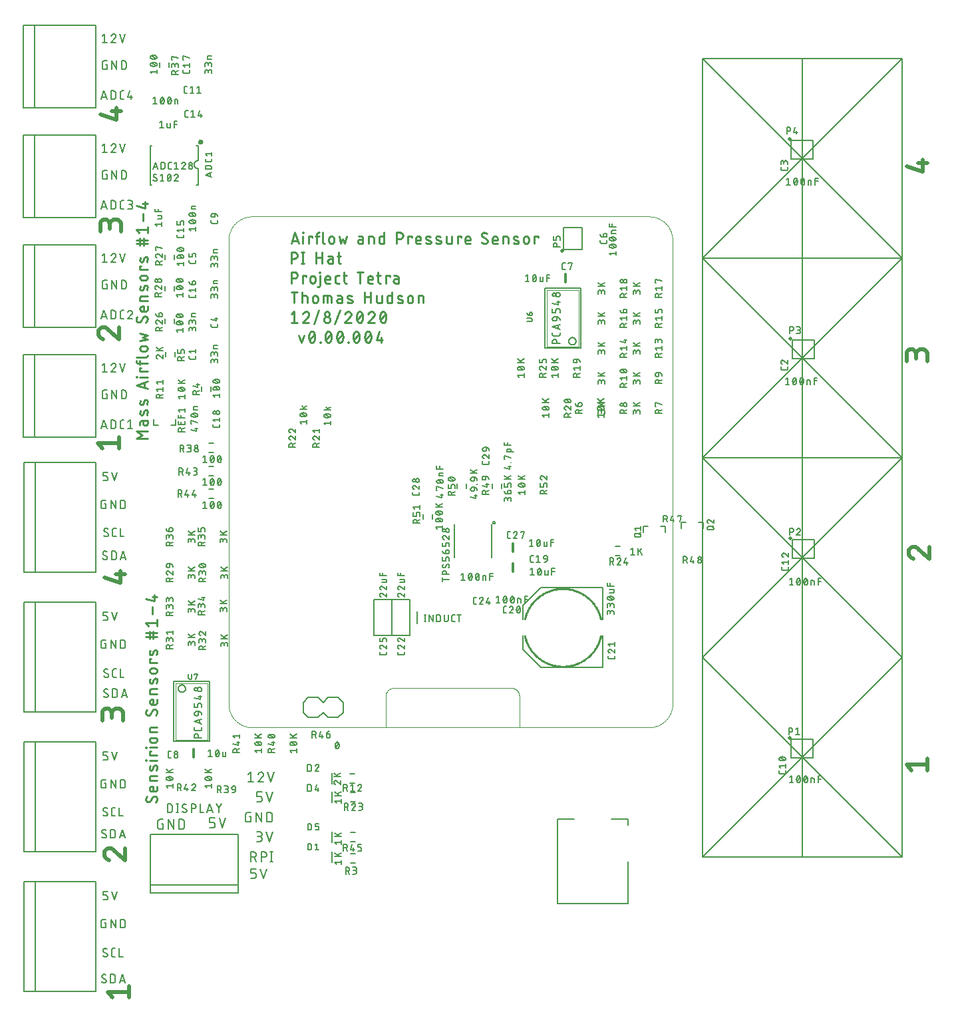
<source format=gto>
G04 EAGLE Gerber RS-274X export*
G75*
%MOMM*%
%FSLAX34Y34*%
%LPD*%
%INSilkscreen Top*%
%IPPOS*%
%AMOC8*
5,1,8,0,0,1.08239X$1,22.5*%
G01*
%ADD10C,0.203200*%
%ADD11C,0.177800*%
%ADD12C,0.482600*%
%ADD13C,0.152400*%
%ADD14C,0.254000*%
%ADD15C,0.050800*%
%ADD16C,0.127000*%
%ADD17C,0.304800*%
%ADD18C,0.508000*%
%ADD19C,0.020319*%
%ADD20C,0.000000*%

G36*
X-117085Y398848D02*
X-117085Y398848D01*
X-117083Y398849D01*
X-117082Y398848D01*
X-116411Y399083D01*
X-116410Y399085D01*
X-116409Y399084D01*
X-115807Y399463D01*
X-115806Y399464D01*
X-115804Y399464D01*
X-115302Y399967D01*
X-115302Y399969D01*
X-115300Y399969D01*
X-114922Y400571D01*
X-114922Y400573D01*
X-114921Y400573D01*
X-114686Y401245D01*
X-114687Y401246D01*
X-114685Y401247D01*
X-114606Y401954D01*
X-114607Y401955D01*
X-114606Y401956D01*
X-114685Y402663D01*
X-114687Y402664D01*
X-114686Y402665D01*
X-114921Y403337D01*
X-114922Y403337D01*
X-114922Y403339D01*
X-115300Y403941D01*
X-115302Y403941D01*
X-115302Y403943D01*
X-115804Y404446D01*
X-115806Y404446D01*
X-115807Y404447D01*
X-116409Y404826D01*
X-116410Y404825D01*
X-116411Y404827D01*
X-117082Y405062D01*
X-117084Y405061D01*
X-117085Y405062D01*
X-117791Y405142D01*
X-117793Y405141D01*
X-117794Y405142D01*
X-118500Y405062D01*
X-118502Y405061D01*
X-118503Y405062D01*
X-119174Y404827D01*
X-119175Y404825D01*
X-119176Y404826D01*
X-119778Y404447D01*
X-119779Y404446D01*
X-119781Y404446D01*
X-120283Y403943D01*
X-120283Y403941D01*
X-120285Y403941D01*
X-120663Y403339D01*
X-120663Y403337D01*
X-120664Y403337D01*
X-120899Y402665D01*
X-120899Y402664D01*
X-120900Y402663D01*
X-120979Y401956D01*
X-120978Y401955D01*
X-120979Y401954D01*
X-120900Y401247D01*
X-120898Y401246D01*
X-120899Y401245D01*
X-120664Y400573D01*
X-120663Y400573D01*
X-120663Y400571D01*
X-120285Y399969D01*
X-120283Y399969D01*
X-120283Y399967D01*
X-119781Y399464D01*
X-119779Y399464D01*
X-119778Y399463D01*
X-119176Y399084D01*
X-119175Y399085D01*
X-119174Y399083D01*
X-118503Y398848D01*
X-118501Y398849D01*
X-118500Y398848D01*
X-117794Y398768D01*
X-117792Y398769D01*
X-117791Y398768D01*
X-117085Y398848D01*
G37*
D10*
X-46668Y-488188D02*
X-43282Y-488188D01*
X-43166Y-488186D01*
X-43051Y-488180D01*
X-42936Y-488170D01*
X-42821Y-488156D01*
X-42707Y-488139D01*
X-42593Y-488117D01*
X-42480Y-488092D01*
X-42368Y-488062D01*
X-42257Y-488029D01*
X-42148Y-487992D01*
X-42039Y-487952D01*
X-41933Y-487908D01*
X-41827Y-487860D01*
X-41724Y-487808D01*
X-41622Y-487753D01*
X-41522Y-487695D01*
X-41424Y-487633D01*
X-41329Y-487568D01*
X-41235Y-487500D01*
X-41145Y-487428D01*
X-41056Y-487354D01*
X-40970Y-487276D01*
X-40887Y-487196D01*
X-40807Y-487113D01*
X-40729Y-487027D01*
X-40655Y-486938D01*
X-40583Y-486848D01*
X-40515Y-486754D01*
X-40450Y-486659D01*
X-40388Y-486561D01*
X-40330Y-486461D01*
X-40275Y-486359D01*
X-40223Y-486256D01*
X-40175Y-486150D01*
X-40131Y-486044D01*
X-40091Y-485935D01*
X-40054Y-485826D01*
X-40021Y-485715D01*
X-39991Y-485603D01*
X-39966Y-485490D01*
X-39944Y-485376D01*
X-39927Y-485262D01*
X-39913Y-485147D01*
X-39903Y-485032D01*
X-39897Y-484917D01*
X-39895Y-484801D01*
X-39897Y-484685D01*
X-39903Y-484570D01*
X-39913Y-484455D01*
X-39927Y-484340D01*
X-39944Y-484226D01*
X-39966Y-484112D01*
X-39991Y-483999D01*
X-40021Y-483887D01*
X-40054Y-483776D01*
X-40091Y-483667D01*
X-40131Y-483558D01*
X-40175Y-483452D01*
X-40223Y-483346D01*
X-40275Y-483243D01*
X-40330Y-483141D01*
X-40388Y-483041D01*
X-40450Y-482943D01*
X-40515Y-482848D01*
X-40583Y-482754D01*
X-40655Y-482664D01*
X-40729Y-482575D01*
X-40807Y-482489D01*
X-40887Y-482406D01*
X-40970Y-482326D01*
X-41056Y-482248D01*
X-41145Y-482174D01*
X-41235Y-482102D01*
X-41329Y-482034D01*
X-41424Y-481969D01*
X-41522Y-481907D01*
X-41622Y-481849D01*
X-41724Y-481794D01*
X-41827Y-481742D01*
X-41933Y-481694D01*
X-42039Y-481650D01*
X-42148Y-481610D01*
X-42257Y-481573D01*
X-42368Y-481540D01*
X-42480Y-481510D01*
X-42593Y-481485D01*
X-42707Y-481463D01*
X-42821Y-481446D01*
X-42936Y-481432D01*
X-43051Y-481422D01*
X-43166Y-481416D01*
X-43282Y-481414D01*
X-42604Y-475996D02*
X-46668Y-475996D01*
X-42604Y-475996D02*
X-42501Y-475998D01*
X-42399Y-476004D01*
X-42297Y-476013D01*
X-42195Y-476027D01*
X-42094Y-476044D01*
X-41994Y-476066D01*
X-41895Y-476091D01*
X-41796Y-476119D01*
X-41699Y-476152D01*
X-41603Y-476188D01*
X-41508Y-476227D01*
X-41415Y-476271D01*
X-41324Y-476317D01*
X-41235Y-476368D01*
X-41147Y-476421D01*
X-41062Y-476478D01*
X-40979Y-476538D01*
X-40898Y-476601D01*
X-40819Y-476667D01*
X-40744Y-476736D01*
X-40670Y-476808D01*
X-40600Y-476882D01*
X-40532Y-476959D01*
X-40468Y-477039D01*
X-40406Y-477121D01*
X-40348Y-477205D01*
X-40293Y-477292D01*
X-40241Y-477380D01*
X-40193Y-477471D01*
X-40148Y-477563D01*
X-40106Y-477656D01*
X-40068Y-477752D01*
X-40034Y-477848D01*
X-40003Y-477946D01*
X-39977Y-478045D01*
X-39953Y-478145D01*
X-39934Y-478246D01*
X-39919Y-478347D01*
X-39907Y-478449D01*
X-39899Y-478551D01*
X-39895Y-478654D01*
X-39895Y-478756D01*
X-39899Y-478859D01*
X-39907Y-478961D01*
X-39919Y-479063D01*
X-39934Y-479164D01*
X-39953Y-479265D01*
X-39977Y-479365D01*
X-40003Y-479464D01*
X-40034Y-479562D01*
X-40068Y-479658D01*
X-40106Y-479754D01*
X-40148Y-479847D01*
X-40193Y-479939D01*
X-40241Y-480030D01*
X-40293Y-480118D01*
X-40348Y-480205D01*
X-40406Y-480289D01*
X-40468Y-480371D01*
X-40532Y-480451D01*
X-40600Y-480528D01*
X-40670Y-480602D01*
X-40744Y-480674D01*
X-40819Y-480743D01*
X-40898Y-480809D01*
X-40979Y-480872D01*
X-41062Y-480932D01*
X-41147Y-480989D01*
X-41235Y-481042D01*
X-41324Y-481093D01*
X-41415Y-481139D01*
X-41508Y-481183D01*
X-41603Y-481222D01*
X-41699Y-481258D01*
X-41796Y-481291D01*
X-41895Y-481319D01*
X-41994Y-481344D01*
X-42094Y-481366D01*
X-42195Y-481383D01*
X-42297Y-481397D01*
X-42399Y-481406D01*
X-42501Y-481412D01*
X-42604Y-481414D01*
X-42604Y-481415D02*
X-45314Y-481415D01*
X-34544Y-475996D02*
X-30480Y-488188D01*
X-26416Y-475996D01*
X-53980Y-456523D02*
X-56012Y-456523D01*
X-53980Y-456523D02*
X-53980Y-463296D01*
X-58044Y-463296D01*
X-58145Y-463294D01*
X-58246Y-463288D01*
X-58347Y-463279D01*
X-58448Y-463266D01*
X-58548Y-463249D01*
X-58647Y-463228D01*
X-58745Y-463204D01*
X-58842Y-463176D01*
X-58939Y-463144D01*
X-59034Y-463109D01*
X-59127Y-463070D01*
X-59219Y-463028D01*
X-59310Y-462982D01*
X-59399Y-462933D01*
X-59485Y-462881D01*
X-59570Y-462825D01*
X-59653Y-462767D01*
X-59733Y-462705D01*
X-59811Y-462640D01*
X-59887Y-462573D01*
X-59960Y-462503D01*
X-60030Y-462430D01*
X-60097Y-462354D01*
X-60162Y-462276D01*
X-60224Y-462196D01*
X-60282Y-462113D01*
X-60338Y-462028D01*
X-60390Y-461942D01*
X-60439Y-461853D01*
X-60485Y-461762D01*
X-60527Y-461670D01*
X-60566Y-461577D01*
X-60601Y-461482D01*
X-60633Y-461385D01*
X-60661Y-461288D01*
X-60685Y-461190D01*
X-60706Y-461091D01*
X-60723Y-460991D01*
X-60736Y-460890D01*
X-60745Y-460789D01*
X-60751Y-460688D01*
X-60753Y-460587D01*
X-60753Y-453813D01*
X-60751Y-453709D01*
X-60745Y-453606D01*
X-60735Y-453502D01*
X-60721Y-453399D01*
X-60703Y-453297D01*
X-60682Y-453196D01*
X-60656Y-453095D01*
X-60627Y-452996D01*
X-60594Y-452897D01*
X-60557Y-452800D01*
X-60516Y-452705D01*
X-60472Y-452611D01*
X-60424Y-452519D01*
X-60373Y-452429D01*
X-60318Y-452340D01*
X-60260Y-452254D01*
X-60198Y-452171D01*
X-60134Y-452089D01*
X-60066Y-452011D01*
X-59996Y-451935D01*
X-59923Y-451861D01*
X-59846Y-451791D01*
X-59768Y-451723D01*
X-59686Y-451659D01*
X-59603Y-451597D01*
X-59517Y-451539D01*
X-59428Y-451484D01*
X-59338Y-451433D01*
X-59246Y-451385D01*
X-59152Y-451341D01*
X-59057Y-451300D01*
X-58960Y-451263D01*
X-58861Y-451230D01*
X-58762Y-451201D01*
X-58661Y-451175D01*
X-58560Y-451154D01*
X-58458Y-451136D01*
X-58355Y-451122D01*
X-58251Y-451112D01*
X-58148Y-451106D01*
X-58044Y-451104D01*
X-53980Y-451104D01*
X-47098Y-451104D02*
X-47098Y-463296D01*
X-40325Y-463296D02*
X-47098Y-451104D01*
X-40325Y-451104D02*
X-40325Y-463296D01*
X-33443Y-463296D02*
X-33443Y-451104D01*
X-30057Y-451104D01*
X-29941Y-451106D01*
X-29826Y-451112D01*
X-29711Y-451122D01*
X-29596Y-451136D01*
X-29482Y-451153D01*
X-29368Y-451175D01*
X-29255Y-451200D01*
X-29143Y-451230D01*
X-29032Y-451263D01*
X-28923Y-451300D01*
X-28814Y-451340D01*
X-28708Y-451384D01*
X-28602Y-451432D01*
X-28499Y-451484D01*
X-28397Y-451539D01*
X-28297Y-451597D01*
X-28199Y-451659D01*
X-28104Y-451724D01*
X-28010Y-451792D01*
X-27920Y-451864D01*
X-27831Y-451938D01*
X-27745Y-452016D01*
X-27662Y-452096D01*
X-27582Y-452179D01*
X-27504Y-452265D01*
X-27430Y-452354D01*
X-27358Y-452444D01*
X-27290Y-452538D01*
X-27225Y-452633D01*
X-27163Y-452731D01*
X-27105Y-452831D01*
X-27050Y-452933D01*
X-26998Y-453036D01*
X-26950Y-453142D01*
X-26906Y-453248D01*
X-26866Y-453357D01*
X-26829Y-453466D01*
X-26796Y-453577D01*
X-26766Y-453689D01*
X-26741Y-453802D01*
X-26719Y-453916D01*
X-26702Y-454030D01*
X-26688Y-454145D01*
X-26678Y-454260D01*
X-26672Y-454375D01*
X-26670Y-454491D01*
X-26670Y-459909D01*
X-26672Y-460025D01*
X-26678Y-460140D01*
X-26688Y-460255D01*
X-26702Y-460370D01*
X-26719Y-460484D01*
X-26741Y-460598D01*
X-26766Y-460711D01*
X-26796Y-460823D01*
X-26829Y-460934D01*
X-26866Y-461043D01*
X-26906Y-461152D01*
X-26950Y-461258D01*
X-26998Y-461364D01*
X-27050Y-461467D01*
X-27105Y-461569D01*
X-27163Y-461669D01*
X-27225Y-461767D01*
X-27290Y-461862D01*
X-27358Y-461956D01*
X-27430Y-462047D01*
X-27504Y-462135D01*
X-27582Y-462221D01*
X-27662Y-462304D01*
X-27745Y-462384D01*
X-27831Y-462462D01*
X-27920Y-462536D01*
X-28010Y-462608D01*
X-28104Y-462676D01*
X-28199Y-462741D01*
X-28297Y-462803D01*
X-28397Y-462861D01*
X-28499Y-462916D01*
X-28602Y-462968D01*
X-28708Y-463016D01*
X-28814Y-463060D01*
X-28923Y-463100D01*
X-29032Y-463137D01*
X-29143Y-463170D01*
X-29255Y-463200D01*
X-29368Y-463225D01*
X-29482Y-463247D01*
X-29596Y-463264D01*
X-29711Y-463278D01*
X-29826Y-463288D01*
X-29941Y-463294D01*
X-30057Y-463296D01*
X-33443Y-463296D01*
X-57438Y-402505D02*
X-54051Y-399796D01*
X-54051Y-411988D01*
X-57438Y-411988D02*
X-50664Y-411988D01*
X-40911Y-399796D02*
X-40802Y-399798D01*
X-40694Y-399804D01*
X-40585Y-399813D01*
X-40477Y-399827D01*
X-40370Y-399844D01*
X-40263Y-399866D01*
X-40157Y-399891D01*
X-40052Y-399919D01*
X-39948Y-399952D01*
X-39846Y-399988D01*
X-39745Y-400028D01*
X-39645Y-400071D01*
X-39547Y-400118D01*
X-39450Y-400169D01*
X-39356Y-400223D01*
X-39263Y-400280D01*
X-39173Y-400340D01*
X-39084Y-400404D01*
X-38998Y-400471D01*
X-38915Y-400540D01*
X-38834Y-400613D01*
X-38756Y-400689D01*
X-38680Y-400767D01*
X-38607Y-400848D01*
X-38538Y-400931D01*
X-38471Y-401017D01*
X-38407Y-401106D01*
X-38347Y-401196D01*
X-38290Y-401289D01*
X-38236Y-401383D01*
X-38185Y-401480D01*
X-38138Y-401578D01*
X-38095Y-401678D01*
X-38055Y-401779D01*
X-38019Y-401881D01*
X-37986Y-401985D01*
X-37958Y-402090D01*
X-37933Y-402196D01*
X-37911Y-402303D01*
X-37894Y-402410D01*
X-37880Y-402518D01*
X-37871Y-402627D01*
X-37865Y-402735D01*
X-37863Y-402844D01*
X-40911Y-399796D02*
X-41034Y-399798D01*
X-41157Y-399804D01*
X-41280Y-399813D01*
X-41402Y-399827D01*
X-41524Y-399844D01*
X-41645Y-399865D01*
X-41766Y-399890D01*
X-41886Y-399919D01*
X-42004Y-399952D01*
X-42122Y-399988D01*
X-42238Y-400028D01*
X-42354Y-400071D01*
X-42467Y-400119D01*
X-42580Y-400169D01*
X-42690Y-400223D01*
X-42799Y-400281D01*
X-42906Y-400342D01*
X-43011Y-400407D01*
X-43114Y-400474D01*
X-43214Y-400545D01*
X-43313Y-400619D01*
X-43409Y-400696D01*
X-43502Y-400776D01*
X-43593Y-400859D01*
X-43682Y-400945D01*
X-43767Y-401033D01*
X-43850Y-401124D01*
X-43930Y-401218D01*
X-44007Y-401314D01*
X-44081Y-401413D01*
X-44151Y-401513D01*
X-44219Y-401616D01*
X-44283Y-401721D01*
X-44344Y-401828D01*
X-44402Y-401937D01*
X-44456Y-402048D01*
X-44506Y-402160D01*
X-44553Y-402274D01*
X-44597Y-402389D01*
X-44637Y-402505D01*
X-38879Y-405215D02*
X-38800Y-405137D01*
X-38724Y-405057D01*
X-38651Y-404975D01*
X-38581Y-404889D01*
X-38513Y-404802D01*
X-38448Y-404712D01*
X-38387Y-404621D01*
X-38329Y-404527D01*
X-38273Y-404431D01*
X-38222Y-404334D01*
X-38173Y-404234D01*
X-38128Y-404134D01*
X-38086Y-404031D01*
X-38048Y-403928D01*
X-38013Y-403823D01*
X-37982Y-403717D01*
X-37954Y-403610D01*
X-37930Y-403502D01*
X-37909Y-403394D01*
X-37893Y-403285D01*
X-37880Y-403175D01*
X-37870Y-403065D01*
X-37865Y-402954D01*
X-37863Y-402844D01*
X-38879Y-405215D02*
X-44636Y-411988D01*
X-37863Y-411988D01*
X-28448Y-411988D02*
X-32512Y-399796D01*
X-24384Y-399796D02*
X-28448Y-411988D01*
X-42604Y-437388D02*
X-46668Y-437388D01*
X-42604Y-437388D02*
X-42503Y-437386D01*
X-42402Y-437380D01*
X-42301Y-437371D01*
X-42200Y-437358D01*
X-42100Y-437341D01*
X-42001Y-437320D01*
X-41903Y-437296D01*
X-41806Y-437268D01*
X-41709Y-437236D01*
X-41614Y-437201D01*
X-41521Y-437162D01*
X-41429Y-437120D01*
X-41338Y-437074D01*
X-41250Y-437025D01*
X-41163Y-436973D01*
X-41078Y-436917D01*
X-40995Y-436859D01*
X-40915Y-436797D01*
X-40837Y-436732D01*
X-40761Y-436665D01*
X-40688Y-436595D01*
X-40618Y-436522D01*
X-40551Y-436446D01*
X-40486Y-436368D01*
X-40424Y-436288D01*
X-40366Y-436205D01*
X-40310Y-436120D01*
X-40258Y-436034D01*
X-40209Y-435945D01*
X-40163Y-435854D01*
X-40121Y-435762D01*
X-40082Y-435669D01*
X-40047Y-435574D01*
X-40015Y-435477D01*
X-39987Y-435380D01*
X-39963Y-435282D01*
X-39942Y-435183D01*
X-39925Y-435083D01*
X-39912Y-434982D01*
X-39903Y-434881D01*
X-39897Y-434780D01*
X-39895Y-434679D01*
X-39895Y-433324D01*
X-39897Y-433223D01*
X-39903Y-433122D01*
X-39912Y-433021D01*
X-39925Y-432920D01*
X-39942Y-432820D01*
X-39963Y-432721D01*
X-39987Y-432623D01*
X-40015Y-432526D01*
X-40047Y-432429D01*
X-40082Y-432334D01*
X-40121Y-432241D01*
X-40163Y-432149D01*
X-40209Y-432058D01*
X-40258Y-431970D01*
X-40310Y-431883D01*
X-40366Y-431798D01*
X-40424Y-431715D01*
X-40486Y-431635D01*
X-40551Y-431557D01*
X-40618Y-431481D01*
X-40688Y-431408D01*
X-40761Y-431338D01*
X-40837Y-431271D01*
X-40915Y-431206D01*
X-40995Y-431144D01*
X-41078Y-431086D01*
X-41163Y-431030D01*
X-41250Y-430978D01*
X-41338Y-430929D01*
X-41429Y-430883D01*
X-41521Y-430841D01*
X-41614Y-430802D01*
X-41709Y-430767D01*
X-41806Y-430735D01*
X-41903Y-430707D01*
X-42001Y-430683D01*
X-42100Y-430662D01*
X-42200Y-430645D01*
X-42301Y-430632D01*
X-42402Y-430623D01*
X-42503Y-430617D01*
X-42604Y-430615D01*
X-46668Y-430615D01*
X-46668Y-425196D01*
X-39895Y-425196D01*
X-34544Y-425196D02*
X-30480Y-437388D01*
X-26416Y-425196D01*
D11*
X329819Y145669D02*
X339471Y145669D01*
X329819Y145669D02*
X329819Y148350D01*
X329821Y148453D01*
X329827Y148555D01*
X329837Y148657D01*
X329850Y148759D01*
X329868Y148860D01*
X329890Y148961D01*
X329915Y149060D01*
X329944Y149159D01*
X329977Y149256D01*
X330013Y149352D01*
X330054Y149447D01*
X330097Y149540D01*
X330145Y149631D01*
X330195Y149720D01*
X330250Y149807D01*
X330307Y149892D01*
X330368Y149975D01*
X330432Y150056D01*
X330498Y150134D01*
X330568Y150209D01*
X330641Y150282D01*
X330716Y150352D01*
X330794Y150418D01*
X330875Y150482D01*
X330958Y150543D01*
X331043Y150600D01*
X331130Y150655D01*
X331219Y150705D01*
X331310Y150753D01*
X331403Y150796D01*
X331498Y150837D01*
X331594Y150873D01*
X331691Y150906D01*
X331790Y150935D01*
X331889Y150960D01*
X331990Y150982D01*
X332091Y151000D01*
X332193Y151013D01*
X332295Y151023D01*
X332397Y151029D01*
X332500Y151031D01*
X332603Y151029D01*
X332705Y151023D01*
X332807Y151013D01*
X332909Y151000D01*
X333010Y150982D01*
X333111Y150960D01*
X333210Y150935D01*
X333309Y150906D01*
X333406Y150873D01*
X333502Y150837D01*
X333597Y150796D01*
X333690Y150753D01*
X333781Y150705D01*
X333870Y150655D01*
X333957Y150600D01*
X334042Y150543D01*
X334125Y150482D01*
X334206Y150418D01*
X334284Y150352D01*
X334359Y150282D01*
X334432Y150209D01*
X334502Y150134D01*
X334568Y150056D01*
X334632Y149975D01*
X334693Y149892D01*
X334750Y149807D01*
X334805Y149720D01*
X334855Y149631D01*
X334903Y149540D01*
X334946Y149447D01*
X334987Y149352D01*
X335023Y149256D01*
X335056Y149159D01*
X335085Y149060D01*
X335110Y148961D01*
X335132Y148860D01*
X335150Y148759D01*
X335163Y148657D01*
X335173Y148555D01*
X335179Y148453D01*
X335181Y148350D01*
X335181Y145669D01*
X339471Y157490D02*
X339471Y159634D01*
X339471Y157490D02*
X339469Y157399D01*
X339463Y157308D01*
X339454Y157218D01*
X339440Y157127D01*
X339423Y157038D01*
X339402Y156950D01*
X339377Y156862D01*
X339348Y156775D01*
X339316Y156690D01*
X339281Y156606D01*
X339241Y156524D01*
X339199Y156444D01*
X339153Y156365D01*
X339103Y156289D01*
X339051Y156215D01*
X338995Y156142D01*
X338936Y156073D01*
X338875Y156006D01*
X338810Y155941D01*
X338743Y155880D01*
X338674Y155821D01*
X338601Y155765D01*
X338527Y155713D01*
X338451Y155663D01*
X338372Y155617D01*
X338292Y155575D01*
X338210Y155535D01*
X338126Y155500D01*
X338041Y155468D01*
X337954Y155439D01*
X337866Y155414D01*
X337778Y155393D01*
X337689Y155376D01*
X337598Y155362D01*
X337508Y155353D01*
X337417Y155347D01*
X337326Y155345D01*
X331964Y155345D01*
X331873Y155347D01*
X331782Y155353D01*
X331692Y155362D01*
X331601Y155376D01*
X331512Y155393D01*
X331424Y155414D01*
X331336Y155439D01*
X331249Y155468D01*
X331164Y155500D01*
X331080Y155535D01*
X330998Y155575D01*
X330918Y155617D01*
X330839Y155663D01*
X330763Y155713D01*
X330689Y155765D01*
X330616Y155821D01*
X330547Y155880D01*
X330480Y155941D01*
X330415Y156006D01*
X330354Y156073D01*
X330295Y156142D01*
X330239Y156214D01*
X330187Y156289D01*
X330137Y156365D01*
X330091Y156444D01*
X330049Y156524D01*
X330009Y156606D01*
X329974Y156690D01*
X329942Y156775D01*
X329913Y156862D01*
X329888Y156949D01*
X329867Y157038D01*
X329850Y157127D01*
X329836Y157217D01*
X329827Y157308D01*
X329821Y157399D01*
X329819Y157490D01*
X329819Y159634D01*
X329819Y166642D02*
X339471Y163425D01*
X339471Y169860D02*
X329819Y166642D01*
X337058Y169055D02*
X337058Y164229D01*
X335181Y176393D02*
X335181Y179610D01*
X335181Y176393D02*
X335179Y176302D01*
X335173Y176211D01*
X335164Y176121D01*
X335150Y176030D01*
X335133Y175941D01*
X335112Y175853D01*
X335087Y175765D01*
X335058Y175678D01*
X335026Y175593D01*
X334991Y175509D01*
X334951Y175427D01*
X334909Y175347D01*
X334863Y175268D01*
X334813Y175192D01*
X334761Y175118D01*
X334705Y175045D01*
X334646Y174976D01*
X334585Y174909D01*
X334520Y174844D01*
X334453Y174783D01*
X334384Y174724D01*
X334311Y174668D01*
X334237Y174616D01*
X334161Y174566D01*
X334082Y174520D01*
X334002Y174478D01*
X333920Y174438D01*
X333836Y174403D01*
X333751Y174371D01*
X333664Y174342D01*
X333576Y174317D01*
X333488Y174296D01*
X333399Y174279D01*
X333308Y174265D01*
X333218Y174256D01*
X333127Y174250D01*
X333036Y174248D01*
X332500Y174248D01*
X332397Y174250D01*
X332295Y174256D01*
X332193Y174266D01*
X332091Y174279D01*
X331990Y174297D01*
X331889Y174319D01*
X331790Y174344D01*
X331691Y174373D01*
X331594Y174406D01*
X331498Y174442D01*
X331403Y174483D01*
X331310Y174526D01*
X331219Y174574D01*
X331130Y174624D01*
X331043Y174679D01*
X330958Y174736D01*
X330875Y174797D01*
X330794Y174861D01*
X330716Y174927D01*
X330641Y174997D01*
X330568Y175070D01*
X330498Y175145D01*
X330432Y175223D01*
X330368Y175304D01*
X330307Y175387D01*
X330250Y175472D01*
X330195Y175559D01*
X330145Y175648D01*
X330097Y175739D01*
X330054Y175832D01*
X330013Y175927D01*
X329977Y176023D01*
X329944Y176120D01*
X329915Y176219D01*
X329890Y176318D01*
X329868Y176419D01*
X329850Y176520D01*
X329837Y176622D01*
X329827Y176724D01*
X329821Y176826D01*
X329819Y176929D01*
X329821Y177032D01*
X329827Y177134D01*
X329837Y177236D01*
X329850Y177338D01*
X329868Y177439D01*
X329890Y177540D01*
X329915Y177639D01*
X329944Y177738D01*
X329977Y177835D01*
X330013Y177931D01*
X330054Y178026D01*
X330097Y178119D01*
X330145Y178210D01*
X330195Y178299D01*
X330250Y178386D01*
X330307Y178471D01*
X330368Y178554D01*
X330432Y178635D01*
X330498Y178713D01*
X330568Y178788D01*
X330641Y178861D01*
X330716Y178931D01*
X330794Y178997D01*
X330875Y179061D01*
X330958Y179122D01*
X331043Y179179D01*
X331130Y179234D01*
X331219Y179284D01*
X331310Y179332D01*
X331403Y179375D01*
X331498Y179416D01*
X331594Y179452D01*
X331691Y179485D01*
X331790Y179514D01*
X331889Y179539D01*
X331990Y179561D01*
X332091Y179579D01*
X332193Y179592D01*
X332295Y179602D01*
X332397Y179608D01*
X332500Y179610D01*
X335181Y179610D01*
X335181Y179611D02*
X335311Y179609D01*
X335440Y179603D01*
X335569Y179593D01*
X335698Y179580D01*
X335826Y179562D01*
X335954Y179541D01*
X336081Y179515D01*
X336208Y179486D01*
X336333Y179453D01*
X336457Y179417D01*
X336580Y179376D01*
X336702Y179332D01*
X336823Y179284D01*
X336942Y179233D01*
X337059Y179178D01*
X337175Y179120D01*
X337288Y179058D01*
X337400Y178992D01*
X337510Y178924D01*
X337618Y178852D01*
X337724Y178776D01*
X337827Y178698D01*
X337928Y178617D01*
X338026Y178532D01*
X338121Y178445D01*
X338214Y178354D01*
X338305Y178261D01*
X338392Y178166D01*
X338477Y178068D01*
X338558Y177967D01*
X338636Y177864D01*
X338712Y177758D01*
X338784Y177650D01*
X338852Y177540D01*
X338918Y177428D01*
X338980Y177315D01*
X339038Y177199D01*
X339093Y177082D01*
X339144Y176963D01*
X339192Y176842D01*
X339236Y176720D01*
X339277Y176597D01*
X339313Y176473D01*
X339346Y176348D01*
X339375Y176221D01*
X339401Y176094D01*
X339422Y175966D01*
X339440Y175838D01*
X339453Y175709D01*
X339463Y175580D01*
X339469Y175451D01*
X339471Y175321D01*
X339471Y184535D02*
X339471Y187752D01*
X339469Y187843D01*
X339463Y187934D01*
X339454Y188024D01*
X339440Y188115D01*
X339423Y188204D01*
X339402Y188292D01*
X339377Y188380D01*
X339348Y188467D01*
X339316Y188552D01*
X339281Y188636D01*
X339241Y188718D01*
X339199Y188798D01*
X339153Y188877D01*
X339103Y188953D01*
X339051Y189027D01*
X338995Y189100D01*
X338936Y189169D01*
X338875Y189236D01*
X338810Y189301D01*
X338743Y189362D01*
X338674Y189421D01*
X338601Y189477D01*
X338527Y189529D01*
X338451Y189579D01*
X338372Y189625D01*
X338292Y189667D01*
X338210Y189707D01*
X338126Y189742D01*
X338041Y189774D01*
X337954Y189803D01*
X337866Y189828D01*
X337778Y189849D01*
X337689Y189866D01*
X337598Y189880D01*
X337508Y189889D01*
X337417Y189895D01*
X337326Y189897D01*
X336254Y189897D01*
X336163Y189895D01*
X336072Y189889D01*
X335982Y189880D01*
X335891Y189866D01*
X335802Y189849D01*
X335714Y189828D01*
X335626Y189803D01*
X335539Y189774D01*
X335454Y189742D01*
X335370Y189707D01*
X335288Y189667D01*
X335208Y189625D01*
X335129Y189579D01*
X335053Y189529D01*
X334979Y189477D01*
X334906Y189421D01*
X334837Y189362D01*
X334770Y189301D01*
X334705Y189236D01*
X334644Y189169D01*
X334585Y189100D01*
X334529Y189028D01*
X334477Y188953D01*
X334427Y188877D01*
X334381Y188798D01*
X334339Y188718D01*
X334299Y188636D01*
X334264Y188552D01*
X334232Y188467D01*
X334203Y188380D01*
X334178Y188293D01*
X334157Y188204D01*
X334140Y188115D01*
X334126Y188024D01*
X334117Y187934D01*
X334111Y187843D01*
X334109Y187752D01*
X334109Y184535D01*
X329819Y184535D01*
X329819Y189897D01*
X329819Y196967D02*
X337326Y194822D01*
X337326Y200184D01*
X335181Y198576D02*
X339471Y198576D01*
X336790Y205109D02*
X336687Y205111D01*
X336585Y205117D01*
X336483Y205127D01*
X336381Y205140D01*
X336280Y205158D01*
X336179Y205180D01*
X336080Y205205D01*
X335981Y205234D01*
X335884Y205267D01*
X335788Y205303D01*
X335693Y205344D01*
X335600Y205387D01*
X335509Y205435D01*
X335420Y205485D01*
X335333Y205540D01*
X335248Y205597D01*
X335165Y205658D01*
X335084Y205722D01*
X335006Y205788D01*
X334931Y205858D01*
X334858Y205931D01*
X334788Y206006D01*
X334722Y206084D01*
X334658Y206165D01*
X334597Y206248D01*
X334540Y206333D01*
X334485Y206420D01*
X334435Y206509D01*
X334387Y206600D01*
X334344Y206693D01*
X334303Y206788D01*
X334267Y206884D01*
X334234Y206981D01*
X334205Y207080D01*
X334180Y207179D01*
X334158Y207280D01*
X334140Y207381D01*
X334127Y207483D01*
X334117Y207585D01*
X334111Y207687D01*
X334109Y207790D01*
X334111Y207893D01*
X334117Y207995D01*
X334127Y208097D01*
X334140Y208199D01*
X334158Y208300D01*
X334180Y208401D01*
X334205Y208500D01*
X334234Y208599D01*
X334267Y208696D01*
X334303Y208792D01*
X334344Y208887D01*
X334387Y208980D01*
X334435Y209071D01*
X334485Y209160D01*
X334540Y209247D01*
X334597Y209332D01*
X334658Y209415D01*
X334722Y209496D01*
X334788Y209574D01*
X334858Y209649D01*
X334931Y209722D01*
X335006Y209792D01*
X335084Y209858D01*
X335165Y209922D01*
X335248Y209983D01*
X335333Y210040D01*
X335420Y210095D01*
X335509Y210145D01*
X335600Y210193D01*
X335693Y210236D01*
X335788Y210277D01*
X335884Y210313D01*
X335981Y210346D01*
X336080Y210375D01*
X336179Y210400D01*
X336280Y210422D01*
X336381Y210440D01*
X336483Y210453D01*
X336585Y210463D01*
X336687Y210469D01*
X336790Y210471D01*
X336893Y210469D01*
X336995Y210463D01*
X337097Y210453D01*
X337199Y210440D01*
X337300Y210422D01*
X337401Y210400D01*
X337500Y210375D01*
X337599Y210346D01*
X337696Y210313D01*
X337792Y210277D01*
X337887Y210236D01*
X337980Y210193D01*
X338071Y210145D01*
X338160Y210095D01*
X338247Y210040D01*
X338332Y209983D01*
X338415Y209922D01*
X338496Y209858D01*
X338574Y209792D01*
X338649Y209722D01*
X338722Y209649D01*
X338792Y209574D01*
X338858Y209496D01*
X338922Y209415D01*
X338983Y209332D01*
X339040Y209247D01*
X339095Y209160D01*
X339145Y209071D01*
X339193Y208980D01*
X339236Y208887D01*
X339277Y208792D01*
X339313Y208696D01*
X339346Y208599D01*
X339375Y208500D01*
X339400Y208401D01*
X339422Y208300D01*
X339440Y208199D01*
X339453Y208097D01*
X339463Y207995D01*
X339469Y207893D01*
X339471Y207790D01*
X339469Y207687D01*
X339463Y207585D01*
X339453Y207483D01*
X339440Y207381D01*
X339422Y207280D01*
X339400Y207179D01*
X339375Y207080D01*
X339346Y206981D01*
X339313Y206884D01*
X339277Y206788D01*
X339236Y206693D01*
X339193Y206600D01*
X339145Y206509D01*
X339095Y206420D01*
X339040Y206333D01*
X338983Y206248D01*
X338922Y206165D01*
X338858Y206084D01*
X338792Y206006D01*
X338722Y205931D01*
X338649Y205858D01*
X338574Y205788D01*
X338496Y205722D01*
X338415Y205658D01*
X338332Y205597D01*
X338247Y205540D01*
X338160Y205485D01*
X338071Y205435D01*
X337980Y205387D01*
X337887Y205344D01*
X337792Y205303D01*
X337696Y205267D01*
X337599Y205234D01*
X337500Y205205D01*
X337401Y205180D01*
X337300Y205158D01*
X337199Y205140D01*
X337097Y205127D01*
X336995Y205117D01*
X336893Y205111D01*
X336790Y205109D01*
X331964Y205645D02*
X331873Y205647D01*
X331782Y205653D01*
X331692Y205662D01*
X331601Y205676D01*
X331512Y205693D01*
X331424Y205714D01*
X331336Y205739D01*
X331249Y205768D01*
X331164Y205800D01*
X331080Y205835D01*
X330998Y205875D01*
X330918Y205917D01*
X330839Y205963D01*
X330763Y206013D01*
X330689Y206065D01*
X330616Y206121D01*
X330547Y206180D01*
X330480Y206241D01*
X330415Y206306D01*
X330354Y206373D01*
X330295Y206442D01*
X330239Y206515D01*
X330187Y206589D01*
X330137Y206665D01*
X330091Y206744D01*
X330049Y206824D01*
X330009Y206906D01*
X329974Y206990D01*
X329942Y207075D01*
X329913Y207162D01*
X329888Y207250D01*
X329867Y207338D01*
X329850Y207427D01*
X329836Y207518D01*
X329827Y207608D01*
X329821Y207699D01*
X329819Y207790D01*
X329821Y207881D01*
X329827Y207972D01*
X329836Y208062D01*
X329850Y208153D01*
X329867Y208242D01*
X329888Y208330D01*
X329913Y208418D01*
X329942Y208505D01*
X329974Y208590D01*
X330009Y208674D01*
X330049Y208756D01*
X330091Y208836D01*
X330137Y208915D01*
X330187Y208991D01*
X330239Y209065D01*
X330295Y209138D01*
X330354Y209207D01*
X330415Y209274D01*
X330480Y209339D01*
X330547Y209400D01*
X330616Y209459D01*
X330689Y209515D01*
X330763Y209567D01*
X330839Y209617D01*
X330918Y209663D01*
X330998Y209705D01*
X331080Y209745D01*
X331164Y209780D01*
X331249Y209812D01*
X331336Y209841D01*
X331424Y209866D01*
X331512Y209887D01*
X331601Y209904D01*
X331692Y209918D01*
X331782Y209927D01*
X331873Y209933D01*
X331964Y209935D01*
X332055Y209933D01*
X332146Y209927D01*
X332236Y209918D01*
X332327Y209904D01*
X332416Y209887D01*
X332504Y209866D01*
X332592Y209841D01*
X332679Y209812D01*
X332764Y209780D01*
X332848Y209745D01*
X332930Y209705D01*
X333010Y209663D01*
X333089Y209617D01*
X333165Y209567D01*
X333239Y209515D01*
X333312Y209459D01*
X333381Y209400D01*
X333448Y209339D01*
X333513Y209274D01*
X333574Y209207D01*
X333633Y209138D01*
X333689Y209065D01*
X333741Y208991D01*
X333791Y208915D01*
X333837Y208836D01*
X333879Y208756D01*
X333919Y208674D01*
X333954Y208590D01*
X333986Y208505D01*
X334015Y208418D01*
X334040Y208330D01*
X334061Y208242D01*
X334078Y208153D01*
X334092Y208062D01*
X334101Y207972D01*
X334107Y207881D01*
X334109Y207790D01*
X334107Y207699D01*
X334101Y207608D01*
X334092Y207518D01*
X334078Y207427D01*
X334061Y207338D01*
X334040Y207250D01*
X334015Y207162D01*
X333986Y207075D01*
X333954Y206990D01*
X333919Y206906D01*
X333879Y206824D01*
X333837Y206744D01*
X333791Y206665D01*
X333741Y206589D01*
X333689Y206515D01*
X333633Y206442D01*
X333574Y206373D01*
X333513Y206306D01*
X333448Y206241D01*
X333381Y206180D01*
X333312Y206121D01*
X333239Y206065D01*
X333165Y206013D01*
X333089Y205963D01*
X333010Y205917D01*
X332930Y205875D01*
X332848Y205835D01*
X332764Y205800D01*
X332679Y205768D01*
X332592Y205739D01*
X332504Y205714D01*
X332416Y205693D01*
X332327Y205676D01*
X332236Y205662D01*
X332146Y205653D01*
X332055Y205647D01*
X331964Y205645D01*
D12*
X780415Y-389904D02*
X786398Y-397383D01*
X780415Y-389904D02*
X807339Y-389904D01*
X807339Y-397383D02*
X807339Y-382425D01*
X782955Y-119916D02*
X782957Y-119753D01*
X782963Y-119591D01*
X782973Y-119428D01*
X782986Y-119266D01*
X783004Y-119105D01*
X783026Y-118943D01*
X783051Y-118783D01*
X783080Y-118623D01*
X783114Y-118464D01*
X783151Y-118305D01*
X783191Y-118148D01*
X783236Y-117991D01*
X783284Y-117836D01*
X783337Y-117682D01*
X783392Y-117529D01*
X783452Y-117378D01*
X783515Y-117228D01*
X783582Y-117080D01*
X783652Y-116933D01*
X783726Y-116788D01*
X783803Y-116645D01*
X783884Y-116504D01*
X783968Y-116364D01*
X784056Y-116227D01*
X784146Y-116092D01*
X784241Y-115960D01*
X784338Y-115829D01*
X784438Y-115701D01*
X784541Y-115576D01*
X784648Y-115453D01*
X784757Y-115332D01*
X784869Y-115214D01*
X784984Y-115099D01*
X785102Y-114987D01*
X785223Y-114878D01*
X785346Y-114771D01*
X785471Y-114668D01*
X785599Y-114568D01*
X785730Y-114471D01*
X785862Y-114376D01*
X785997Y-114286D01*
X786134Y-114198D01*
X786274Y-114114D01*
X786415Y-114033D01*
X786558Y-113956D01*
X786703Y-113882D01*
X786850Y-113812D01*
X786998Y-113745D01*
X787148Y-113682D01*
X787299Y-113622D01*
X787452Y-113567D01*
X787606Y-113514D01*
X787761Y-113466D01*
X787918Y-113421D01*
X788075Y-113381D01*
X788234Y-113344D01*
X788393Y-113310D01*
X788553Y-113281D01*
X788713Y-113256D01*
X788875Y-113234D01*
X789036Y-113216D01*
X789198Y-113203D01*
X789361Y-113193D01*
X789523Y-113187D01*
X789686Y-113185D01*
X782955Y-119916D02*
X782958Y-120125D01*
X782965Y-120334D01*
X782978Y-120543D01*
X782995Y-120751D01*
X783018Y-120959D01*
X783046Y-121166D01*
X783079Y-121373D01*
X783116Y-121579D01*
X783159Y-121783D01*
X783207Y-121987D01*
X783259Y-122189D01*
X783317Y-122390D01*
X783379Y-122590D01*
X783446Y-122788D01*
X783518Y-122985D01*
X783594Y-123179D01*
X783676Y-123372D01*
X783761Y-123562D01*
X783852Y-123751D01*
X783947Y-123937D01*
X784046Y-124121D01*
X784150Y-124303D01*
X784259Y-124482D01*
X784371Y-124658D01*
X784488Y-124831D01*
X784609Y-125002D01*
X784734Y-125170D01*
X784863Y-125334D01*
X784996Y-125495D01*
X785133Y-125654D01*
X785273Y-125808D01*
X785418Y-125960D01*
X785566Y-126107D01*
X785717Y-126252D01*
X785872Y-126392D01*
X786030Y-126529D01*
X786192Y-126662D01*
X786357Y-126790D01*
X786524Y-126915D01*
X786695Y-127036D01*
X786869Y-127153D01*
X787045Y-127265D01*
X787224Y-127373D01*
X787406Y-127477D01*
X787590Y-127576D01*
X787776Y-127671D01*
X787965Y-127761D01*
X788156Y-127847D01*
X788349Y-127928D01*
X788543Y-128004D01*
X788740Y-128076D01*
X788938Y-128142D01*
X794921Y-115429D02*
X794798Y-115302D01*
X794671Y-115178D01*
X794541Y-115057D01*
X794408Y-114940D01*
X794272Y-114825D01*
X794133Y-114715D01*
X793992Y-114607D01*
X793848Y-114503D01*
X793702Y-114403D01*
X793553Y-114306D01*
X793402Y-114213D01*
X793249Y-114124D01*
X793094Y-114038D01*
X792936Y-113957D01*
X792777Y-113879D01*
X792615Y-113805D01*
X792452Y-113735D01*
X792288Y-113669D01*
X792121Y-113607D01*
X791953Y-113550D01*
X791784Y-113496D01*
X791614Y-113447D01*
X791442Y-113402D01*
X791270Y-113361D01*
X791096Y-113324D01*
X790922Y-113291D01*
X790747Y-113263D01*
X790571Y-113239D01*
X790395Y-113220D01*
X790218Y-113205D01*
X790041Y-113194D01*
X789863Y-113187D01*
X789686Y-113185D01*
X794921Y-115429D02*
X809879Y-128143D01*
X809879Y-113185D01*
X807339Y123317D02*
X807339Y130796D01*
X807337Y130978D01*
X807330Y131160D01*
X807319Y131342D01*
X807304Y131523D01*
X807284Y131704D01*
X807259Y131885D01*
X807231Y132065D01*
X807198Y132244D01*
X807160Y132422D01*
X807118Y132599D01*
X807072Y132776D01*
X807022Y132951D01*
X806967Y133124D01*
X806908Y133297D01*
X806846Y133468D01*
X806778Y133637D01*
X806707Y133805D01*
X806632Y133971D01*
X806553Y134134D01*
X806469Y134296D01*
X806382Y134456D01*
X806291Y134614D01*
X806196Y134770D01*
X806097Y134923D01*
X805995Y135073D01*
X805889Y135221D01*
X805780Y135367D01*
X805667Y135510D01*
X805550Y135650D01*
X805430Y135787D01*
X805307Y135921D01*
X805181Y136052D01*
X805051Y136180D01*
X804918Y136305D01*
X804783Y136427D01*
X804644Y136545D01*
X804503Y136660D01*
X804359Y136771D01*
X804212Y136879D01*
X804062Y136983D01*
X803910Y137083D01*
X803756Y137180D01*
X803600Y137273D01*
X803441Y137362D01*
X803280Y137447D01*
X803117Y137529D01*
X802952Y137606D01*
X802785Y137679D01*
X802617Y137748D01*
X802446Y137814D01*
X802275Y137874D01*
X802102Y137931D01*
X801927Y137984D01*
X801752Y138032D01*
X801575Y138076D01*
X801397Y138115D01*
X801218Y138151D01*
X801039Y138181D01*
X800859Y138208D01*
X800678Y138230D01*
X800497Y138248D01*
X800315Y138261D01*
X800133Y138270D01*
X799951Y138274D01*
X799769Y138274D01*
X799587Y138270D01*
X799405Y138261D01*
X799223Y138248D01*
X799042Y138230D01*
X798861Y138208D01*
X798681Y138181D01*
X798502Y138151D01*
X798323Y138115D01*
X798145Y138076D01*
X797968Y138032D01*
X797793Y137984D01*
X797618Y137931D01*
X797445Y137874D01*
X797274Y137814D01*
X797103Y137748D01*
X796935Y137679D01*
X796768Y137606D01*
X796603Y137529D01*
X796440Y137447D01*
X796279Y137362D01*
X796121Y137273D01*
X795964Y137180D01*
X795810Y137083D01*
X795658Y136983D01*
X795508Y136879D01*
X795361Y136771D01*
X795217Y136660D01*
X795076Y136545D01*
X794937Y136427D01*
X794802Y136305D01*
X794669Y136180D01*
X794539Y136052D01*
X794413Y135921D01*
X794290Y135787D01*
X794170Y135650D01*
X794053Y135510D01*
X793940Y135367D01*
X793831Y135221D01*
X793725Y135073D01*
X793623Y134923D01*
X793524Y134770D01*
X793429Y134614D01*
X793338Y134456D01*
X793251Y134296D01*
X793167Y134134D01*
X793088Y133971D01*
X793013Y133805D01*
X792942Y133637D01*
X792874Y133468D01*
X792812Y133297D01*
X792753Y133124D01*
X792698Y132951D01*
X792648Y132776D01*
X792602Y132599D01*
X792560Y132422D01*
X792522Y132244D01*
X792489Y132065D01*
X792461Y131885D01*
X792436Y131704D01*
X792416Y131523D01*
X792401Y131342D01*
X792390Y131160D01*
X792383Y130978D01*
X792381Y130796D01*
X780415Y132292D02*
X780415Y123317D01*
X780415Y132292D02*
X780417Y132445D01*
X780423Y132597D01*
X780433Y132750D01*
X780446Y132902D01*
X780464Y133054D01*
X780485Y133205D01*
X780510Y133356D01*
X780539Y133506D01*
X780572Y133655D01*
X780609Y133804D01*
X780650Y133951D01*
X780694Y134097D01*
X780742Y134242D01*
X780793Y134386D01*
X780849Y134529D01*
X780908Y134670D01*
X780970Y134809D01*
X781036Y134947D01*
X781106Y135083D01*
X781179Y135217D01*
X781255Y135349D01*
X781335Y135480D01*
X781418Y135608D01*
X781504Y135734D01*
X781594Y135858D01*
X781686Y135980D01*
X781782Y136099D01*
X781881Y136215D01*
X781983Y136329D01*
X782087Y136441D01*
X782194Y136550D01*
X782305Y136656D01*
X782417Y136759D01*
X782533Y136859D01*
X782651Y136956D01*
X782771Y137050D01*
X782894Y137141D01*
X783019Y137229D01*
X783146Y137314D01*
X783275Y137395D01*
X783407Y137473D01*
X783540Y137548D01*
X783675Y137619D01*
X783812Y137687D01*
X783951Y137752D01*
X784091Y137812D01*
X784233Y137869D01*
X784376Y137923D01*
X784520Y137973D01*
X784666Y138019D01*
X784813Y138061D01*
X784960Y138100D01*
X785109Y138135D01*
X785259Y138166D01*
X785409Y138193D01*
X785560Y138216D01*
X785712Y138236D01*
X785864Y138251D01*
X786016Y138263D01*
X786169Y138271D01*
X786322Y138275D01*
X786474Y138275D01*
X786627Y138271D01*
X786780Y138263D01*
X786932Y138251D01*
X787084Y138236D01*
X787236Y138216D01*
X787387Y138193D01*
X787537Y138166D01*
X787687Y138135D01*
X787836Y138100D01*
X787983Y138061D01*
X788130Y138019D01*
X788276Y137973D01*
X788420Y137923D01*
X788563Y137869D01*
X788705Y137812D01*
X788845Y137752D01*
X788984Y137687D01*
X789121Y137619D01*
X789256Y137548D01*
X789390Y137473D01*
X789521Y137395D01*
X789650Y137314D01*
X789777Y137229D01*
X789902Y137141D01*
X790025Y137050D01*
X790145Y136956D01*
X790263Y136859D01*
X790379Y136759D01*
X790491Y136656D01*
X790602Y136550D01*
X790709Y136441D01*
X790813Y136329D01*
X790915Y136215D01*
X791014Y136099D01*
X791110Y135980D01*
X791202Y135858D01*
X791292Y135734D01*
X791378Y135608D01*
X791461Y135480D01*
X791541Y135349D01*
X791617Y135217D01*
X791690Y135083D01*
X791760Y134947D01*
X791826Y134809D01*
X791888Y134670D01*
X791947Y134529D01*
X792003Y134386D01*
X792054Y134242D01*
X792102Y134097D01*
X792146Y133951D01*
X792187Y133804D01*
X792224Y133655D01*
X792257Y133506D01*
X792286Y133356D01*
X792311Y133205D01*
X792332Y133054D01*
X792350Y132902D01*
X792363Y132750D01*
X792373Y132597D01*
X792379Y132445D01*
X792381Y132292D01*
X792381Y126309D01*
X801356Y364617D02*
X780415Y370600D01*
X801356Y364617D02*
X801356Y379575D01*
X795373Y375087D02*
X807339Y375087D01*
D11*
X-116459Y-356521D02*
X-126111Y-356521D01*
X-126111Y-353840D01*
X-126109Y-353737D01*
X-126103Y-353635D01*
X-126093Y-353533D01*
X-126080Y-353431D01*
X-126062Y-353330D01*
X-126040Y-353229D01*
X-126015Y-353130D01*
X-125986Y-353031D01*
X-125953Y-352934D01*
X-125917Y-352838D01*
X-125876Y-352743D01*
X-125833Y-352650D01*
X-125785Y-352559D01*
X-125735Y-352470D01*
X-125680Y-352383D01*
X-125623Y-352298D01*
X-125562Y-352215D01*
X-125498Y-352134D01*
X-125432Y-352056D01*
X-125362Y-351981D01*
X-125289Y-351908D01*
X-125214Y-351838D01*
X-125136Y-351772D01*
X-125055Y-351708D01*
X-124972Y-351647D01*
X-124887Y-351590D01*
X-124800Y-351535D01*
X-124711Y-351485D01*
X-124620Y-351437D01*
X-124527Y-351394D01*
X-124432Y-351353D01*
X-124336Y-351317D01*
X-124239Y-351284D01*
X-124140Y-351255D01*
X-124041Y-351230D01*
X-123940Y-351208D01*
X-123839Y-351190D01*
X-123737Y-351177D01*
X-123635Y-351167D01*
X-123533Y-351161D01*
X-123430Y-351159D01*
X-123327Y-351161D01*
X-123225Y-351167D01*
X-123123Y-351177D01*
X-123021Y-351190D01*
X-122920Y-351208D01*
X-122819Y-351230D01*
X-122720Y-351255D01*
X-122621Y-351284D01*
X-122524Y-351317D01*
X-122428Y-351353D01*
X-122333Y-351394D01*
X-122240Y-351437D01*
X-122149Y-351485D01*
X-122060Y-351535D01*
X-121973Y-351590D01*
X-121888Y-351647D01*
X-121805Y-351708D01*
X-121724Y-351772D01*
X-121646Y-351838D01*
X-121571Y-351908D01*
X-121498Y-351981D01*
X-121428Y-352056D01*
X-121362Y-352134D01*
X-121298Y-352215D01*
X-121237Y-352298D01*
X-121180Y-352383D01*
X-121125Y-352470D01*
X-121075Y-352559D01*
X-121027Y-352650D01*
X-120984Y-352743D01*
X-120943Y-352838D01*
X-120907Y-352934D01*
X-120874Y-353031D01*
X-120845Y-353130D01*
X-120820Y-353229D01*
X-120798Y-353330D01*
X-120780Y-353431D01*
X-120767Y-353533D01*
X-120757Y-353635D01*
X-120751Y-353737D01*
X-120749Y-353840D01*
X-120749Y-356521D01*
X-116459Y-344701D02*
X-116459Y-342556D01*
X-116459Y-344701D02*
X-116461Y-344792D01*
X-116467Y-344883D01*
X-116476Y-344973D01*
X-116490Y-345064D01*
X-116507Y-345153D01*
X-116528Y-345241D01*
X-116553Y-345329D01*
X-116582Y-345416D01*
X-116614Y-345501D01*
X-116649Y-345585D01*
X-116689Y-345667D01*
X-116731Y-345747D01*
X-116777Y-345826D01*
X-116827Y-345902D01*
X-116879Y-345976D01*
X-116935Y-346049D01*
X-116994Y-346118D01*
X-117055Y-346185D01*
X-117120Y-346250D01*
X-117187Y-346311D01*
X-117256Y-346370D01*
X-117329Y-346426D01*
X-117403Y-346478D01*
X-117479Y-346528D01*
X-117558Y-346574D01*
X-117638Y-346616D01*
X-117720Y-346656D01*
X-117804Y-346691D01*
X-117889Y-346723D01*
X-117976Y-346752D01*
X-118064Y-346777D01*
X-118152Y-346798D01*
X-118241Y-346815D01*
X-118332Y-346829D01*
X-118422Y-346838D01*
X-118513Y-346844D01*
X-118604Y-346846D01*
X-123966Y-346846D01*
X-124057Y-346844D01*
X-124148Y-346838D01*
X-124238Y-346829D01*
X-124329Y-346815D01*
X-124418Y-346798D01*
X-124506Y-346777D01*
X-124594Y-346752D01*
X-124681Y-346723D01*
X-124766Y-346691D01*
X-124850Y-346656D01*
X-124932Y-346616D01*
X-125012Y-346574D01*
X-125091Y-346528D01*
X-125167Y-346478D01*
X-125241Y-346426D01*
X-125314Y-346370D01*
X-125383Y-346311D01*
X-125450Y-346250D01*
X-125515Y-346185D01*
X-125576Y-346118D01*
X-125635Y-346049D01*
X-125691Y-345977D01*
X-125743Y-345902D01*
X-125793Y-345826D01*
X-125839Y-345747D01*
X-125881Y-345667D01*
X-125921Y-345585D01*
X-125956Y-345501D01*
X-125988Y-345416D01*
X-126017Y-345329D01*
X-126042Y-345242D01*
X-126063Y-345153D01*
X-126080Y-345064D01*
X-126094Y-344973D01*
X-126103Y-344883D01*
X-126109Y-344792D01*
X-126111Y-344701D01*
X-126111Y-342556D01*
X-126111Y-335548D02*
X-116459Y-338765D01*
X-116459Y-332331D02*
X-126111Y-335548D01*
X-118872Y-333135D02*
X-118872Y-337961D01*
X-120749Y-325797D02*
X-120749Y-322580D01*
X-120749Y-325797D02*
X-120751Y-325888D01*
X-120757Y-325979D01*
X-120766Y-326069D01*
X-120780Y-326160D01*
X-120797Y-326249D01*
X-120818Y-326337D01*
X-120843Y-326425D01*
X-120872Y-326512D01*
X-120904Y-326597D01*
X-120939Y-326681D01*
X-120979Y-326763D01*
X-121021Y-326843D01*
X-121067Y-326922D01*
X-121117Y-326998D01*
X-121169Y-327072D01*
X-121225Y-327145D01*
X-121284Y-327214D01*
X-121345Y-327281D01*
X-121410Y-327346D01*
X-121477Y-327407D01*
X-121546Y-327466D01*
X-121619Y-327522D01*
X-121693Y-327574D01*
X-121769Y-327624D01*
X-121848Y-327670D01*
X-121928Y-327712D01*
X-122010Y-327752D01*
X-122094Y-327787D01*
X-122179Y-327819D01*
X-122266Y-327848D01*
X-122354Y-327873D01*
X-122442Y-327894D01*
X-122532Y-327911D01*
X-122622Y-327925D01*
X-122712Y-327934D01*
X-122803Y-327940D01*
X-122894Y-327942D01*
X-123430Y-327942D01*
X-123533Y-327940D01*
X-123635Y-327934D01*
X-123737Y-327924D01*
X-123839Y-327911D01*
X-123940Y-327893D01*
X-124041Y-327871D01*
X-124140Y-327846D01*
X-124239Y-327817D01*
X-124336Y-327784D01*
X-124432Y-327748D01*
X-124527Y-327707D01*
X-124620Y-327664D01*
X-124711Y-327616D01*
X-124800Y-327566D01*
X-124887Y-327511D01*
X-124972Y-327454D01*
X-125055Y-327393D01*
X-125136Y-327329D01*
X-125214Y-327263D01*
X-125289Y-327193D01*
X-125362Y-327120D01*
X-125432Y-327045D01*
X-125498Y-326967D01*
X-125562Y-326886D01*
X-125623Y-326803D01*
X-125680Y-326718D01*
X-125735Y-326631D01*
X-125785Y-326542D01*
X-125833Y-326451D01*
X-125876Y-326358D01*
X-125917Y-326263D01*
X-125953Y-326167D01*
X-125986Y-326070D01*
X-126015Y-325971D01*
X-126040Y-325872D01*
X-126062Y-325771D01*
X-126080Y-325670D01*
X-126093Y-325568D01*
X-126103Y-325466D01*
X-126109Y-325364D01*
X-126111Y-325261D01*
X-126109Y-325158D01*
X-126103Y-325056D01*
X-126093Y-324954D01*
X-126080Y-324852D01*
X-126062Y-324751D01*
X-126040Y-324650D01*
X-126015Y-324551D01*
X-125986Y-324452D01*
X-125953Y-324355D01*
X-125917Y-324259D01*
X-125876Y-324164D01*
X-125833Y-324071D01*
X-125785Y-323980D01*
X-125735Y-323891D01*
X-125680Y-323804D01*
X-125623Y-323719D01*
X-125562Y-323636D01*
X-125498Y-323555D01*
X-125432Y-323477D01*
X-125362Y-323402D01*
X-125289Y-323329D01*
X-125214Y-323259D01*
X-125136Y-323193D01*
X-125055Y-323129D01*
X-124972Y-323068D01*
X-124887Y-323011D01*
X-124800Y-322956D01*
X-124711Y-322906D01*
X-124620Y-322858D01*
X-124527Y-322815D01*
X-124432Y-322774D01*
X-124336Y-322738D01*
X-124239Y-322705D01*
X-124140Y-322676D01*
X-124041Y-322651D01*
X-123940Y-322629D01*
X-123839Y-322611D01*
X-123737Y-322598D01*
X-123635Y-322588D01*
X-123533Y-322582D01*
X-123430Y-322580D01*
X-120749Y-322580D01*
X-120619Y-322582D01*
X-120490Y-322588D01*
X-120361Y-322598D01*
X-120232Y-322611D01*
X-120104Y-322629D01*
X-119976Y-322650D01*
X-119849Y-322676D01*
X-119722Y-322705D01*
X-119597Y-322738D01*
X-119473Y-322774D01*
X-119350Y-322815D01*
X-119228Y-322859D01*
X-119107Y-322907D01*
X-118988Y-322958D01*
X-118871Y-323013D01*
X-118755Y-323071D01*
X-118642Y-323133D01*
X-118530Y-323199D01*
X-118420Y-323267D01*
X-118312Y-323339D01*
X-118206Y-323415D01*
X-118103Y-323493D01*
X-118002Y-323574D01*
X-117904Y-323659D01*
X-117809Y-323746D01*
X-117716Y-323837D01*
X-117625Y-323930D01*
X-117538Y-324025D01*
X-117453Y-324124D01*
X-117372Y-324224D01*
X-117294Y-324327D01*
X-117218Y-324433D01*
X-117146Y-324541D01*
X-117078Y-324651D01*
X-117012Y-324763D01*
X-116950Y-324876D01*
X-116892Y-324992D01*
X-116837Y-325109D01*
X-116786Y-325228D01*
X-116738Y-325349D01*
X-116694Y-325471D01*
X-116653Y-325594D01*
X-116617Y-325718D01*
X-116584Y-325843D01*
X-116555Y-325970D01*
X-116529Y-326097D01*
X-116508Y-326225D01*
X-116490Y-326353D01*
X-116477Y-326482D01*
X-116467Y-326611D01*
X-116461Y-326740D01*
X-116459Y-326870D01*
X-116459Y-317655D02*
X-116459Y-314438D01*
X-116461Y-314347D01*
X-116467Y-314256D01*
X-116476Y-314166D01*
X-116490Y-314075D01*
X-116507Y-313986D01*
X-116528Y-313898D01*
X-116553Y-313810D01*
X-116582Y-313723D01*
X-116614Y-313638D01*
X-116649Y-313554D01*
X-116689Y-313472D01*
X-116731Y-313392D01*
X-116777Y-313313D01*
X-116827Y-313237D01*
X-116879Y-313163D01*
X-116935Y-313090D01*
X-116994Y-313021D01*
X-117055Y-312954D01*
X-117120Y-312889D01*
X-117187Y-312828D01*
X-117256Y-312769D01*
X-117328Y-312713D01*
X-117403Y-312661D01*
X-117479Y-312611D01*
X-117558Y-312565D01*
X-117638Y-312523D01*
X-117720Y-312483D01*
X-117804Y-312448D01*
X-117889Y-312416D01*
X-117976Y-312387D01*
X-118063Y-312362D01*
X-118152Y-312341D01*
X-118241Y-312324D01*
X-118331Y-312310D01*
X-118422Y-312301D01*
X-118513Y-312295D01*
X-118604Y-312293D01*
X-119676Y-312293D01*
X-119767Y-312295D01*
X-119858Y-312301D01*
X-119948Y-312310D01*
X-120039Y-312324D01*
X-120128Y-312341D01*
X-120216Y-312362D01*
X-120304Y-312387D01*
X-120391Y-312416D01*
X-120476Y-312448D01*
X-120560Y-312483D01*
X-120642Y-312523D01*
X-120722Y-312565D01*
X-120801Y-312611D01*
X-120877Y-312661D01*
X-120951Y-312713D01*
X-121024Y-312769D01*
X-121093Y-312828D01*
X-121160Y-312889D01*
X-121225Y-312954D01*
X-121286Y-313021D01*
X-121345Y-313090D01*
X-121401Y-313163D01*
X-121453Y-313237D01*
X-121503Y-313313D01*
X-121549Y-313392D01*
X-121591Y-313472D01*
X-121631Y-313554D01*
X-121666Y-313638D01*
X-121698Y-313723D01*
X-121727Y-313810D01*
X-121752Y-313898D01*
X-121773Y-313986D01*
X-121790Y-314076D01*
X-121804Y-314166D01*
X-121813Y-314256D01*
X-121819Y-314347D01*
X-121821Y-314438D01*
X-121821Y-317655D01*
X-126111Y-317655D01*
X-126111Y-312293D01*
X-126111Y-305223D02*
X-118604Y-307368D01*
X-118604Y-302006D01*
X-120749Y-303615D02*
X-116459Y-303615D01*
X-119140Y-297081D02*
X-119243Y-297079D01*
X-119345Y-297073D01*
X-119447Y-297063D01*
X-119549Y-297050D01*
X-119650Y-297032D01*
X-119751Y-297010D01*
X-119850Y-296985D01*
X-119949Y-296956D01*
X-120046Y-296923D01*
X-120142Y-296887D01*
X-120237Y-296846D01*
X-120330Y-296803D01*
X-120421Y-296755D01*
X-120510Y-296705D01*
X-120597Y-296650D01*
X-120682Y-296593D01*
X-120765Y-296532D01*
X-120846Y-296468D01*
X-120924Y-296402D01*
X-120999Y-296332D01*
X-121072Y-296259D01*
X-121142Y-296184D01*
X-121208Y-296106D01*
X-121272Y-296025D01*
X-121333Y-295942D01*
X-121390Y-295857D01*
X-121445Y-295770D01*
X-121495Y-295681D01*
X-121543Y-295590D01*
X-121586Y-295497D01*
X-121627Y-295402D01*
X-121663Y-295306D01*
X-121696Y-295209D01*
X-121725Y-295110D01*
X-121750Y-295011D01*
X-121772Y-294910D01*
X-121790Y-294809D01*
X-121803Y-294707D01*
X-121813Y-294605D01*
X-121819Y-294503D01*
X-121821Y-294400D01*
X-121819Y-294297D01*
X-121813Y-294195D01*
X-121803Y-294093D01*
X-121790Y-293991D01*
X-121772Y-293890D01*
X-121750Y-293789D01*
X-121725Y-293690D01*
X-121696Y-293591D01*
X-121663Y-293494D01*
X-121627Y-293398D01*
X-121586Y-293303D01*
X-121543Y-293210D01*
X-121495Y-293119D01*
X-121445Y-293030D01*
X-121390Y-292943D01*
X-121333Y-292858D01*
X-121272Y-292775D01*
X-121208Y-292694D01*
X-121142Y-292616D01*
X-121072Y-292541D01*
X-120999Y-292468D01*
X-120924Y-292398D01*
X-120846Y-292332D01*
X-120765Y-292268D01*
X-120682Y-292207D01*
X-120597Y-292150D01*
X-120510Y-292095D01*
X-120421Y-292045D01*
X-120330Y-291997D01*
X-120237Y-291954D01*
X-120142Y-291913D01*
X-120046Y-291877D01*
X-119949Y-291844D01*
X-119850Y-291815D01*
X-119751Y-291790D01*
X-119650Y-291768D01*
X-119549Y-291750D01*
X-119447Y-291737D01*
X-119345Y-291727D01*
X-119243Y-291721D01*
X-119140Y-291719D01*
X-119037Y-291721D01*
X-118935Y-291727D01*
X-118833Y-291737D01*
X-118731Y-291750D01*
X-118630Y-291768D01*
X-118529Y-291790D01*
X-118430Y-291815D01*
X-118331Y-291844D01*
X-118234Y-291877D01*
X-118138Y-291913D01*
X-118043Y-291954D01*
X-117950Y-291997D01*
X-117859Y-292045D01*
X-117770Y-292095D01*
X-117683Y-292150D01*
X-117598Y-292207D01*
X-117515Y-292268D01*
X-117434Y-292332D01*
X-117356Y-292398D01*
X-117281Y-292468D01*
X-117208Y-292541D01*
X-117138Y-292616D01*
X-117072Y-292694D01*
X-117008Y-292775D01*
X-116947Y-292858D01*
X-116890Y-292943D01*
X-116835Y-293030D01*
X-116785Y-293119D01*
X-116737Y-293210D01*
X-116694Y-293303D01*
X-116653Y-293398D01*
X-116617Y-293494D01*
X-116584Y-293591D01*
X-116555Y-293690D01*
X-116530Y-293789D01*
X-116508Y-293890D01*
X-116490Y-293991D01*
X-116477Y-294093D01*
X-116467Y-294195D01*
X-116461Y-294297D01*
X-116459Y-294400D01*
X-116461Y-294503D01*
X-116467Y-294605D01*
X-116477Y-294707D01*
X-116490Y-294809D01*
X-116508Y-294910D01*
X-116530Y-295011D01*
X-116555Y-295110D01*
X-116584Y-295209D01*
X-116617Y-295306D01*
X-116653Y-295402D01*
X-116694Y-295497D01*
X-116737Y-295590D01*
X-116785Y-295681D01*
X-116835Y-295770D01*
X-116890Y-295857D01*
X-116947Y-295942D01*
X-117008Y-296025D01*
X-117072Y-296106D01*
X-117138Y-296184D01*
X-117208Y-296259D01*
X-117281Y-296332D01*
X-117356Y-296402D01*
X-117434Y-296468D01*
X-117515Y-296532D01*
X-117598Y-296593D01*
X-117683Y-296650D01*
X-117770Y-296705D01*
X-117859Y-296755D01*
X-117950Y-296803D01*
X-118043Y-296846D01*
X-118138Y-296887D01*
X-118234Y-296923D01*
X-118331Y-296956D01*
X-118430Y-296985D01*
X-118529Y-297010D01*
X-118630Y-297032D01*
X-118731Y-297050D01*
X-118833Y-297063D01*
X-118935Y-297073D01*
X-119037Y-297079D01*
X-119140Y-297081D01*
X-123966Y-296545D02*
X-124057Y-296543D01*
X-124148Y-296537D01*
X-124238Y-296528D01*
X-124329Y-296514D01*
X-124418Y-296497D01*
X-124506Y-296476D01*
X-124594Y-296451D01*
X-124681Y-296422D01*
X-124766Y-296390D01*
X-124850Y-296355D01*
X-124932Y-296315D01*
X-125012Y-296273D01*
X-125091Y-296227D01*
X-125167Y-296177D01*
X-125241Y-296125D01*
X-125314Y-296069D01*
X-125383Y-296010D01*
X-125450Y-295949D01*
X-125515Y-295884D01*
X-125576Y-295817D01*
X-125635Y-295748D01*
X-125691Y-295675D01*
X-125743Y-295601D01*
X-125793Y-295525D01*
X-125839Y-295446D01*
X-125881Y-295366D01*
X-125921Y-295284D01*
X-125956Y-295200D01*
X-125988Y-295115D01*
X-126017Y-295028D01*
X-126042Y-294940D01*
X-126063Y-294852D01*
X-126080Y-294763D01*
X-126094Y-294672D01*
X-126103Y-294582D01*
X-126109Y-294491D01*
X-126111Y-294400D01*
X-126109Y-294309D01*
X-126103Y-294218D01*
X-126094Y-294128D01*
X-126080Y-294037D01*
X-126063Y-293948D01*
X-126042Y-293860D01*
X-126017Y-293772D01*
X-125988Y-293685D01*
X-125956Y-293600D01*
X-125921Y-293516D01*
X-125881Y-293434D01*
X-125839Y-293354D01*
X-125793Y-293275D01*
X-125743Y-293199D01*
X-125691Y-293125D01*
X-125635Y-293052D01*
X-125576Y-292983D01*
X-125515Y-292916D01*
X-125450Y-292851D01*
X-125383Y-292790D01*
X-125314Y-292731D01*
X-125241Y-292675D01*
X-125167Y-292623D01*
X-125091Y-292573D01*
X-125012Y-292527D01*
X-124932Y-292485D01*
X-124850Y-292445D01*
X-124766Y-292410D01*
X-124681Y-292378D01*
X-124594Y-292349D01*
X-124506Y-292324D01*
X-124418Y-292303D01*
X-124329Y-292286D01*
X-124238Y-292272D01*
X-124148Y-292263D01*
X-124057Y-292257D01*
X-123966Y-292255D01*
X-123875Y-292257D01*
X-123784Y-292263D01*
X-123694Y-292272D01*
X-123603Y-292286D01*
X-123514Y-292303D01*
X-123426Y-292324D01*
X-123338Y-292349D01*
X-123251Y-292378D01*
X-123166Y-292410D01*
X-123082Y-292445D01*
X-123000Y-292485D01*
X-122920Y-292527D01*
X-122841Y-292573D01*
X-122765Y-292623D01*
X-122691Y-292675D01*
X-122618Y-292731D01*
X-122549Y-292790D01*
X-122482Y-292851D01*
X-122417Y-292916D01*
X-122356Y-292983D01*
X-122297Y-293052D01*
X-122241Y-293125D01*
X-122189Y-293199D01*
X-122139Y-293275D01*
X-122093Y-293354D01*
X-122051Y-293434D01*
X-122011Y-293516D01*
X-121976Y-293600D01*
X-121944Y-293685D01*
X-121915Y-293772D01*
X-121890Y-293860D01*
X-121869Y-293948D01*
X-121852Y-294037D01*
X-121838Y-294128D01*
X-121829Y-294218D01*
X-121823Y-294309D01*
X-121821Y-294400D01*
X-121823Y-294491D01*
X-121829Y-294582D01*
X-121838Y-294672D01*
X-121852Y-294763D01*
X-121869Y-294852D01*
X-121890Y-294940D01*
X-121915Y-295028D01*
X-121944Y-295115D01*
X-121976Y-295200D01*
X-122011Y-295284D01*
X-122051Y-295366D01*
X-122093Y-295446D01*
X-122139Y-295525D01*
X-122189Y-295601D01*
X-122241Y-295675D01*
X-122297Y-295748D01*
X-122356Y-295817D01*
X-122417Y-295884D01*
X-122482Y-295949D01*
X-122549Y-296010D01*
X-122618Y-296069D01*
X-122691Y-296125D01*
X-122765Y-296177D01*
X-122841Y-296227D01*
X-122920Y-296273D01*
X-123000Y-296315D01*
X-123082Y-296355D01*
X-123166Y-296390D01*
X-123251Y-296422D01*
X-123338Y-296451D01*
X-123426Y-296476D01*
X-123514Y-296497D01*
X-123603Y-296514D01*
X-123694Y-296528D01*
X-123784Y-296537D01*
X-123875Y-296543D01*
X-123966Y-296545D01*
D13*
X647700Y-508000D02*
X647700Y508000D01*
X774700Y254000D02*
X520700Y254000D01*
X774700Y0D01*
X774700Y254000D02*
X520700Y508000D01*
X520700Y254000D02*
X774700Y508000D01*
X520700Y508000D01*
X774700Y508000D02*
X774700Y254000D01*
X774700Y0D01*
X774700Y-254000D01*
X774700Y-508000D01*
X520700Y-254000D01*
X520700Y-508000D02*
X774700Y-508000D01*
X520700Y-508000D02*
X520700Y-254000D01*
X520700Y0D02*
X520700Y508000D01*
X774700Y-254000D02*
X520700Y-508000D01*
X774700Y-254000D02*
X520700Y0D01*
X774700Y0D01*
X520700Y-254000D01*
X520700Y0D01*
X774700Y254000D01*
D10*
X-240115Y120396D02*
X-243078Y118025D01*
X-240115Y120396D02*
X-240115Y109728D01*
X-243078Y109728D02*
X-237151Y109728D01*
X-228388Y120396D02*
X-228286Y120394D01*
X-228184Y120388D01*
X-228082Y120378D01*
X-227981Y120365D01*
X-227880Y120347D01*
X-227780Y120326D01*
X-227681Y120301D01*
X-227583Y120272D01*
X-227486Y120239D01*
X-227391Y120203D01*
X-227297Y120163D01*
X-227205Y120119D01*
X-227114Y120072D01*
X-227025Y120021D01*
X-226938Y119968D01*
X-226854Y119910D01*
X-226771Y119850D01*
X-226691Y119787D01*
X-226614Y119720D01*
X-226539Y119651D01*
X-226466Y119578D01*
X-226397Y119503D01*
X-226330Y119426D01*
X-226267Y119346D01*
X-226207Y119263D01*
X-226149Y119179D01*
X-226096Y119092D01*
X-226045Y119003D01*
X-225998Y118912D01*
X-225954Y118820D01*
X-225914Y118726D01*
X-225878Y118630D01*
X-225845Y118534D01*
X-225816Y118436D01*
X-225791Y118337D01*
X-225770Y118237D01*
X-225752Y118136D01*
X-225739Y118035D01*
X-225729Y117933D01*
X-225723Y117831D01*
X-225721Y117729D01*
X-228388Y120396D02*
X-228504Y120394D01*
X-228621Y120388D01*
X-228737Y120378D01*
X-228852Y120364D01*
X-228967Y120347D01*
X-229082Y120325D01*
X-229195Y120299D01*
X-229308Y120270D01*
X-229420Y120237D01*
X-229530Y120200D01*
X-229639Y120159D01*
X-229747Y120115D01*
X-229853Y120067D01*
X-229957Y120015D01*
X-230060Y119960D01*
X-230161Y119902D01*
X-230259Y119840D01*
X-230356Y119775D01*
X-230450Y119706D01*
X-230542Y119634D01*
X-230631Y119560D01*
X-230718Y119482D01*
X-230802Y119401D01*
X-230883Y119318D01*
X-230961Y119232D01*
X-231037Y119143D01*
X-231109Y119052D01*
X-231178Y118958D01*
X-231244Y118862D01*
X-231307Y118764D01*
X-231366Y118664D01*
X-231422Y118562D01*
X-231474Y118458D01*
X-231523Y118352D01*
X-231568Y118244D01*
X-231610Y118136D01*
X-231647Y118025D01*
X-226610Y115654D02*
X-226535Y115728D01*
X-226463Y115805D01*
X-226394Y115885D01*
X-226327Y115967D01*
X-226264Y116051D01*
X-226204Y116138D01*
X-226147Y116226D01*
X-226093Y116317D01*
X-226043Y116410D01*
X-225996Y116504D01*
X-225953Y116600D01*
X-225913Y116698D01*
X-225877Y116797D01*
X-225844Y116897D01*
X-225816Y116999D01*
X-225791Y117101D01*
X-225769Y117205D01*
X-225752Y117309D01*
X-225738Y117413D01*
X-225729Y117518D01*
X-225723Y117624D01*
X-225721Y117729D01*
X-226610Y115655D02*
X-231648Y109728D01*
X-225721Y109728D01*
X-217255Y109728D02*
X-220811Y120396D01*
X-213699Y120396D02*
X-217255Y109728D01*
X-237151Y81365D02*
X-238929Y81365D01*
X-237151Y81365D02*
X-237151Y75438D01*
X-240707Y75438D01*
X-240802Y75440D01*
X-240898Y75446D01*
X-240993Y75455D01*
X-241087Y75469D01*
X-241181Y75486D01*
X-241274Y75507D01*
X-241367Y75532D01*
X-241458Y75560D01*
X-241548Y75592D01*
X-241636Y75628D01*
X-241723Y75667D01*
X-241809Y75710D01*
X-241893Y75756D01*
X-241974Y75805D01*
X-242054Y75858D01*
X-242131Y75914D01*
X-242207Y75972D01*
X-242279Y76034D01*
X-242349Y76099D01*
X-242417Y76167D01*
X-242482Y76237D01*
X-242544Y76309D01*
X-242602Y76385D01*
X-242658Y76462D01*
X-242711Y76542D01*
X-242760Y76624D01*
X-242806Y76707D01*
X-242849Y76793D01*
X-242888Y76880D01*
X-242924Y76968D01*
X-242956Y77058D01*
X-242984Y77149D01*
X-243009Y77242D01*
X-243030Y77335D01*
X-243047Y77429D01*
X-243061Y77523D01*
X-243070Y77618D01*
X-243076Y77714D01*
X-243078Y77809D01*
X-243078Y83735D01*
X-243076Y83830D01*
X-243070Y83926D01*
X-243061Y84021D01*
X-243047Y84115D01*
X-243030Y84209D01*
X-243009Y84302D01*
X-242984Y84395D01*
X-242956Y84486D01*
X-242924Y84576D01*
X-242888Y84664D01*
X-242849Y84751D01*
X-242806Y84837D01*
X-242760Y84920D01*
X-242711Y85002D01*
X-242658Y85082D01*
X-242602Y85159D01*
X-242544Y85235D01*
X-242482Y85307D01*
X-242417Y85377D01*
X-242349Y85445D01*
X-242279Y85510D01*
X-242207Y85572D01*
X-242131Y85630D01*
X-242054Y85686D01*
X-241974Y85739D01*
X-241893Y85788D01*
X-241809Y85834D01*
X-241723Y85877D01*
X-241636Y85916D01*
X-241548Y85952D01*
X-241458Y85984D01*
X-241367Y86012D01*
X-241274Y86037D01*
X-241181Y86058D01*
X-241087Y86075D01*
X-240993Y86089D01*
X-240898Y86098D01*
X-240803Y86104D01*
X-240707Y86106D01*
X-237151Y86106D01*
X-230886Y86106D02*
X-230886Y75438D01*
X-224959Y75438D02*
X-230886Y86106D01*
X-224959Y86106D02*
X-224959Y75438D01*
X-218694Y75438D02*
X-218694Y86106D01*
X-215731Y86106D01*
X-215623Y86104D01*
X-215515Y86098D01*
X-215407Y86088D01*
X-215300Y86074D01*
X-215193Y86057D01*
X-215087Y86035D01*
X-214982Y86010D01*
X-214877Y85980D01*
X-214774Y85947D01*
X-214673Y85910D01*
X-214572Y85870D01*
X-214473Y85826D01*
X-214376Y85778D01*
X-214281Y85727D01*
X-214187Y85672D01*
X-214096Y85614D01*
X-214007Y85553D01*
X-213920Y85488D01*
X-213836Y85421D01*
X-213754Y85350D01*
X-213674Y85276D01*
X-213598Y85200D01*
X-213524Y85120D01*
X-213454Y85038D01*
X-213386Y84954D01*
X-213321Y84867D01*
X-213260Y84778D01*
X-213202Y84687D01*
X-213147Y84593D01*
X-213096Y84498D01*
X-213048Y84401D01*
X-213004Y84302D01*
X-212964Y84201D01*
X-212927Y84100D01*
X-212894Y83997D01*
X-212864Y83892D01*
X-212839Y83787D01*
X-212817Y83681D01*
X-212800Y83574D01*
X-212786Y83467D01*
X-212776Y83359D01*
X-212770Y83251D01*
X-212768Y83143D01*
X-212767Y83143D02*
X-212767Y78401D01*
X-212768Y78401D02*
X-212770Y78295D01*
X-212776Y78190D01*
X-212785Y78084D01*
X-212798Y77979D01*
X-212815Y77875D01*
X-212836Y77771D01*
X-212860Y77668D01*
X-212888Y77566D01*
X-212920Y77465D01*
X-212955Y77366D01*
X-212994Y77267D01*
X-213036Y77170D01*
X-213081Y77075D01*
X-213130Y76981D01*
X-213183Y76889D01*
X-213238Y76799D01*
X-213297Y76711D01*
X-213359Y76625D01*
X-213424Y76542D01*
X-213492Y76461D01*
X-213562Y76382D01*
X-213636Y76306D01*
X-213712Y76232D01*
X-213791Y76162D01*
X-213872Y76094D01*
X-213955Y76029D01*
X-214041Y75967D01*
X-214129Y75908D01*
X-214219Y75853D01*
X-214311Y75800D01*
X-214405Y75751D01*
X-214500Y75706D01*
X-214597Y75664D01*
X-214696Y75625D01*
X-214795Y75590D01*
X-214896Y75558D01*
X-214998Y75530D01*
X-215101Y75506D01*
X-215205Y75485D01*
X-215309Y75468D01*
X-215414Y75455D01*
X-215520Y75446D01*
X-215625Y75440D01*
X-215731Y75438D01*
X-218694Y75438D01*
X-240792Y48006D02*
X-244348Y37338D01*
X-237236Y37338D02*
X-240792Y48006D01*
X-238125Y40005D02*
X-243459Y40005D01*
X-231944Y37338D02*
X-231944Y48006D01*
X-228981Y48006D01*
X-228873Y48004D01*
X-228765Y47998D01*
X-228657Y47988D01*
X-228550Y47974D01*
X-228443Y47957D01*
X-228337Y47935D01*
X-228232Y47910D01*
X-228127Y47880D01*
X-228024Y47847D01*
X-227923Y47810D01*
X-227822Y47770D01*
X-227723Y47726D01*
X-227626Y47678D01*
X-227531Y47627D01*
X-227437Y47572D01*
X-227346Y47514D01*
X-227257Y47453D01*
X-227170Y47388D01*
X-227086Y47321D01*
X-227004Y47250D01*
X-226924Y47176D01*
X-226848Y47100D01*
X-226774Y47020D01*
X-226704Y46938D01*
X-226636Y46854D01*
X-226571Y46767D01*
X-226510Y46678D01*
X-226452Y46587D01*
X-226397Y46493D01*
X-226346Y46398D01*
X-226298Y46301D01*
X-226254Y46202D01*
X-226214Y46101D01*
X-226177Y46000D01*
X-226144Y45897D01*
X-226114Y45792D01*
X-226089Y45687D01*
X-226067Y45581D01*
X-226050Y45474D01*
X-226036Y45367D01*
X-226026Y45259D01*
X-226020Y45151D01*
X-226018Y45043D01*
X-226018Y40301D01*
X-226020Y40195D01*
X-226026Y40090D01*
X-226035Y39984D01*
X-226048Y39879D01*
X-226065Y39775D01*
X-226086Y39671D01*
X-226110Y39568D01*
X-226138Y39466D01*
X-226170Y39365D01*
X-226205Y39266D01*
X-226244Y39167D01*
X-226286Y39070D01*
X-226331Y38975D01*
X-226380Y38881D01*
X-226433Y38789D01*
X-226488Y38699D01*
X-226547Y38611D01*
X-226609Y38525D01*
X-226674Y38442D01*
X-226742Y38361D01*
X-226812Y38282D01*
X-226886Y38206D01*
X-226962Y38132D01*
X-227041Y38062D01*
X-227122Y37994D01*
X-227205Y37929D01*
X-227291Y37867D01*
X-227379Y37808D01*
X-227469Y37753D01*
X-227561Y37700D01*
X-227655Y37651D01*
X-227750Y37606D01*
X-227847Y37564D01*
X-227946Y37525D01*
X-228045Y37490D01*
X-228146Y37458D01*
X-228248Y37430D01*
X-228351Y37406D01*
X-228455Y37385D01*
X-228559Y37368D01*
X-228664Y37355D01*
X-228770Y37346D01*
X-228875Y37340D01*
X-228981Y37338D01*
X-231944Y37338D01*
X-217813Y37338D02*
X-215442Y37338D01*
X-217813Y37338D02*
X-217908Y37340D01*
X-218004Y37346D01*
X-218099Y37355D01*
X-218193Y37369D01*
X-218287Y37386D01*
X-218380Y37407D01*
X-218473Y37432D01*
X-218564Y37460D01*
X-218654Y37492D01*
X-218742Y37528D01*
X-218829Y37567D01*
X-218915Y37610D01*
X-218999Y37656D01*
X-219080Y37705D01*
X-219160Y37758D01*
X-219237Y37814D01*
X-219313Y37872D01*
X-219385Y37934D01*
X-219455Y37999D01*
X-219523Y38067D01*
X-219588Y38137D01*
X-219650Y38209D01*
X-219708Y38285D01*
X-219764Y38362D01*
X-219817Y38442D01*
X-219866Y38524D01*
X-219912Y38607D01*
X-219955Y38693D01*
X-219994Y38780D01*
X-220030Y38868D01*
X-220062Y38958D01*
X-220090Y39049D01*
X-220115Y39142D01*
X-220136Y39235D01*
X-220153Y39329D01*
X-220167Y39423D01*
X-220176Y39518D01*
X-220182Y39614D01*
X-220184Y39709D01*
X-220183Y39709D02*
X-220183Y45635D01*
X-220181Y45730D01*
X-220175Y45826D01*
X-220166Y45921D01*
X-220152Y46015D01*
X-220135Y46109D01*
X-220114Y46202D01*
X-220089Y46295D01*
X-220061Y46386D01*
X-220029Y46476D01*
X-219993Y46564D01*
X-219954Y46651D01*
X-219911Y46737D01*
X-219865Y46820D01*
X-219816Y46902D01*
X-219763Y46982D01*
X-219707Y47059D01*
X-219649Y47135D01*
X-219587Y47207D01*
X-219522Y47277D01*
X-219454Y47345D01*
X-219384Y47410D01*
X-219312Y47472D01*
X-219236Y47530D01*
X-219159Y47586D01*
X-219079Y47639D01*
X-218998Y47688D01*
X-218914Y47734D01*
X-218828Y47777D01*
X-218741Y47816D01*
X-218653Y47852D01*
X-218563Y47884D01*
X-218472Y47912D01*
X-218379Y47937D01*
X-218286Y47958D01*
X-218192Y47975D01*
X-218098Y47989D01*
X-218003Y47998D01*
X-217908Y48004D01*
X-217812Y48006D01*
X-217813Y48006D02*
X-215442Y48006D01*
X-210608Y45635D02*
X-207645Y48006D01*
X-207645Y37338D01*
X-210608Y37338D02*
X-204682Y37338D01*
X-243078Y257725D02*
X-240115Y260096D01*
X-240115Y249428D01*
X-243078Y249428D02*
X-237151Y249428D01*
X-228388Y260096D02*
X-228286Y260094D01*
X-228184Y260088D01*
X-228082Y260078D01*
X-227981Y260065D01*
X-227880Y260047D01*
X-227780Y260026D01*
X-227681Y260001D01*
X-227583Y259972D01*
X-227486Y259939D01*
X-227391Y259903D01*
X-227297Y259863D01*
X-227205Y259819D01*
X-227114Y259772D01*
X-227025Y259721D01*
X-226938Y259668D01*
X-226854Y259610D01*
X-226771Y259550D01*
X-226691Y259487D01*
X-226614Y259420D01*
X-226539Y259351D01*
X-226466Y259278D01*
X-226397Y259203D01*
X-226330Y259126D01*
X-226267Y259046D01*
X-226207Y258963D01*
X-226149Y258879D01*
X-226096Y258792D01*
X-226045Y258703D01*
X-225998Y258612D01*
X-225954Y258520D01*
X-225914Y258426D01*
X-225878Y258330D01*
X-225845Y258234D01*
X-225816Y258136D01*
X-225791Y258037D01*
X-225770Y257937D01*
X-225752Y257836D01*
X-225739Y257735D01*
X-225729Y257633D01*
X-225723Y257531D01*
X-225721Y257429D01*
X-228388Y260096D02*
X-228504Y260094D01*
X-228621Y260088D01*
X-228737Y260078D01*
X-228852Y260064D01*
X-228967Y260047D01*
X-229082Y260025D01*
X-229195Y259999D01*
X-229308Y259970D01*
X-229420Y259937D01*
X-229530Y259900D01*
X-229639Y259859D01*
X-229747Y259815D01*
X-229853Y259767D01*
X-229957Y259715D01*
X-230060Y259660D01*
X-230161Y259602D01*
X-230259Y259540D01*
X-230356Y259475D01*
X-230450Y259406D01*
X-230542Y259334D01*
X-230631Y259260D01*
X-230718Y259182D01*
X-230802Y259101D01*
X-230883Y259018D01*
X-230961Y258932D01*
X-231037Y258843D01*
X-231109Y258752D01*
X-231178Y258658D01*
X-231244Y258562D01*
X-231307Y258464D01*
X-231366Y258364D01*
X-231422Y258262D01*
X-231474Y258158D01*
X-231523Y258052D01*
X-231568Y257944D01*
X-231610Y257836D01*
X-231647Y257725D01*
X-226610Y255354D02*
X-226535Y255428D01*
X-226463Y255505D01*
X-226394Y255585D01*
X-226327Y255667D01*
X-226264Y255751D01*
X-226204Y255838D01*
X-226147Y255926D01*
X-226093Y256017D01*
X-226043Y256110D01*
X-225996Y256204D01*
X-225953Y256300D01*
X-225913Y256398D01*
X-225877Y256497D01*
X-225844Y256597D01*
X-225816Y256699D01*
X-225791Y256801D01*
X-225769Y256905D01*
X-225752Y257009D01*
X-225738Y257113D01*
X-225729Y257218D01*
X-225723Y257324D01*
X-225721Y257429D01*
X-226610Y255355D02*
X-231648Y249428D01*
X-225721Y249428D01*
X-217255Y249428D02*
X-220811Y260096D01*
X-213699Y260096D02*
X-217255Y249428D01*
X-237151Y221065D02*
X-238929Y221065D01*
X-237151Y221065D02*
X-237151Y215138D01*
X-240707Y215138D01*
X-240802Y215140D01*
X-240898Y215146D01*
X-240993Y215155D01*
X-241087Y215169D01*
X-241181Y215186D01*
X-241274Y215207D01*
X-241367Y215232D01*
X-241458Y215260D01*
X-241548Y215292D01*
X-241636Y215328D01*
X-241723Y215367D01*
X-241809Y215410D01*
X-241893Y215456D01*
X-241974Y215505D01*
X-242054Y215558D01*
X-242131Y215614D01*
X-242207Y215672D01*
X-242279Y215734D01*
X-242349Y215799D01*
X-242417Y215867D01*
X-242482Y215937D01*
X-242544Y216009D01*
X-242602Y216085D01*
X-242658Y216162D01*
X-242711Y216242D01*
X-242760Y216324D01*
X-242806Y216407D01*
X-242849Y216493D01*
X-242888Y216580D01*
X-242924Y216668D01*
X-242956Y216758D01*
X-242984Y216849D01*
X-243009Y216942D01*
X-243030Y217035D01*
X-243047Y217129D01*
X-243061Y217223D01*
X-243070Y217318D01*
X-243076Y217414D01*
X-243078Y217509D01*
X-243078Y223435D01*
X-243076Y223530D01*
X-243070Y223626D01*
X-243061Y223721D01*
X-243047Y223815D01*
X-243030Y223909D01*
X-243009Y224002D01*
X-242984Y224095D01*
X-242956Y224186D01*
X-242924Y224276D01*
X-242888Y224364D01*
X-242849Y224451D01*
X-242806Y224537D01*
X-242760Y224620D01*
X-242711Y224702D01*
X-242658Y224782D01*
X-242602Y224859D01*
X-242544Y224935D01*
X-242482Y225007D01*
X-242417Y225077D01*
X-242349Y225145D01*
X-242279Y225210D01*
X-242207Y225272D01*
X-242131Y225330D01*
X-242054Y225386D01*
X-241974Y225439D01*
X-241893Y225488D01*
X-241809Y225534D01*
X-241723Y225577D01*
X-241636Y225616D01*
X-241548Y225652D01*
X-241458Y225684D01*
X-241367Y225712D01*
X-241274Y225737D01*
X-241181Y225758D01*
X-241087Y225775D01*
X-240993Y225789D01*
X-240898Y225798D01*
X-240803Y225804D01*
X-240707Y225806D01*
X-237151Y225806D01*
X-230886Y225806D02*
X-230886Y215138D01*
X-224959Y215138D02*
X-230886Y225806D01*
X-224959Y225806D02*
X-224959Y215138D01*
X-218694Y215138D02*
X-218694Y225806D01*
X-215731Y225806D01*
X-215623Y225804D01*
X-215515Y225798D01*
X-215407Y225788D01*
X-215300Y225774D01*
X-215193Y225757D01*
X-215087Y225735D01*
X-214982Y225710D01*
X-214877Y225680D01*
X-214774Y225647D01*
X-214673Y225610D01*
X-214572Y225570D01*
X-214473Y225526D01*
X-214376Y225478D01*
X-214281Y225427D01*
X-214187Y225372D01*
X-214096Y225314D01*
X-214007Y225253D01*
X-213920Y225188D01*
X-213836Y225121D01*
X-213754Y225050D01*
X-213674Y224976D01*
X-213598Y224900D01*
X-213524Y224820D01*
X-213454Y224738D01*
X-213386Y224654D01*
X-213321Y224567D01*
X-213260Y224478D01*
X-213202Y224387D01*
X-213147Y224293D01*
X-213096Y224198D01*
X-213048Y224101D01*
X-213004Y224002D01*
X-212964Y223901D01*
X-212927Y223800D01*
X-212894Y223697D01*
X-212864Y223592D01*
X-212839Y223487D01*
X-212817Y223381D01*
X-212800Y223274D01*
X-212786Y223167D01*
X-212776Y223059D01*
X-212770Y222951D01*
X-212768Y222843D01*
X-212767Y222843D02*
X-212767Y218101D01*
X-212768Y218101D02*
X-212770Y217995D01*
X-212776Y217890D01*
X-212785Y217784D01*
X-212798Y217679D01*
X-212815Y217575D01*
X-212836Y217471D01*
X-212860Y217368D01*
X-212888Y217266D01*
X-212920Y217165D01*
X-212955Y217066D01*
X-212994Y216967D01*
X-213036Y216870D01*
X-213081Y216775D01*
X-213130Y216681D01*
X-213183Y216589D01*
X-213238Y216499D01*
X-213297Y216411D01*
X-213359Y216325D01*
X-213424Y216242D01*
X-213492Y216161D01*
X-213562Y216082D01*
X-213636Y216006D01*
X-213712Y215932D01*
X-213791Y215862D01*
X-213872Y215794D01*
X-213955Y215729D01*
X-214041Y215667D01*
X-214129Y215608D01*
X-214219Y215553D01*
X-214311Y215500D01*
X-214405Y215451D01*
X-214500Y215406D01*
X-214597Y215364D01*
X-214696Y215325D01*
X-214795Y215290D01*
X-214896Y215258D01*
X-214998Y215230D01*
X-215101Y215206D01*
X-215205Y215185D01*
X-215309Y215168D01*
X-215414Y215155D01*
X-215520Y215146D01*
X-215625Y215140D01*
X-215731Y215138D01*
X-218694Y215138D01*
X-240792Y187706D02*
X-244348Y177038D01*
X-237236Y177038D02*
X-240792Y187706D01*
X-238125Y179705D02*
X-243459Y179705D01*
X-231944Y177038D02*
X-231944Y187706D01*
X-228981Y187706D01*
X-228873Y187704D01*
X-228765Y187698D01*
X-228657Y187688D01*
X-228550Y187674D01*
X-228443Y187657D01*
X-228337Y187635D01*
X-228232Y187610D01*
X-228127Y187580D01*
X-228024Y187547D01*
X-227923Y187510D01*
X-227822Y187470D01*
X-227723Y187426D01*
X-227626Y187378D01*
X-227531Y187327D01*
X-227437Y187272D01*
X-227346Y187214D01*
X-227257Y187153D01*
X-227170Y187088D01*
X-227086Y187021D01*
X-227004Y186950D01*
X-226924Y186876D01*
X-226848Y186800D01*
X-226774Y186720D01*
X-226704Y186638D01*
X-226636Y186554D01*
X-226571Y186467D01*
X-226510Y186378D01*
X-226452Y186287D01*
X-226397Y186193D01*
X-226346Y186098D01*
X-226298Y186001D01*
X-226254Y185902D01*
X-226214Y185801D01*
X-226177Y185700D01*
X-226144Y185597D01*
X-226114Y185492D01*
X-226089Y185387D01*
X-226067Y185281D01*
X-226050Y185174D01*
X-226036Y185067D01*
X-226026Y184959D01*
X-226020Y184851D01*
X-226018Y184743D01*
X-226018Y180001D01*
X-226020Y179895D01*
X-226026Y179790D01*
X-226035Y179684D01*
X-226048Y179579D01*
X-226065Y179475D01*
X-226086Y179371D01*
X-226110Y179268D01*
X-226138Y179166D01*
X-226170Y179065D01*
X-226205Y178966D01*
X-226244Y178867D01*
X-226286Y178770D01*
X-226331Y178675D01*
X-226380Y178581D01*
X-226433Y178489D01*
X-226488Y178399D01*
X-226547Y178311D01*
X-226609Y178225D01*
X-226674Y178142D01*
X-226742Y178061D01*
X-226812Y177982D01*
X-226886Y177906D01*
X-226962Y177832D01*
X-227041Y177762D01*
X-227122Y177694D01*
X-227205Y177629D01*
X-227291Y177567D01*
X-227379Y177508D01*
X-227469Y177453D01*
X-227561Y177400D01*
X-227655Y177351D01*
X-227750Y177306D01*
X-227847Y177264D01*
X-227946Y177225D01*
X-228045Y177190D01*
X-228146Y177158D01*
X-228248Y177130D01*
X-228351Y177106D01*
X-228455Y177085D01*
X-228559Y177068D01*
X-228664Y177055D01*
X-228770Y177046D01*
X-228875Y177040D01*
X-228981Y177038D01*
X-231944Y177038D01*
X-217813Y177038D02*
X-215442Y177038D01*
X-217813Y177038D02*
X-217908Y177040D01*
X-218004Y177046D01*
X-218099Y177055D01*
X-218193Y177069D01*
X-218287Y177086D01*
X-218380Y177107D01*
X-218473Y177132D01*
X-218564Y177160D01*
X-218654Y177192D01*
X-218742Y177228D01*
X-218829Y177267D01*
X-218915Y177310D01*
X-218999Y177356D01*
X-219080Y177405D01*
X-219160Y177458D01*
X-219237Y177514D01*
X-219313Y177572D01*
X-219385Y177634D01*
X-219455Y177699D01*
X-219523Y177767D01*
X-219588Y177837D01*
X-219650Y177909D01*
X-219708Y177985D01*
X-219764Y178062D01*
X-219817Y178142D01*
X-219866Y178224D01*
X-219912Y178307D01*
X-219955Y178393D01*
X-219994Y178480D01*
X-220030Y178568D01*
X-220062Y178658D01*
X-220090Y178749D01*
X-220115Y178842D01*
X-220136Y178935D01*
X-220153Y179029D01*
X-220167Y179123D01*
X-220176Y179218D01*
X-220182Y179314D01*
X-220184Y179409D01*
X-220183Y179409D02*
X-220183Y185335D01*
X-220181Y185430D01*
X-220175Y185526D01*
X-220166Y185621D01*
X-220152Y185715D01*
X-220135Y185809D01*
X-220114Y185902D01*
X-220089Y185995D01*
X-220061Y186086D01*
X-220029Y186176D01*
X-219993Y186264D01*
X-219954Y186351D01*
X-219911Y186437D01*
X-219865Y186520D01*
X-219816Y186602D01*
X-219763Y186682D01*
X-219707Y186759D01*
X-219649Y186835D01*
X-219587Y186907D01*
X-219522Y186977D01*
X-219454Y187045D01*
X-219384Y187110D01*
X-219312Y187172D01*
X-219236Y187230D01*
X-219159Y187286D01*
X-219079Y187339D01*
X-218998Y187388D01*
X-218914Y187434D01*
X-218828Y187477D01*
X-218741Y187516D01*
X-218653Y187552D01*
X-218563Y187584D01*
X-218472Y187612D01*
X-218379Y187637D01*
X-218286Y187658D01*
X-218192Y187675D01*
X-218098Y187689D01*
X-218003Y187698D01*
X-217908Y187704D01*
X-217812Y187706D01*
X-217813Y187706D02*
X-215442Y187706D01*
X-207349Y187706D02*
X-207247Y187704D01*
X-207145Y187698D01*
X-207043Y187688D01*
X-206942Y187675D01*
X-206841Y187657D01*
X-206741Y187636D01*
X-206642Y187611D01*
X-206544Y187582D01*
X-206447Y187549D01*
X-206352Y187513D01*
X-206258Y187473D01*
X-206166Y187429D01*
X-206075Y187382D01*
X-205986Y187331D01*
X-205899Y187278D01*
X-205815Y187220D01*
X-205732Y187160D01*
X-205652Y187097D01*
X-205575Y187030D01*
X-205500Y186961D01*
X-205427Y186888D01*
X-205358Y186813D01*
X-205291Y186736D01*
X-205228Y186656D01*
X-205168Y186573D01*
X-205110Y186489D01*
X-205057Y186402D01*
X-205006Y186313D01*
X-204959Y186222D01*
X-204915Y186130D01*
X-204875Y186036D01*
X-204839Y185940D01*
X-204806Y185844D01*
X-204777Y185746D01*
X-204752Y185647D01*
X-204731Y185547D01*
X-204713Y185446D01*
X-204700Y185345D01*
X-204690Y185243D01*
X-204684Y185141D01*
X-204682Y185039D01*
X-207349Y187706D02*
X-207465Y187704D01*
X-207582Y187698D01*
X-207698Y187688D01*
X-207813Y187674D01*
X-207928Y187657D01*
X-208043Y187635D01*
X-208156Y187609D01*
X-208269Y187580D01*
X-208381Y187547D01*
X-208491Y187510D01*
X-208600Y187469D01*
X-208708Y187425D01*
X-208814Y187377D01*
X-208918Y187325D01*
X-209021Y187270D01*
X-209122Y187212D01*
X-209220Y187150D01*
X-209317Y187085D01*
X-209411Y187016D01*
X-209503Y186944D01*
X-209592Y186870D01*
X-209679Y186792D01*
X-209763Y186711D01*
X-209844Y186628D01*
X-209922Y186542D01*
X-209998Y186453D01*
X-210070Y186362D01*
X-210139Y186268D01*
X-210205Y186172D01*
X-210268Y186074D01*
X-210327Y185974D01*
X-210383Y185872D01*
X-210435Y185768D01*
X-210484Y185662D01*
X-210529Y185554D01*
X-210571Y185446D01*
X-210608Y185335D01*
X-205570Y182964D02*
X-205495Y183038D01*
X-205423Y183115D01*
X-205354Y183195D01*
X-205287Y183277D01*
X-205224Y183361D01*
X-205164Y183448D01*
X-205107Y183536D01*
X-205053Y183627D01*
X-205003Y183720D01*
X-204956Y183814D01*
X-204913Y183910D01*
X-204873Y184008D01*
X-204837Y184107D01*
X-204804Y184207D01*
X-204776Y184309D01*
X-204751Y184411D01*
X-204729Y184515D01*
X-204712Y184619D01*
X-204698Y184723D01*
X-204689Y184828D01*
X-204683Y184934D01*
X-204681Y185039D01*
X-205571Y182965D02*
X-210608Y177038D01*
X-204682Y177038D01*
X-243078Y397425D02*
X-240115Y399796D01*
X-240115Y389128D01*
X-243078Y389128D02*
X-237151Y389128D01*
X-228388Y399796D02*
X-228286Y399794D01*
X-228184Y399788D01*
X-228082Y399778D01*
X-227981Y399765D01*
X-227880Y399747D01*
X-227780Y399726D01*
X-227681Y399701D01*
X-227583Y399672D01*
X-227486Y399639D01*
X-227391Y399603D01*
X-227297Y399563D01*
X-227205Y399519D01*
X-227114Y399472D01*
X-227025Y399421D01*
X-226938Y399368D01*
X-226854Y399310D01*
X-226771Y399250D01*
X-226691Y399187D01*
X-226614Y399120D01*
X-226539Y399051D01*
X-226466Y398978D01*
X-226397Y398903D01*
X-226330Y398826D01*
X-226267Y398746D01*
X-226207Y398663D01*
X-226149Y398579D01*
X-226096Y398492D01*
X-226045Y398403D01*
X-225998Y398312D01*
X-225954Y398220D01*
X-225914Y398126D01*
X-225878Y398030D01*
X-225845Y397934D01*
X-225816Y397836D01*
X-225791Y397737D01*
X-225770Y397637D01*
X-225752Y397536D01*
X-225739Y397435D01*
X-225729Y397333D01*
X-225723Y397231D01*
X-225721Y397129D01*
X-228388Y399796D02*
X-228504Y399794D01*
X-228621Y399788D01*
X-228737Y399778D01*
X-228852Y399764D01*
X-228967Y399747D01*
X-229082Y399725D01*
X-229195Y399699D01*
X-229308Y399670D01*
X-229420Y399637D01*
X-229530Y399600D01*
X-229639Y399559D01*
X-229747Y399515D01*
X-229853Y399467D01*
X-229957Y399415D01*
X-230060Y399360D01*
X-230161Y399302D01*
X-230259Y399240D01*
X-230356Y399175D01*
X-230450Y399106D01*
X-230542Y399034D01*
X-230631Y398960D01*
X-230718Y398882D01*
X-230802Y398801D01*
X-230883Y398718D01*
X-230961Y398632D01*
X-231037Y398543D01*
X-231109Y398452D01*
X-231178Y398358D01*
X-231244Y398262D01*
X-231307Y398164D01*
X-231366Y398064D01*
X-231422Y397962D01*
X-231474Y397858D01*
X-231523Y397752D01*
X-231568Y397644D01*
X-231610Y397536D01*
X-231647Y397425D01*
X-226610Y395054D02*
X-226535Y395128D01*
X-226463Y395205D01*
X-226394Y395285D01*
X-226327Y395367D01*
X-226264Y395451D01*
X-226204Y395538D01*
X-226147Y395626D01*
X-226093Y395717D01*
X-226043Y395810D01*
X-225996Y395904D01*
X-225953Y396000D01*
X-225913Y396098D01*
X-225877Y396197D01*
X-225844Y396297D01*
X-225816Y396399D01*
X-225791Y396501D01*
X-225769Y396605D01*
X-225752Y396709D01*
X-225738Y396813D01*
X-225729Y396918D01*
X-225723Y397024D01*
X-225721Y397129D01*
X-226610Y395055D02*
X-231648Y389128D01*
X-225721Y389128D01*
X-217255Y389128D02*
X-220811Y399796D01*
X-213699Y399796D02*
X-217255Y389128D01*
X-237151Y360765D02*
X-238929Y360765D01*
X-237151Y360765D02*
X-237151Y354838D01*
X-240707Y354838D01*
X-240802Y354840D01*
X-240898Y354846D01*
X-240993Y354855D01*
X-241087Y354869D01*
X-241181Y354886D01*
X-241274Y354907D01*
X-241367Y354932D01*
X-241458Y354960D01*
X-241548Y354992D01*
X-241636Y355028D01*
X-241723Y355067D01*
X-241809Y355110D01*
X-241893Y355156D01*
X-241974Y355205D01*
X-242054Y355258D01*
X-242131Y355314D01*
X-242207Y355372D01*
X-242279Y355434D01*
X-242349Y355499D01*
X-242417Y355567D01*
X-242482Y355637D01*
X-242544Y355709D01*
X-242602Y355785D01*
X-242658Y355862D01*
X-242711Y355942D01*
X-242760Y356024D01*
X-242806Y356107D01*
X-242849Y356193D01*
X-242888Y356280D01*
X-242924Y356368D01*
X-242956Y356458D01*
X-242984Y356549D01*
X-243009Y356642D01*
X-243030Y356735D01*
X-243047Y356829D01*
X-243061Y356923D01*
X-243070Y357018D01*
X-243076Y357114D01*
X-243078Y357209D01*
X-243078Y363135D01*
X-243076Y363230D01*
X-243070Y363326D01*
X-243061Y363421D01*
X-243047Y363515D01*
X-243030Y363609D01*
X-243009Y363702D01*
X-242984Y363795D01*
X-242956Y363886D01*
X-242924Y363976D01*
X-242888Y364064D01*
X-242849Y364151D01*
X-242806Y364237D01*
X-242760Y364320D01*
X-242711Y364402D01*
X-242658Y364482D01*
X-242602Y364559D01*
X-242544Y364635D01*
X-242482Y364707D01*
X-242417Y364777D01*
X-242349Y364845D01*
X-242279Y364910D01*
X-242207Y364972D01*
X-242131Y365030D01*
X-242054Y365086D01*
X-241974Y365139D01*
X-241893Y365188D01*
X-241809Y365234D01*
X-241723Y365277D01*
X-241636Y365316D01*
X-241548Y365352D01*
X-241458Y365384D01*
X-241367Y365412D01*
X-241274Y365437D01*
X-241181Y365458D01*
X-241087Y365475D01*
X-240993Y365489D01*
X-240898Y365498D01*
X-240803Y365504D01*
X-240707Y365506D01*
X-237151Y365506D01*
X-230886Y365506D02*
X-230886Y354838D01*
X-224959Y354838D02*
X-230886Y365506D01*
X-224959Y365506D02*
X-224959Y354838D01*
X-218694Y354838D02*
X-218694Y365506D01*
X-215731Y365506D01*
X-215623Y365504D01*
X-215515Y365498D01*
X-215407Y365488D01*
X-215300Y365474D01*
X-215193Y365457D01*
X-215087Y365435D01*
X-214982Y365410D01*
X-214877Y365380D01*
X-214774Y365347D01*
X-214673Y365310D01*
X-214572Y365270D01*
X-214473Y365226D01*
X-214376Y365178D01*
X-214281Y365127D01*
X-214187Y365072D01*
X-214096Y365014D01*
X-214007Y364953D01*
X-213920Y364888D01*
X-213836Y364821D01*
X-213754Y364750D01*
X-213674Y364676D01*
X-213598Y364600D01*
X-213524Y364520D01*
X-213454Y364438D01*
X-213386Y364354D01*
X-213321Y364267D01*
X-213260Y364178D01*
X-213202Y364087D01*
X-213147Y363993D01*
X-213096Y363898D01*
X-213048Y363801D01*
X-213004Y363702D01*
X-212964Y363601D01*
X-212927Y363500D01*
X-212894Y363397D01*
X-212864Y363292D01*
X-212839Y363187D01*
X-212817Y363081D01*
X-212800Y362974D01*
X-212786Y362867D01*
X-212776Y362759D01*
X-212770Y362651D01*
X-212768Y362543D01*
X-212767Y362543D02*
X-212767Y357801D01*
X-212768Y357801D02*
X-212770Y357695D01*
X-212776Y357590D01*
X-212785Y357484D01*
X-212798Y357379D01*
X-212815Y357275D01*
X-212836Y357171D01*
X-212860Y357068D01*
X-212888Y356966D01*
X-212920Y356865D01*
X-212955Y356766D01*
X-212994Y356667D01*
X-213036Y356570D01*
X-213081Y356475D01*
X-213130Y356381D01*
X-213183Y356289D01*
X-213238Y356199D01*
X-213297Y356111D01*
X-213359Y356025D01*
X-213424Y355942D01*
X-213492Y355861D01*
X-213562Y355782D01*
X-213636Y355706D01*
X-213712Y355632D01*
X-213791Y355562D01*
X-213872Y355494D01*
X-213955Y355429D01*
X-214041Y355367D01*
X-214129Y355308D01*
X-214219Y355253D01*
X-214311Y355200D01*
X-214405Y355151D01*
X-214500Y355106D01*
X-214597Y355064D01*
X-214696Y355025D01*
X-214795Y354990D01*
X-214896Y354958D01*
X-214998Y354930D01*
X-215101Y354906D01*
X-215205Y354885D01*
X-215309Y354868D01*
X-215414Y354855D01*
X-215520Y354846D01*
X-215625Y354840D01*
X-215731Y354838D01*
X-218694Y354838D01*
X-240792Y327406D02*
X-244348Y316738D01*
X-237236Y316738D02*
X-240792Y327406D01*
X-238125Y319405D02*
X-243459Y319405D01*
X-231944Y316738D02*
X-231944Y327406D01*
X-228981Y327406D01*
X-228873Y327404D01*
X-228765Y327398D01*
X-228657Y327388D01*
X-228550Y327374D01*
X-228443Y327357D01*
X-228337Y327335D01*
X-228232Y327310D01*
X-228127Y327280D01*
X-228024Y327247D01*
X-227923Y327210D01*
X-227822Y327170D01*
X-227723Y327126D01*
X-227626Y327078D01*
X-227531Y327027D01*
X-227437Y326972D01*
X-227346Y326914D01*
X-227257Y326853D01*
X-227170Y326788D01*
X-227086Y326721D01*
X-227004Y326650D01*
X-226924Y326576D01*
X-226848Y326500D01*
X-226774Y326420D01*
X-226704Y326338D01*
X-226636Y326254D01*
X-226571Y326167D01*
X-226510Y326078D01*
X-226452Y325987D01*
X-226397Y325893D01*
X-226346Y325798D01*
X-226298Y325701D01*
X-226254Y325602D01*
X-226214Y325501D01*
X-226177Y325400D01*
X-226144Y325297D01*
X-226114Y325192D01*
X-226089Y325087D01*
X-226067Y324981D01*
X-226050Y324874D01*
X-226036Y324767D01*
X-226026Y324659D01*
X-226020Y324551D01*
X-226018Y324443D01*
X-226018Y319701D01*
X-226020Y319595D01*
X-226026Y319490D01*
X-226035Y319384D01*
X-226048Y319279D01*
X-226065Y319175D01*
X-226086Y319071D01*
X-226110Y318968D01*
X-226138Y318866D01*
X-226170Y318765D01*
X-226205Y318666D01*
X-226244Y318567D01*
X-226286Y318470D01*
X-226331Y318375D01*
X-226380Y318281D01*
X-226433Y318189D01*
X-226488Y318099D01*
X-226547Y318011D01*
X-226609Y317925D01*
X-226674Y317842D01*
X-226742Y317761D01*
X-226812Y317682D01*
X-226886Y317606D01*
X-226962Y317532D01*
X-227041Y317462D01*
X-227122Y317394D01*
X-227205Y317329D01*
X-227291Y317267D01*
X-227379Y317208D01*
X-227469Y317153D01*
X-227561Y317100D01*
X-227655Y317051D01*
X-227750Y317006D01*
X-227847Y316964D01*
X-227946Y316925D01*
X-228045Y316890D01*
X-228146Y316858D01*
X-228248Y316830D01*
X-228351Y316806D01*
X-228455Y316785D01*
X-228559Y316768D01*
X-228664Y316755D01*
X-228770Y316746D01*
X-228875Y316740D01*
X-228981Y316738D01*
X-231944Y316738D01*
X-217813Y316738D02*
X-215442Y316738D01*
X-217813Y316738D02*
X-217908Y316740D01*
X-218004Y316746D01*
X-218099Y316755D01*
X-218193Y316769D01*
X-218287Y316786D01*
X-218380Y316807D01*
X-218473Y316832D01*
X-218564Y316860D01*
X-218654Y316892D01*
X-218742Y316928D01*
X-218829Y316967D01*
X-218915Y317010D01*
X-218999Y317056D01*
X-219080Y317105D01*
X-219160Y317158D01*
X-219237Y317214D01*
X-219313Y317272D01*
X-219385Y317334D01*
X-219455Y317399D01*
X-219523Y317467D01*
X-219588Y317537D01*
X-219650Y317609D01*
X-219708Y317685D01*
X-219764Y317762D01*
X-219817Y317842D01*
X-219866Y317924D01*
X-219912Y318007D01*
X-219955Y318093D01*
X-219994Y318180D01*
X-220030Y318268D01*
X-220062Y318358D01*
X-220090Y318449D01*
X-220115Y318542D01*
X-220136Y318635D01*
X-220153Y318729D01*
X-220167Y318823D01*
X-220176Y318918D01*
X-220182Y319014D01*
X-220184Y319109D01*
X-220183Y319109D02*
X-220183Y325035D01*
X-220181Y325130D01*
X-220175Y325226D01*
X-220166Y325321D01*
X-220152Y325415D01*
X-220135Y325509D01*
X-220114Y325602D01*
X-220089Y325695D01*
X-220061Y325786D01*
X-220029Y325876D01*
X-219993Y325964D01*
X-219954Y326051D01*
X-219911Y326137D01*
X-219865Y326220D01*
X-219816Y326302D01*
X-219763Y326382D01*
X-219707Y326459D01*
X-219649Y326535D01*
X-219587Y326607D01*
X-219522Y326677D01*
X-219454Y326745D01*
X-219384Y326810D01*
X-219312Y326872D01*
X-219236Y326930D01*
X-219159Y326986D01*
X-219079Y327039D01*
X-218998Y327088D01*
X-218914Y327134D01*
X-218828Y327177D01*
X-218741Y327216D01*
X-218653Y327252D01*
X-218563Y327284D01*
X-218472Y327312D01*
X-218379Y327337D01*
X-218286Y327358D01*
X-218192Y327375D01*
X-218098Y327389D01*
X-218003Y327398D01*
X-217908Y327404D01*
X-217812Y327406D01*
X-217813Y327406D02*
X-215442Y327406D01*
X-210608Y316738D02*
X-207645Y316738D01*
X-207538Y316740D01*
X-207431Y316746D01*
X-207325Y316755D01*
X-207219Y316769D01*
X-207113Y316786D01*
X-207008Y316807D01*
X-206904Y316832D01*
X-206801Y316861D01*
X-206699Y316893D01*
X-206598Y316929D01*
X-206499Y316969D01*
X-206401Y317012D01*
X-206305Y317059D01*
X-206210Y317109D01*
X-206117Y317162D01*
X-206027Y317219D01*
X-205938Y317279D01*
X-205852Y317342D01*
X-205768Y317408D01*
X-205686Y317478D01*
X-205607Y317550D01*
X-205531Y317625D01*
X-205457Y317703D01*
X-205387Y317783D01*
X-205319Y317866D01*
X-205254Y317951D01*
X-205193Y318038D01*
X-205134Y318128D01*
X-205079Y318220D01*
X-205027Y318313D01*
X-204979Y318409D01*
X-204934Y318506D01*
X-204892Y318604D01*
X-204855Y318704D01*
X-204820Y318806D01*
X-204790Y318908D01*
X-204763Y319012D01*
X-204740Y319116D01*
X-204721Y319222D01*
X-204706Y319328D01*
X-204694Y319434D01*
X-204686Y319541D01*
X-204682Y319648D01*
X-204682Y319754D01*
X-204686Y319861D01*
X-204694Y319968D01*
X-204706Y320074D01*
X-204721Y320180D01*
X-204740Y320286D01*
X-204763Y320390D01*
X-204790Y320494D01*
X-204820Y320596D01*
X-204855Y320698D01*
X-204892Y320798D01*
X-204934Y320896D01*
X-204979Y320993D01*
X-205027Y321089D01*
X-205079Y321183D01*
X-205134Y321274D01*
X-205193Y321364D01*
X-205254Y321451D01*
X-205319Y321536D01*
X-205387Y321619D01*
X-205457Y321699D01*
X-205531Y321777D01*
X-205607Y321852D01*
X-205686Y321924D01*
X-205768Y321994D01*
X-205852Y322060D01*
X-205938Y322123D01*
X-206027Y322183D01*
X-206117Y322240D01*
X-206210Y322293D01*
X-206305Y322343D01*
X-206401Y322390D01*
X-206499Y322433D01*
X-206598Y322473D01*
X-206699Y322509D01*
X-206801Y322541D01*
X-206904Y322570D01*
X-207008Y322595D01*
X-207113Y322616D01*
X-207219Y322633D01*
X-207325Y322647D01*
X-207431Y322656D01*
X-207538Y322662D01*
X-207645Y322664D01*
X-207052Y327406D02*
X-210608Y327406D01*
X-207052Y327406D02*
X-206955Y327404D01*
X-206859Y327398D01*
X-206763Y327388D01*
X-206667Y327374D01*
X-206572Y327357D01*
X-206477Y327335D01*
X-206384Y327310D01*
X-206292Y327281D01*
X-206201Y327248D01*
X-206111Y327211D01*
X-206023Y327171D01*
X-205937Y327127D01*
X-205853Y327080D01*
X-205770Y327030D01*
X-205690Y326976D01*
X-205612Y326918D01*
X-205536Y326858D01*
X-205463Y326795D01*
X-205393Y326729D01*
X-205325Y326659D01*
X-205260Y326588D01*
X-205198Y326513D01*
X-205140Y326436D01*
X-205084Y326357D01*
X-205032Y326276D01*
X-204983Y326192D01*
X-204937Y326107D01*
X-204895Y326020D01*
X-204857Y325931D01*
X-204822Y325841D01*
X-204791Y325749D01*
X-204764Y325656D01*
X-204740Y325563D01*
X-204721Y325468D01*
X-204705Y325372D01*
X-204693Y325276D01*
X-204685Y325180D01*
X-204681Y325083D01*
X-204681Y324987D01*
X-204685Y324890D01*
X-204693Y324794D01*
X-204705Y324698D01*
X-204721Y324602D01*
X-204740Y324507D01*
X-204764Y324414D01*
X-204791Y324321D01*
X-204822Y324229D01*
X-204857Y324139D01*
X-204895Y324050D01*
X-204937Y323963D01*
X-204983Y323878D01*
X-205032Y323794D01*
X-205084Y323713D01*
X-205140Y323634D01*
X-205198Y323557D01*
X-205260Y323482D01*
X-205325Y323411D01*
X-205393Y323341D01*
X-205463Y323275D01*
X-205536Y323212D01*
X-205612Y323152D01*
X-205690Y323094D01*
X-205770Y323040D01*
X-205853Y322990D01*
X-205937Y322943D01*
X-206023Y322899D01*
X-206111Y322859D01*
X-206201Y322822D01*
X-206292Y322789D01*
X-206384Y322760D01*
X-206477Y322735D01*
X-206572Y322713D01*
X-206667Y322696D01*
X-206763Y322682D01*
X-206859Y322672D01*
X-206955Y322666D01*
X-207052Y322664D01*
X-207052Y322665D02*
X-209423Y322665D01*
X-243078Y537125D02*
X-240115Y539496D01*
X-240115Y528828D01*
X-243078Y528828D02*
X-237151Y528828D01*
X-228388Y539496D02*
X-228286Y539494D01*
X-228184Y539488D01*
X-228082Y539478D01*
X-227981Y539465D01*
X-227880Y539447D01*
X-227780Y539426D01*
X-227681Y539401D01*
X-227583Y539372D01*
X-227486Y539339D01*
X-227391Y539303D01*
X-227297Y539263D01*
X-227205Y539219D01*
X-227114Y539172D01*
X-227025Y539121D01*
X-226938Y539068D01*
X-226854Y539010D01*
X-226771Y538950D01*
X-226691Y538887D01*
X-226614Y538820D01*
X-226539Y538751D01*
X-226466Y538678D01*
X-226397Y538603D01*
X-226330Y538526D01*
X-226267Y538446D01*
X-226207Y538363D01*
X-226149Y538279D01*
X-226096Y538192D01*
X-226045Y538103D01*
X-225998Y538012D01*
X-225954Y537920D01*
X-225914Y537826D01*
X-225878Y537730D01*
X-225845Y537634D01*
X-225816Y537536D01*
X-225791Y537437D01*
X-225770Y537337D01*
X-225752Y537236D01*
X-225739Y537135D01*
X-225729Y537033D01*
X-225723Y536931D01*
X-225721Y536829D01*
X-228388Y539496D02*
X-228504Y539494D01*
X-228621Y539488D01*
X-228737Y539478D01*
X-228852Y539464D01*
X-228967Y539447D01*
X-229082Y539425D01*
X-229195Y539399D01*
X-229308Y539370D01*
X-229420Y539337D01*
X-229530Y539300D01*
X-229639Y539259D01*
X-229747Y539215D01*
X-229853Y539167D01*
X-229957Y539115D01*
X-230060Y539060D01*
X-230161Y539002D01*
X-230259Y538940D01*
X-230356Y538875D01*
X-230450Y538806D01*
X-230542Y538734D01*
X-230631Y538660D01*
X-230718Y538582D01*
X-230802Y538501D01*
X-230883Y538418D01*
X-230961Y538332D01*
X-231037Y538243D01*
X-231109Y538152D01*
X-231178Y538058D01*
X-231244Y537962D01*
X-231307Y537864D01*
X-231366Y537764D01*
X-231422Y537662D01*
X-231474Y537558D01*
X-231523Y537452D01*
X-231568Y537344D01*
X-231610Y537236D01*
X-231647Y537125D01*
X-226610Y534754D02*
X-226535Y534828D01*
X-226463Y534905D01*
X-226394Y534985D01*
X-226327Y535067D01*
X-226264Y535151D01*
X-226204Y535238D01*
X-226147Y535326D01*
X-226093Y535417D01*
X-226043Y535510D01*
X-225996Y535604D01*
X-225953Y535700D01*
X-225913Y535798D01*
X-225877Y535897D01*
X-225844Y535997D01*
X-225816Y536099D01*
X-225791Y536201D01*
X-225769Y536305D01*
X-225752Y536409D01*
X-225738Y536513D01*
X-225729Y536618D01*
X-225723Y536724D01*
X-225721Y536829D01*
X-226610Y534755D02*
X-231648Y528828D01*
X-225721Y528828D01*
X-217255Y528828D02*
X-220811Y539496D01*
X-213699Y539496D02*
X-217255Y528828D01*
X-237151Y500465D02*
X-238929Y500465D01*
X-237151Y500465D02*
X-237151Y494538D01*
X-240707Y494538D01*
X-240802Y494540D01*
X-240898Y494546D01*
X-240993Y494555D01*
X-241087Y494569D01*
X-241181Y494586D01*
X-241274Y494607D01*
X-241367Y494632D01*
X-241458Y494660D01*
X-241548Y494692D01*
X-241636Y494728D01*
X-241723Y494767D01*
X-241809Y494810D01*
X-241893Y494856D01*
X-241974Y494905D01*
X-242054Y494958D01*
X-242131Y495014D01*
X-242207Y495072D01*
X-242279Y495134D01*
X-242349Y495199D01*
X-242417Y495267D01*
X-242482Y495337D01*
X-242544Y495409D01*
X-242602Y495485D01*
X-242658Y495562D01*
X-242711Y495642D01*
X-242760Y495724D01*
X-242806Y495807D01*
X-242849Y495893D01*
X-242888Y495980D01*
X-242924Y496068D01*
X-242956Y496158D01*
X-242984Y496249D01*
X-243009Y496342D01*
X-243030Y496435D01*
X-243047Y496529D01*
X-243061Y496623D01*
X-243070Y496718D01*
X-243076Y496814D01*
X-243078Y496909D01*
X-243078Y502835D01*
X-243076Y502930D01*
X-243070Y503026D01*
X-243061Y503121D01*
X-243047Y503215D01*
X-243030Y503309D01*
X-243009Y503402D01*
X-242984Y503495D01*
X-242956Y503586D01*
X-242924Y503676D01*
X-242888Y503764D01*
X-242849Y503851D01*
X-242806Y503937D01*
X-242760Y504020D01*
X-242711Y504102D01*
X-242658Y504182D01*
X-242602Y504259D01*
X-242544Y504335D01*
X-242482Y504407D01*
X-242417Y504477D01*
X-242349Y504545D01*
X-242279Y504610D01*
X-242207Y504672D01*
X-242131Y504730D01*
X-242054Y504786D01*
X-241974Y504839D01*
X-241893Y504888D01*
X-241809Y504934D01*
X-241723Y504977D01*
X-241636Y505016D01*
X-241548Y505052D01*
X-241458Y505084D01*
X-241367Y505112D01*
X-241274Y505137D01*
X-241181Y505158D01*
X-241087Y505175D01*
X-240993Y505189D01*
X-240898Y505198D01*
X-240803Y505204D01*
X-240707Y505206D01*
X-237151Y505206D01*
X-230886Y505206D02*
X-230886Y494538D01*
X-224959Y494538D02*
X-230886Y505206D01*
X-224959Y505206D02*
X-224959Y494538D01*
X-218694Y494538D02*
X-218694Y505206D01*
X-215731Y505206D01*
X-215623Y505204D01*
X-215515Y505198D01*
X-215407Y505188D01*
X-215300Y505174D01*
X-215193Y505157D01*
X-215087Y505135D01*
X-214982Y505110D01*
X-214877Y505080D01*
X-214774Y505047D01*
X-214673Y505010D01*
X-214572Y504970D01*
X-214473Y504926D01*
X-214376Y504878D01*
X-214281Y504827D01*
X-214187Y504772D01*
X-214096Y504714D01*
X-214007Y504653D01*
X-213920Y504588D01*
X-213836Y504521D01*
X-213754Y504450D01*
X-213674Y504376D01*
X-213598Y504300D01*
X-213524Y504220D01*
X-213454Y504138D01*
X-213386Y504054D01*
X-213321Y503967D01*
X-213260Y503878D01*
X-213202Y503787D01*
X-213147Y503693D01*
X-213096Y503598D01*
X-213048Y503501D01*
X-213004Y503402D01*
X-212964Y503301D01*
X-212927Y503200D01*
X-212894Y503097D01*
X-212864Y502992D01*
X-212839Y502887D01*
X-212817Y502781D01*
X-212800Y502674D01*
X-212786Y502567D01*
X-212776Y502459D01*
X-212770Y502351D01*
X-212768Y502243D01*
X-212767Y502243D02*
X-212767Y497501D01*
X-212768Y497501D02*
X-212770Y497395D01*
X-212776Y497290D01*
X-212785Y497184D01*
X-212798Y497079D01*
X-212815Y496975D01*
X-212836Y496871D01*
X-212860Y496768D01*
X-212888Y496666D01*
X-212920Y496565D01*
X-212955Y496466D01*
X-212994Y496367D01*
X-213036Y496270D01*
X-213081Y496175D01*
X-213130Y496081D01*
X-213183Y495989D01*
X-213238Y495899D01*
X-213297Y495811D01*
X-213359Y495725D01*
X-213424Y495642D01*
X-213492Y495561D01*
X-213562Y495482D01*
X-213636Y495406D01*
X-213712Y495332D01*
X-213791Y495262D01*
X-213872Y495194D01*
X-213955Y495129D01*
X-214041Y495067D01*
X-214129Y495008D01*
X-214219Y494953D01*
X-214311Y494900D01*
X-214405Y494851D01*
X-214500Y494806D01*
X-214597Y494764D01*
X-214696Y494725D01*
X-214795Y494690D01*
X-214896Y494658D01*
X-214998Y494630D01*
X-215101Y494606D01*
X-215205Y494585D01*
X-215309Y494568D01*
X-215414Y494555D01*
X-215520Y494546D01*
X-215625Y494540D01*
X-215731Y494538D01*
X-218694Y494538D01*
X-240792Y467106D02*
X-244348Y456438D01*
X-237236Y456438D02*
X-240792Y467106D01*
X-238125Y459105D02*
X-243459Y459105D01*
X-231944Y456438D02*
X-231944Y467106D01*
X-228981Y467106D01*
X-228873Y467104D01*
X-228765Y467098D01*
X-228657Y467088D01*
X-228550Y467074D01*
X-228443Y467057D01*
X-228337Y467035D01*
X-228232Y467010D01*
X-228127Y466980D01*
X-228024Y466947D01*
X-227923Y466910D01*
X-227822Y466870D01*
X-227723Y466826D01*
X-227626Y466778D01*
X-227531Y466727D01*
X-227437Y466672D01*
X-227346Y466614D01*
X-227257Y466553D01*
X-227170Y466488D01*
X-227086Y466421D01*
X-227004Y466350D01*
X-226924Y466276D01*
X-226848Y466200D01*
X-226774Y466120D01*
X-226704Y466038D01*
X-226636Y465954D01*
X-226571Y465867D01*
X-226510Y465778D01*
X-226452Y465687D01*
X-226397Y465593D01*
X-226346Y465498D01*
X-226298Y465401D01*
X-226254Y465302D01*
X-226214Y465201D01*
X-226177Y465100D01*
X-226144Y464997D01*
X-226114Y464892D01*
X-226089Y464787D01*
X-226067Y464681D01*
X-226050Y464574D01*
X-226036Y464467D01*
X-226026Y464359D01*
X-226020Y464251D01*
X-226018Y464143D01*
X-226018Y459401D01*
X-226020Y459295D01*
X-226026Y459190D01*
X-226035Y459084D01*
X-226048Y458979D01*
X-226065Y458875D01*
X-226086Y458771D01*
X-226110Y458668D01*
X-226138Y458566D01*
X-226170Y458465D01*
X-226205Y458366D01*
X-226244Y458267D01*
X-226286Y458170D01*
X-226331Y458075D01*
X-226380Y457981D01*
X-226433Y457889D01*
X-226488Y457799D01*
X-226547Y457711D01*
X-226609Y457625D01*
X-226674Y457542D01*
X-226742Y457461D01*
X-226812Y457382D01*
X-226886Y457306D01*
X-226962Y457232D01*
X-227041Y457162D01*
X-227122Y457094D01*
X-227205Y457029D01*
X-227291Y456967D01*
X-227379Y456908D01*
X-227469Y456853D01*
X-227561Y456800D01*
X-227655Y456751D01*
X-227750Y456706D01*
X-227847Y456664D01*
X-227946Y456625D01*
X-228045Y456590D01*
X-228146Y456558D01*
X-228248Y456530D01*
X-228351Y456506D01*
X-228455Y456485D01*
X-228559Y456468D01*
X-228664Y456455D01*
X-228770Y456446D01*
X-228875Y456440D01*
X-228981Y456438D01*
X-231944Y456438D01*
X-217813Y456438D02*
X-215442Y456438D01*
X-217813Y456438D02*
X-217908Y456440D01*
X-218004Y456446D01*
X-218099Y456455D01*
X-218193Y456469D01*
X-218287Y456486D01*
X-218380Y456507D01*
X-218473Y456532D01*
X-218564Y456560D01*
X-218654Y456592D01*
X-218742Y456628D01*
X-218829Y456667D01*
X-218915Y456710D01*
X-218999Y456756D01*
X-219080Y456805D01*
X-219160Y456858D01*
X-219237Y456914D01*
X-219313Y456972D01*
X-219385Y457034D01*
X-219455Y457099D01*
X-219523Y457167D01*
X-219588Y457237D01*
X-219650Y457309D01*
X-219708Y457385D01*
X-219764Y457462D01*
X-219817Y457542D01*
X-219866Y457624D01*
X-219912Y457707D01*
X-219955Y457793D01*
X-219994Y457880D01*
X-220030Y457968D01*
X-220062Y458058D01*
X-220090Y458149D01*
X-220115Y458242D01*
X-220136Y458335D01*
X-220153Y458429D01*
X-220167Y458523D01*
X-220176Y458618D01*
X-220182Y458714D01*
X-220184Y458809D01*
X-220183Y458809D02*
X-220183Y464735D01*
X-220181Y464830D01*
X-220175Y464926D01*
X-220166Y465021D01*
X-220152Y465115D01*
X-220135Y465209D01*
X-220114Y465302D01*
X-220089Y465395D01*
X-220061Y465486D01*
X-220029Y465576D01*
X-219993Y465664D01*
X-219954Y465751D01*
X-219911Y465837D01*
X-219865Y465920D01*
X-219816Y466002D01*
X-219763Y466082D01*
X-219707Y466159D01*
X-219649Y466235D01*
X-219587Y466307D01*
X-219522Y466377D01*
X-219454Y466445D01*
X-219384Y466510D01*
X-219312Y466572D01*
X-219236Y466630D01*
X-219159Y466686D01*
X-219079Y466739D01*
X-218998Y466788D01*
X-218914Y466834D01*
X-218828Y466877D01*
X-218741Y466916D01*
X-218653Y466952D01*
X-218563Y466984D01*
X-218472Y467012D01*
X-218379Y467037D01*
X-218286Y467058D01*
X-218192Y467075D01*
X-218098Y467089D01*
X-218003Y467098D01*
X-217908Y467104D01*
X-217812Y467106D01*
X-217813Y467106D02*
X-215442Y467106D01*
X-208238Y467106D02*
X-210608Y458809D01*
X-204682Y458809D01*
X-206460Y461179D02*
X-206460Y456438D01*
D14*
X-199898Y24384D02*
X-185674Y24384D01*
X-191996Y29125D02*
X-199898Y24384D01*
X-191996Y29125D02*
X-199898Y33867D01*
X-185674Y33867D01*
X-191206Y43986D02*
X-191206Y47542D01*
X-191206Y43986D02*
X-191204Y43883D01*
X-191198Y43779D01*
X-191189Y43676D01*
X-191175Y43574D01*
X-191158Y43472D01*
X-191137Y43371D01*
X-191112Y43270D01*
X-191083Y43171D01*
X-191051Y43072D01*
X-191015Y42975D01*
X-190975Y42880D01*
X-190932Y42786D01*
X-190885Y42694D01*
X-190835Y42603D01*
X-190782Y42514D01*
X-190725Y42428D01*
X-190666Y42343D01*
X-190603Y42261D01*
X-190537Y42182D01*
X-190468Y42105D01*
X-190396Y42030D01*
X-190321Y41958D01*
X-190244Y41889D01*
X-190165Y41823D01*
X-190083Y41760D01*
X-189998Y41701D01*
X-189912Y41644D01*
X-189823Y41591D01*
X-189732Y41541D01*
X-189640Y41494D01*
X-189546Y41451D01*
X-189451Y41411D01*
X-189354Y41375D01*
X-189255Y41343D01*
X-189156Y41314D01*
X-189055Y41289D01*
X-188954Y41268D01*
X-188852Y41251D01*
X-188750Y41237D01*
X-188647Y41228D01*
X-188543Y41222D01*
X-188440Y41220D01*
X-188337Y41222D01*
X-188233Y41228D01*
X-188130Y41237D01*
X-188028Y41251D01*
X-187926Y41268D01*
X-187825Y41289D01*
X-187724Y41314D01*
X-187625Y41343D01*
X-187526Y41375D01*
X-187429Y41411D01*
X-187334Y41451D01*
X-187240Y41494D01*
X-187148Y41541D01*
X-187057Y41591D01*
X-186968Y41644D01*
X-186882Y41701D01*
X-186797Y41760D01*
X-186715Y41823D01*
X-186636Y41889D01*
X-186559Y41958D01*
X-186484Y42030D01*
X-186412Y42105D01*
X-186343Y42182D01*
X-186277Y42261D01*
X-186214Y42343D01*
X-186155Y42428D01*
X-186098Y42514D01*
X-186045Y42603D01*
X-185995Y42694D01*
X-185948Y42786D01*
X-185905Y42880D01*
X-185865Y42975D01*
X-185829Y43072D01*
X-185797Y43171D01*
X-185768Y43270D01*
X-185743Y43371D01*
X-185722Y43472D01*
X-185705Y43574D01*
X-185691Y43676D01*
X-185682Y43779D01*
X-185676Y43883D01*
X-185674Y43986D01*
X-185674Y47542D01*
X-192786Y47542D01*
X-192881Y47540D01*
X-192977Y47534D01*
X-193072Y47525D01*
X-193166Y47511D01*
X-193260Y47494D01*
X-193353Y47473D01*
X-193446Y47448D01*
X-193537Y47420D01*
X-193627Y47388D01*
X-193715Y47352D01*
X-193802Y47313D01*
X-193888Y47270D01*
X-193972Y47224D01*
X-194053Y47175D01*
X-194133Y47122D01*
X-194210Y47066D01*
X-194286Y47008D01*
X-194358Y46946D01*
X-194428Y46881D01*
X-194496Y46813D01*
X-194561Y46743D01*
X-194623Y46671D01*
X-194681Y46595D01*
X-194737Y46518D01*
X-194790Y46438D01*
X-194839Y46357D01*
X-194885Y46273D01*
X-194928Y46187D01*
X-194967Y46100D01*
X-195003Y46012D01*
X-195035Y45922D01*
X-195063Y45831D01*
X-195088Y45738D01*
X-195109Y45645D01*
X-195126Y45551D01*
X-195140Y45457D01*
X-195149Y45362D01*
X-195155Y45266D01*
X-195157Y45171D01*
X-195157Y42011D01*
X-191206Y55890D02*
X-189625Y59841D01*
X-191206Y55890D02*
X-191240Y55808D01*
X-191279Y55728D01*
X-191320Y55650D01*
X-191365Y55573D01*
X-191414Y55499D01*
X-191465Y55426D01*
X-191520Y55356D01*
X-191578Y55289D01*
X-191638Y55223D01*
X-191701Y55161D01*
X-191767Y55101D01*
X-191836Y55045D01*
X-191907Y54991D01*
X-191980Y54941D01*
X-192055Y54893D01*
X-192132Y54849D01*
X-192211Y54809D01*
X-192292Y54772D01*
X-192374Y54738D01*
X-192458Y54708D01*
X-192542Y54682D01*
X-192628Y54659D01*
X-192715Y54640D01*
X-192803Y54625D01*
X-192891Y54614D01*
X-192979Y54606D01*
X-193068Y54602D01*
X-193157Y54603D01*
X-193246Y54607D01*
X-193334Y54615D01*
X-193422Y54626D01*
X-193510Y54642D01*
X-193597Y54661D01*
X-193682Y54684D01*
X-193767Y54711D01*
X-193851Y54741D01*
X-193933Y54775D01*
X-194013Y54813D01*
X-194092Y54854D01*
X-194169Y54898D01*
X-194244Y54946D01*
X-194317Y54997D01*
X-194387Y55051D01*
X-194456Y55108D01*
X-194521Y55167D01*
X-194584Y55230D01*
X-194644Y55295D01*
X-194702Y55363D01*
X-194756Y55434D01*
X-194807Y55506D01*
X-194855Y55581D01*
X-194900Y55658D01*
X-194942Y55736D01*
X-194979Y55817D01*
X-195014Y55899D01*
X-195045Y55982D01*
X-195072Y56067D01*
X-195095Y56152D01*
X-195115Y56239D01*
X-195131Y56326D01*
X-195143Y56414D01*
X-195152Y56503D01*
X-195156Y56591D01*
X-195157Y56680D01*
X-195151Y56896D01*
X-195141Y57111D01*
X-195125Y57327D01*
X-195103Y57541D01*
X-195077Y57755D01*
X-195045Y57969D01*
X-195009Y58182D01*
X-194967Y58393D01*
X-194920Y58604D01*
X-194868Y58813D01*
X-194812Y59022D01*
X-194750Y59228D01*
X-194683Y59433D01*
X-194611Y59637D01*
X-194534Y59839D01*
X-194453Y60038D01*
X-194367Y60236D01*
X-189625Y59841D02*
X-189591Y59923D01*
X-189552Y60003D01*
X-189511Y60081D01*
X-189466Y60158D01*
X-189417Y60232D01*
X-189366Y60305D01*
X-189311Y60375D01*
X-189253Y60442D01*
X-189193Y60508D01*
X-189130Y60570D01*
X-189064Y60630D01*
X-188995Y60686D01*
X-188924Y60740D01*
X-188851Y60790D01*
X-188776Y60838D01*
X-188699Y60882D01*
X-188620Y60922D01*
X-188539Y60959D01*
X-188457Y60993D01*
X-188373Y61023D01*
X-188289Y61049D01*
X-188203Y61072D01*
X-188116Y61091D01*
X-188028Y61106D01*
X-187940Y61117D01*
X-187852Y61125D01*
X-187763Y61129D01*
X-187674Y61128D01*
X-187585Y61124D01*
X-187497Y61116D01*
X-187409Y61105D01*
X-187321Y61089D01*
X-187234Y61070D01*
X-187149Y61047D01*
X-187064Y61020D01*
X-186980Y60990D01*
X-186898Y60956D01*
X-186818Y60918D01*
X-186739Y60877D01*
X-186662Y60833D01*
X-186587Y60785D01*
X-186514Y60734D01*
X-186444Y60680D01*
X-186375Y60623D01*
X-186310Y60564D01*
X-186247Y60501D01*
X-186187Y60436D01*
X-186129Y60368D01*
X-186075Y60297D01*
X-186024Y60225D01*
X-185976Y60150D01*
X-185931Y60073D01*
X-185889Y59995D01*
X-185852Y59914D01*
X-185817Y59832D01*
X-185786Y59749D01*
X-185759Y59664D01*
X-185736Y59579D01*
X-185716Y59492D01*
X-185700Y59405D01*
X-185688Y59317D01*
X-185679Y59228D01*
X-185675Y59140D01*
X-185674Y59051D01*
X-185674Y59052D02*
X-185683Y58735D01*
X-185698Y58418D01*
X-185722Y58102D01*
X-185752Y57787D01*
X-185791Y57472D01*
X-185836Y57158D01*
X-185889Y56846D01*
X-185950Y56535D01*
X-186017Y56225D01*
X-186092Y55917D01*
X-186175Y55611D01*
X-186264Y55307D01*
X-186361Y55005D01*
X-186465Y54705D01*
X-191206Y68774D02*
X-189625Y72725D01*
X-191206Y68774D02*
X-191240Y68692D01*
X-191279Y68612D01*
X-191320Y68534D01*
X-191365Y68457D01*
X-191414Y68383D01*
X-191465Y68310D01*
X-191520Y68240D01*
X-191578Y68173D01*
X-191638Y68107D01*
X-191701Y68045D01*
X-191767Y67985D01*
X-191836Y67929D01*
X-191907Y67875D01*
X-191980Y67825D01*
X-192055Y67777D01*
X-192132Y67733D01*
X-192211Y67693D01*
X-192292Y67656D01*
X-192374Y67622D01*
X-192458Y67592D01*
X-192542Y67566D01*
X-192628Y67543D01*
X-192715Y67524D01*
X-192803Y67509D01*
X-192891Y67498D01*
X-192979Y67490D01*
X-193068Y67486D01*
X-193157Y67487D01*
X-193246Y67491D01*
X-193334Y67499D01*
X-193422Y67510D01*
X-193510Y67526D01*
X-193597Y67545D01*
X-193682Y67568D01*
X-193767Y67595D01*
X-193851Y67625D01*
X-193933Y67659D01*
X-194013Y67697D01*
X-194092Y67738D01*
X-194169Y67782D01*
X-194244Y67830D01*
X-194317Y67881D01*
X-194387Y67935D01*
X-194456Y67992D01*
X-194521Y68051D01*
X-194584Y68114D01*
X-194644Y68179D01*
X-194702Y68247D01*
X-194756Y68318D01*
X-194807Y68390D01*
X-194855Y68465D01*
X-194900Y68542D01*
X-194942Y68620D01*
X-194979Y68701D01*
X-195014Y68783D01*
X-195045Y68866D01*
X-195072Y68951D01*
X-195095Y69036D01*
X-195115Y69123D01*
X-195131Y69210D01*
X-195143Y69298D01*
X-195152Y69387D01*
X-195156Y69475D01*
X-195157Y69564D01*
X-195151Y69780D01*
X-195141Y69995D01*
X-195125Y70211D01*
X-195103Y70425D01*
X-195077Y70639D01*
X-195045Y70853D01*
X-195009Y71066D01*
X-194967Y71277D01*
X-194920Y71488D01*
X-194868Y71697D01*
X-194812Y71906D01*
X-194750Y72112D01*
X-194683Y72317D01*
X-194611Y72521D01*
X-194534Y72723D01*
X-194453Y72922D01*
X-194367Y73120D01*
X-189625Y72725D02*
X-189591Y72807D01*
X-189552Y72887D01*
X-189511Y72965D01*
X-189466Y73042D01*
X-189417Y73116D01*
X-189366Y73189D01*
X-189311Y73259D01*
X-189253Y73326D01*
X-189193Y73392D01*
X-189130Y73454D01*
X-189064Y73514D01*
X-188995Y73570D01*
X-188924Y73624D01*
X-188851Y73674D01*
X-188776Y73722D01*
X-188699Y73766D01*
X-188620Y73806D01*
X-188539Y73843D01*
X-188457Y73877D01*
X-188373Y73907D01*
X-188289Y73933D01*
X-188203Y73956D01*
X-188116Y73975D01*
X-188028Y73990D01*
X-187940Y74001D01*
X-187852Y74009D01*
X-187763Y74013D01*
X-187674Y74012D01*
X-187585Y74008D01*
X-187497Y74000D01*
X-187409Y73989D01*
X-187321Y73973D01*
X-187234Y73954D01*
X-187149Y73931D01*
X-187064Y73904D01*
X-186980Y73874D01*
X-186898Y73840D01*
X-186818Y73802D01*
X-186739Y73761D01*
X-186662Y73717D01*
X-186587Y73669D01*
X-186514Y73618D01*
X-186444Y73564D01*
X-186375Y73507D01*
X-186310Y73448D01*
X-186247Y73385D01*
X-186187Y73320D01*
X-186129Y73252D01*
X-186075Y73181D01*
X-186024Y73109D01*
X-185976Y73034D01*
X-185931Y72957D01*
X-185889Y72879D01*
X-185852Y72798D01*
X-185817Y72716D01*
X-185786Y72633D01*
X-185759Y72548D01*
X-185736Y72463D01*
X-185716Y72376D01*
X-185700Y72289D01*
X-185688Y72201D01*
X-185679Y72112D01*
X-185675Y72024D01*
X-185674Y71935D01*
X-185683Y71618D01*
X-185698Y71301D01*
X-185722Y70985D01*
X-185752Y70670D01*
X-185791Y70355D01*
X-185836Y70041D01*
X-185889Y69729D01*
X-185950Y69418D01*
X-186017Y69108D01*
X-186092Y68800D01*
X-186175Y68494D01*
X-186264Y68190D01*
X-186361Y67888D01*
X-186465Y67588D01*
X-185674Y87811D02*
X-199898Y92553D01*
X-185674Y97294D01*
X-189230Y96109D02*
X-189230Y88997D01*
X-185674Y102959D02*
X-195157Y102959D01*
X-199108Y102564D02*
X-199898Y102564D01*
X-199898Y103354D01*
X-199108Y103354D01*
X-199108Y102564D01*
X-195157Y109829D02*
X-185674Y109829D01*
X-195157Y109829D02*
X-195157Y114571D01*
X-193576Y114571D01*
X-197527Y120380D02*
X-185674Y120380D01*
X-197527Y120380D02*
X-197622Y120382D01*
X-197718Y120388D01*
X-197813Y120397D01*
X-197907Y120411D01*
X-198001Y120428D01*
X-198094Y120449D01*
X-198187Y120474D01*
X-198278Y120502D01*
X-198368Y120534D01*
X-198456Y120570D01*
X-198543Y120609D01*
X-198629Y120652D01*
X-198712Y120698D01*
X-198794Y120747D01*
X-198874Y120800D01*
X-198951Y120856D01*
X-199027Y120914D01*
X-199099Y120976D01*
X-199169Y121041D01*
X-199237Y121109D01*
X-199302Y121179D01*
X-199364Y121251D01*
X-199422Y121327D01*
X-199478Y121404D01*
X-199531Y121484D01*
X-199580Y121565D01*
X-199626Y121649D01*
X-199669Y121735D01*
X-199708Y121822D01*
X-199744Y121910D01*
X-199776Y122000D01*
X-199804Y122091D01*
X-199829Y122184D01*
X-199850Y122277D01*
X-199867Y122371D01*
X-199881Y122465D01*
X-199890Y122560D01*
X-199896Y122655D01*
X-199898Y122751D01*
X-199898Y123541D01*
X-195157Y123541D02*
X-195157Y118800D01*
X-199898Y128127D02*
X-188045Y128127D01*
X-187950Y128129D01*
X-187854Y128135D01*
X-187759Y128144D01*
X-187665Y128158D01*
X-187571Y128175D01*
X-187478Y128196D01*
X-187385Y128221D01*
X-187294Y128249D01*
X-187204Y128281D01*
X-187116Y128317D01*
X-187029Y128356D01*
X-186943Y128399D01*
X-186860Y128445D01*
X-186778Y128494D01*
X-186698Y128547D01*
X-186621Y128603D01*
X-186545Y128661D01*
X-186473Y128723D01*
X-186403Y128788D01*
X-186335Y128856D01*
X-186270Y128926D01*
X-186208Y128998D01*
X-186150Y129074D01*
X-186094Y129151D01*
X-186041Y129231D01*
X-185992Y129312D01*
X-185946Y129396D01*
X-185903Y129482D01*
X-185864Y129569D01*
X-185828Y129657D01*
X-185796Y129747D01*
X-185768Y129838D01*
X-185743Y129931D01*
X-185722Y130024D01*
X-185705Y130118D01*
X-185691Y130212D01*
X-185682Y130307D01*
X-185676Y130403D01*
X-185674Y130498D01*
X-188835Y135971D02*
X-191996Y135971D01*
X-192108Y135973D01*
X-192219Y135979D01*
X-192330Y135989D01*
X-192441Y136002D01*
X-192551Y136020D01*
X-192660Y136042D01*
X-192769Y136067D01*
X-192877Y136096D01*
X-192983Y136129D01*
X-193089Y136166D01*
X-193193Y136206D01*
X-193295Y136250D01*
X-193396Y136298D01*
X-193495Y136349D01*
X-193593Y136404D01*
X-193688Y136462D01*
X-193781Y136523D01*
X-193872Y136588D01*
X-193961Y136656D01*
X-194047Y136727D01*
X-194130Y136800D01*
X-194211Y136877D01*
X-194290Y136957D01*
X-194365Y137039D01*
X-194437Y137124D01*
X-194507Y137211D01*
X-194573Y137301D01*
X-194636Y137393D01*
X-194696Y137488D01*
X-194752Y137584D01*
X-194805Y137682D01*
X-194854Y137782D01*
X-194900Y137884D01*
X-194942Y137987D01*
X-194981Y138092D01*
X-195016Y138198D01*
X-195047Y138305D01*
X-195074Y138413D01*
X-195098Y138522D01*
X-195117Y138632D01*
X-195133Y138742D01*
X-195145Y138853D01*
X-195153Y138965D01*
X-195157Y139076D01*
X-195157Y139188D01*
X-195153Y139299D01*
X-195145Y139411D01*
X-195133Y139522D01*
X-195117Y139632D01*
X-195098Y139742D01*
X-195074Y139851D01*
X-195047Y139959D01*
X-195016Y140066D01*
X-194981Y140172D01*
X-194942Y140277D01*
X-194900Y140380D01*
X-194854Y140482D01*
X-194805Y140582D01*
X-194752Y140680D01*
X-194696Y140776D01*
X-194636Y140871D01*
X-194573Y140963D01*
X-194507Y141053D01*
X-194437Y141140D01*
X-194365Y141225D01*
X-194290Y141307D01*
X-194211Y141387D01*
X-194130Y141464D01*
X-194047Y141537D01*
X-193961Y141608D01*
X-193872Y141676D01*
X-193781Y141741D01*
X-193688Y141802D01*
X-193593Y141860D01*
X-193495Y141915D01*
X-193396Y141966D01*
X-193295Y142014D01*
X-193193Y142058D01*
X-193089Y142098D01*
X-192983Y142135D01*
X-192877Y142168D01*
X-192769Y142197D01*
X-192660Y142222D01*
X-192551Y142244D01*
X-192441Y142262D01*
X-192330Y142275D01*
X-192219Y142285D01*
X-192108Y142291D01*
X-191996Y142293D01*
X-188835Y142293D01*
X-188723Y142291D01*
X-188612Y142285D01*
X-188501Y142275D01*
X-188390Y142262D01*
X-188280Y142244D01*
X-188171Y142222D01*
X-188062Y142197D01*
X-187954Y142168D01*
X-187848Y142135D01*
X-187742Y142098D01*
X-187638Y142058D01*
X-187536Y142014D01*
X-187435Y141966D01*
X-187336Y141915D01*
X-187238Y141860D01*
X-187143Y141802D01*
X-187050Y141741D01*
X-186959Y141676D01*
X-186870Y141608D01*
X-186784Y141537D01*
X-186701Y141464D01*
X-186620Y141387D01*
X-186541Y141307D01*
X-186466Y141225D01*
X-186394Y141140D01*
X-186324Y141053D01*
X-186258Y140963D01*
X-186195Y140871D01*
X-186135Y140776D01*
X-186079Y140680D01*
X-186026Y140582D01*
X-185977Y140482D01*
X-185931Y140380D01*
X-185889Y140277D01*
X-185850Y140172D01*
X-185815Y140066D01*
X-185784Y139959D01*
X-185757Y139851D01*
X-185733Y139742D01*
X-185714Y139632D01*
X-185698Y139522D01*
X-185686Y139411D01*
X-185678Y139299D01*
X-185674Y139188D01*
X-185674Y139076D01*
X-185678Y138965D01*
X-185686Y138853D01*
X-185698Y138742D01*
X-185714Y138632D01*
X-185733Y138522D01*
X-185757Y138413D01*
X-185784Y138305D01*
X-185815Y138198D01*
X-185850Y138092D01*
X-185889Y137987D01*
X-185931Y137884D01*
X-185977Y137782D01*
X-186026Y137682D01*
X-186079Y137584D01*
X-186135Y137488D01*
X-186195Y137393D01*
X-186258Y137301D01*
X-186324Y137211D01*
X-186394Y137124D01*
X-186466Y137039D01*
X-186541Y136957D01*
X-186620Y136877D01*
X-186701Y136800D01*
X-186784Y136727D01*
X-186870Y136656D01*
X-186959Y136588D01*
X-187050Y136523D01*
X-187143Y136462D01*
X-187238Y136404D01*
X-187336Y136349D01*
X-187435Y136298D01*
X-187536Y136250D01*
X-187638Y136206D01*
X-187742Y136166D01*
X-187848Y136129D01*
X-187954Y136096D01*
X-188062Y136067D01*
X-188171Y136042D01*
X-188280Y136020D01*
X-188390Y136002D01*
X-188501Y135989D01*
X-188612Y135979D01*
X-188723Y135973D01*
X-188835Y135971D01*
X-195157Y148761D02*
X-185674Y151132D01*
X-191996Y153502D01*
X-185674Y155873D01*
X-195157Y158244D01*
X-185674Y177087D02*
X-185676Y177197D01*
X-185682Y177308D01*
X-185691Y177417D01*
X-185705Y177527D01*
X-185722Y177636D01*
X-185743Y177744D01*
X-185768Y177852D01*
X-185796Y177958D01*
X-185829Y178064D01*
X-185865Y178168D01*
X-185904Y178271D01*
X-185947Y178373D01*
X-185994Y178473D01*
X-186044Y178571D01*
X-186097Y178668D01*
X-186154Y178762D01*
X-186214Y178855D01*
X-186278Y178945D01*
X-186344Y179033D01*
X-186414Y179119D01*
X-186486Y179202D01*
X-186561Y179283D01*
X-186639Y179361D01*
X-186720Y179436D01*
X-186803Y179508D01*
X-186889Y179578D01*
X-186977Y179644D01*
X-187067Y179708D01*
X-187160Y179768D01*
X-187255Y179825D01*
X-187351Y179878D01*
X-187449Y179928D01*
X-187549Y179975D01*
X-187651Y180018D01*
X-187754Y180057D01*
X-187858Y180093D01*
X-187964Y180126D01*
X-188070Y180154D01*
X-188178Y180179D01*
X-188286Y180200D01*
X-188395Y180217D01*
X-188505Y180231D01*
X-188614Y180240D01*
X-188725Y180246D01*
X-188835Y180248D01*
X-185674Y177087D02*
X-185676Y176927D01*
X-185682Y176768D01*
X-185691Y176608D01*
X-185705Y176449D01*
X-185722Y176290D01*
X-185743Y176132D01*
X-185767Y175974D01*
X-185796Y175817D01*
X-185828Y175660D01*
X-185864Y175505D01*
X-185904Y175350D01*
X-185947Y175196D01*
X-185994Y175043D01*
X-186045Y174892D01*
X-186099Y174742D01*
X-186157Y174593D01*
X-186219Y174445D01*
X-186284Y174299D01*
X-186352Y174155D01*
X-186424Y174012D01*
X-186499Y173871D01*
X-186578Y173732D01*
X-186660Y173595D01*
X-186745Y173460D01*
X-186833Y173327D01*
X-186925Y173196D01*
X-187020Y173067D01*
X-187117Y172941D01*
X-187218Y172817D01*
X-187322Y172695D01*
X-187428Y172576D01*
X-187537Y172460D01*
X-187649Y172346D01*
X-196737Y172740D02*
X-196847Y172742D01*
X-196958Y172748D01*
X-197067Y172757D01*
X-197177Y172771D01*
X-197286Y172788D01*
X-197394Y172809D01*
X-197502Y172834D01*
X-197608Y172862D01*
X-197714Y172895D01*
X-197818Y172931D01*
X-197921Y172970D01*
X-198023Y173013D01*
X-198123Y173060D01*
X-198221Y173110D01*
X-198318Y173163D01*
X-198412Y173220D01*
X-198505Y173280D01*
X-198595Y173344D01*
X-198683Y173410D01*
X-198769Y173480D01*
X-198852Y173552D01*
X-198933Y173627D01*
X-199011Y173705D01*
X-199086Y173786D01*
X-199158Y173869D01*
X-199228Y173955D01*
X-199294Y174043D01*
X-199358Y174133D01*
X-199418Y174226D01*
X-199475Y174321D01*
X-199528Y174417D01*
X-199578Y174515D01*
X-199625Y174615D01*
X-199668Y174717D01*
X-199707Y174820D01*
X-199743Y174924D01*
X-199776Y175030D01*
X-199804Y175136D01*
X-199829Y175244D01*
X-199850Y175352D01*
X-199867Y175461D01*
X-199881Y175571D01*
X-199890Y175681D01*
X-199896Y175791D01*
X-199898Y175901D01*
X-199896Y176054D01*
X-199890Y176206D01*
X-199880Y176358D01*
X-199867Y176510D01*
X-199849Y176662D01*
X-199827Y176813D01*
X-199802Y176963D01*
X-199773Y177113D01*
X-199740Y177262D01*
X-199703Y177410D01*
X-199662Y177557D01*
X-199617Y177703D01*
X-199569Y177848D01*
X-199517Y177991D01*
X-199462Y178133D01*
X-199402Y178274D01*
X-199340Y178413D01*
X-199273Y178550D01*
X-199203Y178685D01*
X-199130Y178819D01*
X-199053Y178951D01*
X-198973Y179081D01*
X-198889Y179208D01*
X-198803Y179334D01*
X-198713Y179457D01*
X-193971Y174321D02*
X-194030Y174227D01*
X-194091Y174134D01*
X-194155Y174043D01*
X-194223Y173955D01*
X-194293Y173869D01*
X-194367Y173786D01*
X-194443Y173705D01*
X-194522Y173627D01*
X-194604Y173552D01*
X-194688Y173480D01*
X-194775Y173410D01*
X-194864Y173344D01*
X-194955Y173281D01*
X-195049Y173221D01*
X-195144Y173164D01*
X-195242Y173110D01*
X-195341Y173060D01*
X-195442Y173014D01*
X-195544Y172971D01*
X-195648Y172931D01*
X-195753Y172895D01*
X-195860Y172863D01*
X-195967Y172835D01*
X-196075Y172810D01*
X-196184Y172789D01*
X-196294Y172772D01*
X-196404Y172758D01*
X-196515Y172749D01*
X-196626Y172743D01*
X-196737Y172741D01*
X-191601Y178667D02*
X-191543Y178761D01*
X-191481Y178854D01*
X-191417Y178945D01*
X-191349Y179033D01*
X-191279Y179119D01*
X-191205Y179202D01*
X-191129Y179283D01*
X-191050Y179361D01*
X-190968Y179436D01*
X-190884Y179508D01*
X-190797Y179578D01*
X-190708Y179644D01*
X-190617Y179707D01*
X-190523Y179767D01*
X-190428Y179824D01*
X-190330Y179877D01*
X-190231Y179928D01*
X-190130Y179974D01*
X-190028Y180017D01*
X-189924Y180057D01*
X-189819Y180093D01*
X-189712Y180125D01*
X-189605Y180153D01*
X-189497Y180178D01*
X-189388Y180199D01*
X-189278Y180216D01*
X-189168Y180230D01*
X-189057Y180239D01*
X-188946Y180245D01*
X-188835Y180247D01*
X-191601Y178667D02*
X-193971Y174321D01*
X-185674Y188886D02*
X-185674Y192837D01*
X-185674Y188886D02*
X-185676Y188791D01*
X-185682Y188695D01*
X-185691Y188600D01*
X-185705Y188506D01*
X-185722Y188412D01*
X-185743Y188319D01*
X-185768Y188226D01*
X-185796Y188135D01*
X-185828Y188045D01*
X-185864Y187957D01*
X-185903Y187870D01*
X-185946Y187784D01*
X-185992Y187701D01*
X-186041Y187619D01*
X-186094Y187539D01*
X-186150Y187462D01*
X-186208Y187386D01*
X-186270Y187314D01*
X-186335Y187244D01*
X-186403Y187176D01*
X-186473Y187111D01*
X-186545Y187049D01*
X-186621Y186991D01*
X-186698Y186935D01*
X-186778Y186882D01*
X-186860Y186833D01*
X-186943Y186787D01*
X-187029Y186744D01*
X-187116Y186705D01*
X-187204Y186669D01*
X-187294Y186637D01*
X-187385Y186609D01*
X-187478Y186584D01*
X-187571Y186563D01*
X-187665Y186546D01*
X-187759Y186532D01*
X-187854Y186523D01*
X-187950Y186517D01*
X-188045Y186515D01*
X-191996Y186515D01*
X-192108Y186517D01*
X-192219Y186523D01*
X-192330Y186533D01*
X-192441Y186546D01*
X-192551Y186564D01*
X-192660Y186586D01*
X-192769Y186611D01*
X-192877Y186640D01*
X-192983Y186673D01*
X-193089Y186710D01*
X-193193Y186750D01*
X-193295Y186794D01*
X-193396Y186842D01*
X-193495Y186893D01*
X-193593Y186948D01*
X-193688Y187006D01*
X-193781Y187067D01*
X-193872Y187132D01*
X-193961Y187200D01*
X-194047Y187271D01*
X-194130Y187344D01*
X-194211Y187421D01*
X-194290Y187501D01*
X-194365Y187583D01*
X-194437Y187668D01*
X-194507Y187755D01*
X-194573Y187845D01*
X-194636Y187937D01*
X-194696Y188032D01*
X-194752Y188128D01*
X-194805Y188226D01*
X-194854Y188326D01*
X-194900Y188428D01*
X-194942Y188531D01*
X-194981Y188636D01*
X-195016Y188742D01*
X-195047Y188849D01*
X-195074Y188957D01*
X-195098Y189066D01*
X-195117Y189176D01*
X-195133Y189286D01*
X-195145Y189397D01*
X-195153Y189509D01*
X-195157Y189620D01*
X-195157Y189732D01*
X-195153Y189843D01*
X-195145Y189955D01*
X-195133Y190066D01*
X-195117Y190176D01*
X-195098Y190286D01*
X-195074Y190395D01*
X-195047Y190503D01*
X-195016Y190610D01*
X-194981Y190716D01*
X-194942Y190821D01*
X-194900Y190924D01*
X-194854Y191026D01*
X-194805Y191126D01*
X-194752Y191224D01*
X-194696Y191320D01*
X-194636Y191415D01*
X-194573Y191507D01*
X-194507Y191597D01*
X-194437Y191684D01*
X-194365Y191769D01*
X-194290Y191851D01*
X-194211Y191931D01*
X-194130Y192008D01*
X-194047Y192081D01*
X-193961Y192152D01*
X-193872Y192220D01*
X-193781Y192285D01*
X-193688Y192346D01*
X-193593Y192404D01*
X-193495Y192459D01*
X-193396Y192510D01*
X-193295Y192558D01*
X-193193Y192602D01*
X-193089Y192642D01*
X-192983Y192679D01*
X-192877Y192712D01*
X-192769Y192741D01*
X-192660Y192766D01*
X-192551Y192788D01*
X-192441Y192806D01*
X-192330Y192819D01*
X-192219Y192829D01*
X-192108Y192835D01*
X-191996Y192837D01*
X-190415Y192837D01*
X-190415Y186515D01*
X-185674Y199894D02*
X-195157Y199894D01*
X-195157Y203845D01*
X-195155Y203940D01*
X-195149Y204036D01*
X-195140Y204131D01*
X-195126Y204225D01*
X-195109Y204319D01*
X-195088Y204412D01*
X-195063Y204505D01*
X-195035Y204596D01*
X-195003Y204686D01*
X-194967Y204774D01*
X-194928Y204861D01*
X-194885Y204947D01*
X-194839Y205031D01*
X-194790Y205112D01*
X-194737Y205192D01*
X-194681Y205269D01*
X-194623Y205345D01*
X-194561Y205417D01*
X-194496Y205487D01*
X-194428Y205555D01*
X-194358Y205620D01*
X-194286Y205682D01*
X-194210Y205740D01*
X-194133Y205796D01*
X-194053Y205849D01*
X-193972Y205898D01*
X-193888Y205944D01*
X-193802Y205987D01*
X-193715Y206026D01*
X-193627Y206062D01*
X-193537Y206094D01*
X-193446Y206122D01*
X-193353Y206147D01*
X-193260Y206168D01*
X-193166Y206185D01*
X-193072Y206199D01*
X-192977Y206208D01*
X-192881Y206214D01*
X-192786Y206216D01*
X-185674Y206216D01*
X-191206Y214459D02*
X-189625Y218410D01*
X-191206Y214459D02*
X-191240Y214377D01*
X-191279Y214297D01*
X-191320Y214219D01*
X-191365Y214142D01*
X-191414Y214068D01*
X-191465Y213995D01*
X-191520Y213925D01*
X-191578Y213858D01*
X-191638Y213792D01*
X-191701Y213730D01*
X-191767Y213670D01*
X-191836Y213614D01*
X-191907Y213560D01*
X-191980Y213510D01*
X-192055Y213462D01*
X-192132Y213418D01*
X-192211Y213378D01*
X-192292Y213341D01*
X-192374Y213307D01*
X-192458Y213277D01*
X-192542Y213251D01*
X-192628Y213228D01*
X-192715Y213209D01*
X-192803Y213194D01*
X-192891Y213183D01*
X-192979Y213175D01*
X-193068Y213171D01*
X-193157Y213172D01*
X-193246Y213176D01*
X-193334Y213184D01*
X-193422Y213195D01*
X-193510Y213211D01*
X-193597Y213230D01*
X-193682Y213253D01*
X-193767Y213280D01*
X-193851Y213310D01*
X-193933Y213344D01*
X-194013Y213382D01*
X-194092Y213423D01*
X-194169Y213467D01*
X-194244Y213515D01*
X-194317Y213566D01*
X-194387Y213620D01*
X-194456Y213677D01*
X-194521Y213736D01*
X-194584Y213799D01*
X-194644Y213864D01*
X-194702Y213932D01*
X-194756Y214003D01*
X-194807Y214075D01*
X-194855Y214150D01*
X-194900Y214227D01*
X-194942Y214305D01*
X-194979Y214386D01*
X-195014Y214468D01*
X-195045Y214551D01*
X-195072Y214636D01*
X-195095Y214721D01*
X-195115Y214808D01*
X-195131Y214895D01*
X-195143Y214983D01*
X-195152Y215072D01*
X-195156Y215160D01*
X-195157Y215249D01*
X-195151Y215465D01*
X-195141Y215680D01*
X-195125Y215896D01*
X-195103Y216110D01*
X-195077Y216324D01*
X-195045Y216538D01*
X-195009Y216751D01*
X-194967Y216962D01*
X-194920Y217173D01*
X-194868Y217382D01*
X-194812Y217591D01*
X-194750Y217797D01*
X-194683Y218002D01*
X-194611Y218206D01*
X-194534Y218408D01*
X-194453Y218607D01*
X-194367Y218805D01*
X-189625Y218410D02*
X-189591Y218492D01*
X-189552Y218572D01*
X-189511Y218650D01*
X-189466Y218727D01*
X-189417Y218801D01*
X-189366Y218874D01*
X-189311Y218944D01*
X-189253Y219011D01*
X-189193Y219077D01*
X-189130Y219139D01*
X-189064Y219199D01*
X-188995Y219255D01*
X-188924Y219309D01*
X-188851Y219359D01*
X-188776Y219407D01*
X-188699Y219451D01*
X-188620Y219491D01*
X-188539Y219528D01*
X-188457Y219562D01*
X-188373Y219592D01*
X-188289Y219618D01*
X-188203Y219641D01*
X-188116Y219660D01*
X-188028Y219675D01*
X-187940Y219686D01*
X-187852Y219694D01*
X-187763Y219698D01*
X-187674Y219697D01*
X-187585Y219693D01*
X-187497Y219685D01*
X-187409Y219674D01*
X-187321Y219658D01*
X-187234Y219639D01*
X-187149Y219616D01*
X-187064Y219589D01*
X-186980Y219559D01*
X-186898Y219525D01*
X-186818Y219487D01*
X-186739Y219446D01*
X-186662Y219402D01*
X-186587Y219354D01*
X-186514Y219303D01*
X-186444Y219249D01*
X-186375Y219192D01*
X-186310Y219133D01*
X-186247Y219070D01*
X-186187Y219005D01*
X-186129Y218937D01*
X-186075Y218866D01*
X-186024Y218794D01*
X-185976Y218719D01*
X-185931Y218642D01*
X-185889Y218564D01*
X-185852Y218483D01*
X-185817Y218401D01*
X-185786Y218318D01*
X-185759Y218233D01*
X-185736Y218148D01*
X-185716Y218061D01*
X-185700Y217974D01*
X-185688Y217886D01*
X-185679Y217797D01*
X-185675Y217709D01*
X-185674Y217620D01*
X-185683Y217303D01*
X-185698Y216986D01*
X-185722Y216670D01*
X-185752Y216355D01*
X-185791Y216040D01*
X-185836Y215726D01*
X-185889Y215414D01*
X-185950Y215103D01*
X-186017Y214793D01*
X-186092Y214485D01*
X-186175Y214179D01*
X-186264Y213875D01*
X-186361Y213573D01*
X-186465Y213273D01*
X-188835Y226157D02*
X-191996Y226157D01*
X-192108Y226159D01*
X-192219Y226165D01*
X-192330Y226175D01*
X-192441Y226188D01*
X-192551Y226206D01*
X-192660Y226228D01*
X-192769Y226253D01*
X-192877Y226282D01*
X-192983Y226315D01*
X-193089Y226352D01*
X-193193Y226392D01*
X-193295Y226436D01*
X-193396Y226484D01*
X-193495Y226535D01*
X-193593Y226590D01*
X-193688Y226648D01*
X-193781Y226709D01*
X-193872Y226774D01*
X-193961Y226842D01*
X-194047Y226913D01*
X-194130Y226986D01*
X-194211Y227063D01*
X-194290Y227143D01*
X-194365Y227225D01*
X-194437Y227310D01*
X-194507Y227397D01*
X-194573Y227487D01*
X-194636Y227579D01*
X-194696Y227674D01*
X-194752Y227770D01*
X-194805Y227868D01*
X-194854Y227968D01*
X-194900Y228070D01*
X-194942Y228173D01*
X-194981Y228278D01*
X-195016Y228384D01*
X-195047Y228491D01*
X-195074Y228599D01*
X-195098Y228708D01*
X-195117Y228818D01*
X-195133Y228928D01*
X-195145Y229039D01*
X-195153Y229151D01*
X-195157Y229262D01*
X-195157Y229374D01*
X-195153Y229485D01*
X-195145Y229597D01*
X-195133Y229708D01*
X-195117Y229818D01*
X-195098Y229928D01*
X-195074Y230037D01*
X-195047Y230145D01*
X-195016Y230252D01*
X-194981Y230358D01*
X-194942Y230463D01*
X-194900Y230566D01*
X-194854Y230668D01*
X-194805Y230768D01*
X-194752Y230866D01*
X-194696Y230962D01*
X-194636Y231057D01*
X-194573Y231149D01*
X-194507Y231239D01*
X-194437Y231326D01*
X-194365Y231411D01*
X-194290Y231493D01*
X-194211Y231573D01*
X-194130Y231650D01*
X-194047Y231723D01*
X-193961Y231794D01*
X-193872Y231862D01*
X-193781Y231927D01*
X-193688Y231988D01*
X-193593Y232046D01*
X-193495Y232101D01*
X-193396Y232152D01*
X-193295Y232200D01*
X-193193Y232244D01*
X-193089Y232284D01*
X-192983Y232321D01*
X-192877Y232354D01*
X-192769Y232383D01*
X-192660Y232408D01*
X-192551Y232430D01*
X-192441Y232448D01*
X-192330Y232461D01*
X-192219Y232471D01*
X-192108Y232477D01*
X-191996Y232479D01*
X-188835Y232479D01*
X-188723Y232477D01*
X-188612Y232471D01*
X-188501Y232461D01*
X-188390Y232448D01*
X-188280Y232430D01*
X-188171Y232408D01*
X-188062Y232383D01*
X-187954Y232354D01*
X-187848Y232321D01*
X-187742Y232284D01*
X-187638Y232244D01*
X-187536Y232200D01*
X-187435Y232152D01*
X-187336Y232101D01*
X-187238Y232046D01*
X-187143Y231988D01*
X-187050Y231927D01*
X-186959Y231862D01*
X-186870Y231794D01*
X-186784Y231723D01*
X-186701Y231650D01*
X-186620Y231573D01*
X-186541Y231493D01*
X-186466Y231411D01*
X-186394Y231326D01*
X-186324Y231239D01*
X-186258Y231149D01*
X-186195Y231057D01*
X-186135Y230962D01*
X-186079Y230866D01*
X-186026Y230768D01*
X-185977Y230668D01*
X-185931Y230566D01*
X-185889Y230463D01*
X-185850Y230358D01*
X-185815Y230252D01*
X-185784Y230145D01*
X-185757Y230037D01*
X-185733Y229928D01*
X-185714Y229818D01*
X-185698Y229708D01*
X-185686Y229597D01*
X-185678Y229485D01*
X-185674Y229374D01*
X-185674Y229262D01*
X-185678Y229151D01*
X-185686Y229039D01*
X-185698Y228928D01*
X-185714Y228818D01*
X-185733Y228708D01*
X-185757Y228599D01*
X-185784Y228491D01*
X-185815Y228384D01*
X-185850Y228278D01*
X-185889Y228173D01*
X-185931Y228070D01*
X-185977Y227968D01*
X-186026Y227868D01*
X-186079Y227770D01*
X-186135Y227674D01*
X-186195Y227579D01*
X-186258Y227487D01*
X-186324Y227397D01*
X-186394Y227310D01*
X-186466Y227225D01*
X-186541Y227143D01*
X-186620Y227063D01*
X-186701Y226986D01*
X-186784Y226913D01*
X-186870Y226842D01*
X-186959Y226774D01*
X-187050Y226709D01*
X-187143Y226648D01*
X-187238Y226590D01*
X-187336Y226535D01*
X-187435Y226484D01*
X-187536Y226436D01*
X-187638Y226392D01*
X-187742Y226352D01*
X-187848Y226315D01*
X-187954Y226282D01*
X-188062Y226253D01*
X-188171Y226228D01*
X-188280Y226206D01*
X-188390Y226188D01*
X-188501Y226175D01*
X-188612Y226165D01*
X-188723Y226159D01*
X-188835Y226157D01*
X-185674Y239657D02*
X-195157Y239657D01*
X-195157Y244399D01*
X-193576Y244399D01*
X-191206Y250632D02*
X-189625Y254583D01*
X-191206Y250632D02*
X-191240Y250550D01*
X-191279Y250470D01*
X-191320Y250392D01*
X-191365Y250315D01*
X-191414Y250241D01*
X-191465Y250168D01*
X-191520Y250098D01*
X-191578Y250031D01*
X-191638Y249965D01*
X-191701Y249903D01*
X-191767Y249843D01*
X-191836Y249787D01*
X-191907Y249733D01*
X-191980Y249683D01*
X-192055Y249635D01*
X-192132Y249591D01*
X-192211Y249551D01*
X-192292Y249514D01*
X-192374Y249480D01*
X-192458Y249450D01*
X-192542Y249424D01*
X-192628Y249401D01*
X-192715Y249382D01*
X-192803Y249367D01*
X-192891Y249356D01*
X-192979Y249348D01*
X-193068Y249344D01*
X-193157Y249345D01*
X-193246Y249349D01*
X-193334Y249357D01*
X-193422Y249368D01*
X-193510Y249384D01*
X-193597Y249403D01*
X-193682Y249426D01*
X-193767Y249453D01*
X-193851Y249483D01*
X-193933Y249517D01*
X-194013Y249555D01*
X-194092Y249596D01*
X-194169Y249640D01*
X-194244Y249688D01*
X-194317Y249739D01*
X-194387Y249793D01*
X-194456Y249850D01*
X-194521Y249909D01*
X-194584Y249972D01*
X-194644Y250037D01*
X-194702Y250105D01*
X-194756Y250176D01*
X-194807Y250248D01*
X-194855Y250323D01*
X-194900Y250400D01*
X-194942Y250478D01*
X-194979Y250559D01*
X-195014Y250641D01*
X-195045Y250724D01*
X-195072Y250809D01*
X-195095Y250894D01*
X-195115Y250981D01*
X-195131Y251068D01*
X-195143Y251156D01*
X-195152Y251245D01*
X-195156Y251333D01*
X-195157Y251422D01*
X-195151Y251638D01*
X-195141Y251853D01*
X-195125Y252069D01*
X-195103Y252283D01*
X-195077Y252497D01*
X-195045Y252711D01*
X-195009Y252924D01*
X-194967Y253135D01*
X-194920Y253346D01*
X-194868Y253555D01*
X-194812Y253764D01*
X-194750Y253970D01*
X-194683Y254175D01*
X-194611Y254379D01*
X-194534Y254581D01*
X-194453Y254780D01*
X-194367Y254978D01*
X-189625Y254583D02*
X-189591Y254665D01*
X-189552Y254745D01*
X-189511Y254823D01*
X-189466Y254900D01*
X-189417Y254974D01*
X-189366Y255047D01*
X-189311Y255117D01*
X-189253Y255184D01*
X-189193Y255250D01*
X-189130Y255312D01*
X-189064Y255372D01*
X-188995Y255428D01*
X-188924Y255482D01*
X-188851Y255532D01*
X-188776Y255580D01*
X-188699Y255624D01*
X-188620Y255664D01*
X-188539Y255701D01*
X-188457Y255735D01*
X-188373Y255765D01*
X-188289Y255791D01*
X-188203Y255814D01*
X-188116Y255833D01*
X-188028Y255848D01*
X-187940Y255859D01*
X-187852Y255867D01*
X-187763Y255871D01*
X-187674Y255870D01*
X-187585Y255866D01*
X-187497Y255858D01*
X-187409Y255847D01*
X-187321Y255831D01*
X-187234Y255812D01*
X-187149Y255789D01*
X-187064Y255762D01*
X-186980Y255732D01*
X-186898Y255698D01*
X-186818Y255660D01*
X-186739Y255619D01*
X-186662Y255575D01*
X-186587Y255527D01*
X-186514Y255476D01*
X-186444Y255422D01*
X-186375Y255365D01*
X-186310Y255306D01*
X-186247Y255243D01*
X-186187Y255178D01*
X-186129Y255110D01*
X-186075Y255039D01*
X-186024Y254967D01*
X-185976Y254892D01*
X-185931Y254815D01*
X-185889Y254737D01*
X-185852Y254656D01*
X-185817Y254574D01*
X-185786Y254491D01*
X-185759Y254406D01*
X-185736Y254321D01*
X-185716Y254234D01*
X-185700Y254147D01*
X-185688Y254059D01*
X-185679Y253970D01*
X-185675Y253882D01*
X-185674Y253793D01*
X-185683Y253476D01*
X-185698Y253159D01*
X-185722Y252843D01*
X-185752Y252528D01*
X-185791Y252213D01*
X-185836Y251899D01*
X-185889Y251587D01*
X-185950Y251276D01*
X-186017Y250966D01*
X-186092Y250658D01*
X-186175Y250352D01*
X-186264Y250048D01*
X-186361Y249746D01*
X-186465Y249446D01*
X-190415Y270165D02*
X-190415Y279648D01*
X-195157Y279648D02*
X-195157Y270165D01*
X-199898Y272536D02*
X-185674Y272536D01*
X-185674Y277277D02*
X-199898Y277277D01*
X-196737Y286317D02*
X-199898Y290268D01*
X-185674Y290268D01*
X-185674Y286317D02*
X-185674Y294219D01*
X-191206Y301383D02*
X-191206Y310866D01*
X-188835Y318030D02*
X-199898Y321191D01*
X-188835Y318030D02*
X-188835Y325932D01*
X-191996Y323562D02*
X-185674Y323562D01*
D10*
X-238506Y-591989D02*
X-240284Y-591989D01*
X-238506Y-591989D02*
X-238506Y-597916D01*
X-242062Y-597916D01*
X-242157Y-597914D01*
X-242253Y-597908D01*
X-242348Y-597899D01*
X-242442Y-597885D01*
X-242536Y-597868D01*
X-242629Y-597847D01*
X-242722Y-597822D01*
X-242813Y-597794D01*
X-242903Y-597762D01*
X-242991Y-597726D01*
X-243078Y-597687D01*
X-243164Y-597644D01*
X-243248Y-597598D01*
X-243329Y-597549D01*
X-243409Y-597496D01*
X-243486Y-597440D01*
X-243562Y-597382D01*
X-243634Y-597320D01*
X-243704Y-597255D01*
X-243772Y-597187D01*
X-243837Y-597117D01*
X-243899Y-597045D01*
X-243957Y-596969D01*
X-244013Y-596892D01*
X-244066Y-596812D01*
X-244115Y-596731D01*
X-244161Y-596647D01*
X-244204Y-596561D01*
X-244243Y-596474D01*
X-244279Y-596386D01*
X-244311Y-596296D01*
X-244339Y-596205D01*
X-244364Y-596112D01*
X-244385Y-596019D01*
X-244402Y-595925D01*
X-244416Y-595831D01*
X-244425Y-595736D01*
X-244431Y-595640D01*
X-244433Y-595545D01*
X-244433Y-589619D01*
X-244431Y-589524D01*
X-244425Y-589428D01*
X-244416Y-589333D01*
X-244402Y-589239D01*
X-244385Y-589145D01*
X-244364Y-589052D01*
X-244339Y-588959D01*
X-244311Y-588868D01*
X-244279Y-588778D01*
X-244243Y-588690D01*
X-244204Y-588603D01*
X-244161Y-588517D01*
X-244115Y-588434D01*
X-244066Y-588352D01*
X-244013Y-588272D01*
X-243957Y-588195D01*
X-243899Y-588119D01*
X-243837Y-588047D01*
X-243772Y-587977D01*
X-243704Y-587909D01*
X-243634Y-587844D01*
X-243562Y-587782D01*
X-243486Y-587724D01*
X-243409Y-587668D01*
X-243329Y-587615D01*
X-243248Y-587566D01*
X-243164Y-587520D01*
X-243078Y-587477D01*
X-242991Y-587438D01*
X-242903Y-587402D01*
X-242813Y-587370D01*
X-242722Y-587342D01*
X-242629Y-587317D01*
X-242536Y-587296D01*
X-242442Y-587279D01*
X-242348Y-587265D01*
X-242253Y-587256D01*
X-242158Y-587250D01*
X-242062Y-587248D01*
X-238506Y-587248D01*
X-232241Y-587248D02*
X-232241Y-597916D01*
X-226314Y-597916D02*
X-232241Y-587248D01*
X-226314Y-587248D02*
X-226314Y-597916D01*
X-220049Y-597916D02*
X-220049Y-587248D01*
X-217085Y-587248D01*
X-216979Y-587250D01*
X-216874Y-587256D01*
X-216768Y-587265D01*
X-216663Y-587278D01*
X-216559Y-587295D01*
X-216455Y-587316D01*
X-216352Y-587340D01*
X-216250Y-587368D01*
X-216149Y-587400D01*
X-216050Y-587435D01*
X-215951Y-587474D01*
X-215854Y-587516D01*
X-215759Y-587561D01*
X-215665Y-587610D01*
X-215573Y-587663D01*
X-215483Y-587718D01*
X-215395Y-587777D01*
X-215309Y-587839D01*
X-215226Y-587904D01*
X-215145Y-587972D01*
X-215066Y-588042D01*
X-214990Y-588116D01*
X-214916Y-588192D01*
X-214846Y-588271D01*
X-214778Y-588352D01*
X-214713Y-588435D01*
X-214651Y-588521D01*
X-214592Y-588609D01*
X-214537Y-588699D01*
X-214484Y-588791D01*
X-214435Y-588885D01*
X-214390Y-588980D01*
X-214348Y-589077D01*
X-214309Y-589176D01*
X-214274Y-589275D01*
X-214242Y-589376D01*
X-214214Y-589478D01*
X-214190Y-589581D01*
X-214169Y-589685D01*
X-214152Y-589789D01*
X-214139Y-589894D01*
X-214130Y-590000D01*
X-214124Y-590105D01*
X-214122Y-590211D01*
X-214122Y-594953D01*
X-214124Y-595059D01*
X-214130Y-595164D01*
X-214139Y-595270D01*
X-214152Y-595375D01*
X-214169Y-595479D01*
X-214190Y-595583D01*
X-214214Y-595686D01*
X-214242Y-595788D01*
X-214274Y-595889D01*
X-214309Y-595988D01*
X-214348Y-596087D01*
X-214390Y-596184D01*
X-214435Y-596279D01*
X-214484Y-596373D01*
X-214537Y-596465D01*
X-214592Y-596555D01*
X-214651Y-596643D01*
X-214713Y-596729D01*
X-214778Y-596812D01*
X-214846Y-596893D01*
X-214916Y-596972D01*
X-214990Y-597048D01*
X-215066Y-597122D01*
X-215145Y-597192D01*
X-215226Y-597260D01*
X-215309Y-597325D01*
X-215395Y-597387D01*
X-215483Y-597446D01*
X-215573Y-597501D01*
X-215665Y-597554D01*
X-215759Y-597603D01*
X-215854Y-597648D01*
X-215951Y-597690D01*
X-216050Y-597729D01*
X-216149Y-597764D01*
X-216250Y-597796D01*
X-216352Y-597824D01*
X-216455Y-597848D01*
X-216559Y-597869D01*
X-216663Y-597886D01*
X-216768Y-597899D01*
X-216874Y-597908D01*
X-216979Y-597914D01*
X-217085Y-597916D01*
X-220049Y-597916D01*
X-238675Y-562356D02*
X-242231Y-562356D01*
X-238675Y-562356D02*
X-238580Y-562354D01*
X-238484Y-562348D01*
X-238389Y-562339D01*
X-238295Y-562325D01*
X-238201Y-562308D01*
X-238108Y-562287D01*
X-238015Y-562262D01*
X-237924Y-562234D01*
X-237834Y-562202D01*
X-237746Y-562166D01*
X-237659Y-562127D01*
X-237573Y-562084D01*
X-237490Y-562038D01*
X-237408Y-561989D01*
X-237328Y-561936D01*
X-237251Y-561880D01*
X-237175Y-561822D01*
X-237103Y-561760D01*
X-237033Y-561695D01*
X-236965Y-561627D01*
X-236900Y-561557D01*
X-236838Y-561485D01*
X-236780Y-561409D01*
X-236724Y-561332D01*
X-236671Y-561252D01*
X-236622Y-561171D01*
X-236576Y-561087D01*
X-236533Y-561001D01*
X-236494Y-560914D01*
X-236458Y-560826D01*
X-236426Y-560736D01*
X-236398Y-560645D01*
X-236373Y-560552D01*
X-236352Y-560459D01*
X-236335Y-560365D01*
X-236321Y-560271D01*
X-236312Y-560176D01*
X-236306Y-560081D01*
X-236304Y-559985D01*
X-236305Y-559985D02*
X-236305Y-558800D01*
X-236304Y-558800D02*
X-236306Y-558705D01*
X-236312Y-558609D01*
X-236321Y-558514D01*
X-236335Y-558420D01*
X-236352Y-558326D01*
X-236373Y-558233D01*
X-236398Y-558140D01*
X-236426Y-558049D01*
X-236458Y-557959D01*
X-236494Y-557871D01*
X-236533Y-557784D01*
X-236576Y-557698D01*
X-236622Y-557615D01*
X-236671Y-557533D01*
X-236724Y-557453D01*
X-236780Y-557376D01*
X-236838Y-557300D01*
X-236900Y-557228D01*
X-236965Y-557158D01*
X-237033Y-557090D01*
X-237103Y-557025D01*
X-237175Y-556963D01*
X-237251Y-556905D01*
X-237328Y-556849D01*
X-237408Y-556796D01*
X-237490Y-556747D01*
X-237573Y-556701D01*
X-237659Y-556658D01*
X-237746Y-556619D01*
X-237834Y-556583D01*
X-237924Y-556551D01*
X-238015Y-556523D01*
X-238108Y-556498D01*
X-238201Y-556477D01*
X-238295Y-556460D01*
X-238389Y-556446D01*
X-238484Y-556437D01*
X-238580Y-556431D01*
X-238675Y-556429D01*
X-242231Y-556429D01*
X-242231Y-551688D01*
X-236305Y-551688D01*
X-231394Y-551688D02*
X-227838Y-562356D01*
X-224282Y-551688D01*
X-236465Y-632375D02*
X-236467Y-632470D01*
X-236473Y-632566D01*
X-236482Y-632661D01*
X-236496Y-632755D01*
X-236513Y-632849D01*
X-236534Y-632942D01*
X-236559Y-633035D01*
X-236587Y-633126D01*
X-236619Y-633216D01*
X-236655Y-633304D01*
X-236694Y-633391D01*
X-236737Y-633477D01*
X-236783Y-633561D01*
X-236832Y-633642D01*
X-236885Y-633722D01*
X-236941Y-633799D01*
X-236999Y-633875D01*
X-237061Y-633947D01*
X-237126Y-634017D01*
X-237194Y-634085D01*
X-237264Y-634150D01*
X-237336Y-634212D01*
X-237412Y-634270D01*
X-237489Y-634326D01*
X-237569Y-634379D01*
X-237651Y-634428D01*
X-237734Y-634474D01*
X-237820Y-634517D01*
X-237907Y-634556D01*
X-237995Y-634592D01*
X-238085Y-634624D01*
X-238176Y-634652D01*
X-238269Y-634677D01*
X-238362Y-634698D01*
X-238456Y-634715D01*
X-238550Y-634729D01*
X-238645Y-634738D01*
X-238741Y-634744D01*
X-238836Y-634746D01*
X-238972Y-634744D01*
X-239109Y-634739D01*
X-239245Y-634729D01*
X-239380Y-634716D01*
X-239516Y-634700D01*
X-239651Y-634679D01*
X-239785Y-634655D01*
X-239918Y-634628D01*
X-240051Y-634596D01*
X-240183Y-634562D01*
X-240314Y-634523D01*
X-240443Y-634481D01*
X-240572Y-634436D01*
X-240699Y-634387D01*
X-240825Y-634334D01*
X-240949Y-634278D01*
X-241072Y-634219D01*
X-241193Y-634157D01*
X-241313Y-634091D01*
X-241430Y-634022D01*
X-241546Y-633949D01*
X-241660Y-633874D01*
X-241771Y-633796D01*
X-241880Y-633714D01*
X-241988Y-633630D01*
X-242092Y-633543D01*
X-242195Y-633453D01*
X-242295Y-633360D01*
X-242392Y-633264D01*
X-242096Y-626449D02*
X-242094Y-626354D01*
X-242088Y-626258D01*
X-242079Y-626163D01*
X-242065Y-626069D01*
X-242048Y-625975D01*
X-242027Y-625882D01*
X-242002Y-625789D01*
X-241974Y-625698D01*
X-241942Y-625608D01*
X-241906Y-625520D01*
X-241867Y-625433D01*
X-241824Y-625347D01*
X-241778Y-625264D01*
X-241729Y-625182D01*
X-241676Y-625102D01*
X-241620Y-625025D01*
X-241562Y-624949D01*
X-241500Y-624877D01*
X-241435Y-624807D01*
X-241367Y-624739D01*
X-241297Y-624674D01*
X-241225Y-624612D01*
X-241149Y-624554D01*
X-241072Y-624498D01*
X-240992Y-624445D01*
X-240911Y-624396D01*
X-240827Y-624350D01*
X-240741Y-624307D01*
X-240654Y-624268D01*
X-240566Y-624232D01*
X-240476Y-624200D01*
X-240385Y-624172D01*
X-240292Y-624147D01*
X-240199Y-624126D01*
X-240105Y-624109D01*
X-240011Y-624095D01*
X-239916Y-624086D01*
X-239820Y-624080D01*
X-239725Y-624078D01*
X-239595Y-624080D01*
X-239465Y-624086D01*
X-239335Y-624095D01*
X-239206Y-624108D01*
X-239077Y-624125D01*
X-238949Y-624146D01*
X-238821Y-624171D01*
X-238694Y-624199D01*
X-238568Y-624231D01*
X-238443Y-624267D01*
X-238319Y-624306D01*
X-238197Y-624349D01*
X-238075Y-624395D01*
X-237955Y-624446D01*
X-237837Y-624499D01*
X-237720Y-624556D01*
X-237605Y-624616D01*
X-237491Y-624680D01*
X-237380Y-624747D01*
X-237270Y-624817D01*
X-237163Y-624891D01*
X-237058Y-624967D01*
X-240911Y-628524D02*
X-240992Y-628473D01*
X-241072Y-628419D01*
X-241150Y-628363D01*
X-241225Y-628303D01*
X-241298Y-628240D01*
X-241368Y-628174D01*
X-241435Y-628106D01*
X-241500Y-628035D01*
X-241562Y-627961D01*
X-241621Y-627885D01*
X-241677Y-627807D01*
X-241729Y-627726D01*
X-241779Y-627644D01*
X-241825Y-627559D01*
X-241867Y-627473D01*
X-241907Y-627385D01*
X-241942Y-627296D01*
X-241974Y-627205D01*
X-242003Y-627113D01*
X-242027Y-627020D01*
X-242048Y-626927D01*
X-242065Y-626832D01*
X-242079Y-626737D01*
X-242088Y-626641D01*
X-242094Y-626545D01*
X-242096Y-626449D01*
X-237650Y-630300D02*
X-237569Y-630351D01*
X-237489Y-630405D01*
X-237411Y-630461D01*
X-237336Y-630521D01*
X-237263Y-630584D01*
X-237193Y-630650D01*
X-237126Y-630718D01*
X-237061Y-630789D01*
X-236999Y-630863D01*
X-236940Y-630939D01*
X-236884Y-631017D01*
X-236832Y-631098D01*
X-236782Y-631180D01*
X-236736Y-631265D01*
X-236694Y-631351D01*
X-236654Y-631439D01*
X-236619Y-631528D01*
X-236587Y-631619D01*
X-236558Y-631711D01*
X-236534Y-631804D01*
X-236513Y-631897D01*
X-236496Y-631992D01*
X-236482Y-632087D01*
X-236473Y-632183D01*
X-236467Y-632279D01*
X-236465Y-632375D01*
X-237651Y-630301D02*
X-240911Y-628523D01*
X-229022Y-634746D02*
X-226652Y-634746D01*
X-229022Y-634746D02*
X-229117Y-634744D01*
X-229213Y-634738D01*
X-229308Y-634729D01*
X-229402Y-634715D01*
X-229496Y-634698D01*
X-229589Y-634677D01*
X-229682Y-634652D01*
X-229773Y-634624D01*
X-229863Y-634592D01*
X-229951Y-634556D01*
X-230038Y-634517D01*
X-230124Y-634474D01*
X-230208Y-634428D01*
X-230289Y-634379D01*
X-230369Y-634326D01*
X-230446Y-634270D01*
X-230522Y-634212D01*
X-230594Y-634150D01*
X-230664Y-634085D01*
X-230732Y-634017D01*
X-230797Y-633947D01*
X-230859Y-633875D01*
X-230917Y-633799D01*
X-230973Y-633722D01*
X-231026Y-633642D01*
X-231075Y-633561D01*
X-231121Y-633477D01*
X-231164Y-633391D01*
X-231203Y-633304D01*
X-231239Y-633216D01*
X-231271Y-633126D01*
X-231299Y-633035D01*
X-231324Y-632942D01*
X-231345Y-632849D01*
X-231362Y-632755D01*
X-231376Y-632661D01*
X-231385Y-632566D01*
X-231391Y-632470D01*
X-231393Y-632375D01*
X-231393Y-626449D01*
X-231391Y-626354D01*
X-231385Y-626258D01*
X-231376Y-626163D01*
X-231362Y-626069D01*
X-231345Y-625975D01*
X-231324Y-625882D01*
X-231299Y-625789D01*
X-231271Y-625698D01*
X-231239Y-625608D01*
X-231203Y-625520D01*
X-231164Y-625433D01*
X-231121Y-625347D01*
X-231075Y-625264D01*
X-231026Y-625182D01*
X-230973Y-625102D01*
X-230917Y-625025D01*
X-230859Y-624949D01*
X-230797Y-624877D01*
X-230732Y-624807D01*
X-230664Y-624739D01*
X-230594Y-624674D01*
X-230522Y-624612D01*
X-230446Y-624554D01*
X-230369Y-624498D01*
X-230289Y-624445D01*
X-230208Y-624396D01*
X-230124Y-624350D01*
X-230038Y-624307D01*
X-229951Y-624268D01*
X-229863Y-624232D01*
X-229773Y-624200D01*
X-229682Y-624172D01*
X-229589Y-624147D01*
X-229496Y-624126D01*
X-229402Y-624109D01*
X-229308Y-624095D01*
X-229213Y-624086D01*
X-229118Y-624080D01*
X-229022Y-624078D01*
X-226652Y-624078D01*
X-221403Y-624078D02*
X-221403Y-634746D01*
X-216662Y-634746D01*
X-237955Y-665395D02*
X-237957Y-665490D01*
X-237963Y-665586D01*
X-237972Y-665681D01*
X-237986Y-665775D01*
X-238003Y-665869D01*
X-238024Y-665962D01*
X-238049Y-666055D01*
X-238077Y-666146D01*
X-238109Y-666236D01*
X-238145Y-666324D01*
X-238184Y-666411D01*
X-238227Y-666497D01*
X-238273Y-666581D01*
X-238322Y-666662D01*
X-238375Y-666742D01*
X-238431Y-666819D01*
X-238489Y-666895D01*
X-238551Y-666967D01*
X-238616Y-667037D01*
X-238684Y-667105D01*
X-238754Y-667170D01*
X-238826Y-667232D01*
X-238902Y-667290D01*
X-238979Y-667346D01*
X-239059Y-667399D01*
X-239141Y-667448D01*
X-239224Y-667494D01*
X-239310Y-667537D01*
X-239397Y-667576D01*
X-239485Y-667612D01*
X-239575Y-667644D01*
X-239666Y-667672D01*
X-239759Y-667697D01*
X-239852Y-667718D01*
X-239946Y-667735D01*
X-240040Y-667749D01*
X-240135Y-667758D01*
X-240231Y-667764D01*
X-240326Y-667766D01*
X-240462Y-667764D01*
X-240599Y-667759D01*
X-240735Y-667749D01*
X-240870Y-667736D01*
X-241006Y-667720D01*
X-241141Y-667699D01*
X-241275Y-667675D01*
X-241408Y-667648D01*
X-241541Y-667616D01*
X-241673Y-667582D01*
X-241804Y-667543D01*
X-241933Y-667501D01*
X-242062Y-667456D01*
X-242189Y-667407D01*
X-242315Y-667354D01*
X-242439Y-667298D01*
X-242562Y-667239D01*
X-242683Y-667177D01*
X-242803Y-667111D01*
X-242920Y-667042D01*
X-243036Y-666969D01*
X-243150Y-666894D01*
X-243261Y-666816D01*
X-243370Y-666734D01*
X-243478Y-666650D01*
X-243582Y-666563D01*
X-243685Y-666473D01*
X-243785Y-666380D01*
X-243882Y-666284D01*
X-243586Y-659469D02*
X-243584Y-659374D01*
X-243578Y-659278D01*
X-243569Y-659183D01*
X-243555Y-659089D01*
X-243538Y-658995D01*
X-243517Y-658902D01*
X-243492Y-658809D01*
X-243464Y-658718D01*
X-243432Y-658628D01*
X-243396Y-658540D01*
X-243357Y-658453D01*
X-243314Y-658367D01*
X-243268Y-658284D01*
X-243219Y-658202D01*
X-243166Y-658122D01*
X-243110Y-658045D01*
X-243052Y-657969D01*
X-242990Y-657897D01*
X-242925Y-657827D01*
X-242857Y-657759D01*
X-242787Y-657694D01*
X-242715Y-657632D01*
X-242639Y-657574D01*
X-242562Y-657518D01*
X-242482Y-657465D01*
X-242401Y-657416D01*
X-242317Y-657370D01*
X-242231Y-657327D01*
X-242144Y-657288D01*
X-242056Y-657252D01*
X-241966Y-657220D01*
X-241875Y-657192D01*
X-241782Y-657167D01*
X-241689Y-657146D01*
X-241595Y-657129D01*
X-241501Y-657115D01*
X-241406Y-657106D01*
X-241310Y-657100D01*
X-241215Y-657098D01*
X-241085Y-657100D01*
X-240955Y-657106D01*
X-240825Y-657115D01*
X-240696Y-657128D01*
X-240567Y-657145D01*
X-240439Y-657166D01*
X-240311Y-657191D01*
X-240184Y-657219D01*
X-240058Y-657251D01*
X-239933Y-657287D01*
X-239809Y-657326D01*
X-239687Y-657369D01*
X-239565Y-657415D01*
X-239445Y-657466D01*
X-239327Y-657519D01*
X-239210Y-657576D01*
X-239095Y-657636D01*
X-238981Y-657700D01*
X-238870Y-657767D01*
X-238760Y-657837D01*
X-238653Y-657911D01*
X-238548Y-657987D01*
X-242401Y-661544D02*
X-242482Y-661493D01*
X-242562Y-661439D01*
X-242640Y-661383D01*
X-242715Y-661323D01*
X-242788Y-661260D01*
X-242858Y-661194D01*
X-242925Y-661126D01*
X-242990Y-661055D01*
X-243052Y-660981D01*
X-243111Y-660905D01*
X-243167Y-660827D01*
X-243219Y-660746D01*
X-243269Y-660664D01*
X-243315Y-660579D01*
X-243357Y-660493D01*
X-243397Y-660405D01*
X-243432Y-660316D01*
X-243464Y-660225D01*
X-243493Y-660133D01*
X-243517Y-660040D01*
X-243538Y-659947D01*
X-243555Y-659852D01*
X-243569Y-659757D01*
X-243578Y-659661D01*
X-243584Y-659565D01*
X-243586Y-659469D01*
X-239140Y-663320D02*
X-239059Y-663371D01*
X-238979Y-663425D01*
X-238901Y-663481D01*
X-238826Y-663541D01*
X-238753Y-663604D01*
X-238683Y-663670D01*
X-238616Y-663738D01*
X-238551Y-663809D01*
X-238489Y-663883D01*
X-238430Y-663959D01*
X-238374Y-664037D01*
X-238322Y-664118D01*
X-238272Y-664200D01*
X-238226Y-664285D01*
X-238184Y-664371D01*
X-238144Y-664459D01*
X-238109Y-664548D01*
X-238077Y-664639D01*
X-238048Y-664731D01*
X-238024Y-664824D01*
X-238003Y-664917D01*
X-237986Y-665012D01*
X-237972Y-665107D01*
X-237963Y-665203D01*
X-237957Y-665299D01*
X-237955Y-665395D01*
X-239141Y-663321D02*
X-242401Y-661543D01*
X-232452Y-657098D02*
X-232452Y-667766D01*
X-232452Y-657098D02*
X-229489Y-657098D01*
X-229383Y-657100D01*
X-229278Y-657106D01*
X-229172Y-657115D01*
X-229067Y-657128D01*
X-228963Y-657145D01*
X-228859Y-657166D01*
X-228756Y-657190D01*
X-228654Y-657218D01*
X-228553Y-657250D01*
X-228454Y-657285D01*
X-228355Y-657324D01*
X-228258Y-657366D01*
X-228163Y-657411D01*
X-228069Y-657460D01*
X-227977Y-657513D01*
X-227887Y-657568D01*
X-227799Y-657627D01*
X-227713Y-657689D01*
X-227630Y-657754D01*
X-227549Y-657822D01*
X-227470Y-657892D01*
X-227394Y-657966D01*
X-227320Y-658042D01*
X-227250Y-658121D01*
X-227182Y-658202D01*
X-227117Y-658285D01*
X-227055Y-658371D01*
X-226996Y-658459D01*
X-226941Y-658549D01*
X-226888Y-658641D01*
X-226839Y-658735D01*
X-226794Y-658830D01*
X-226752Y-658927D01*
X-226713Y-659026D01*
X-226678Y-659125D01*
X-226646Y-659226D01*
X-226618Y-659328D01*
X-226594Y-659431D01*
X-226573Y-659535D01*
X-226556Y-659639D01*
X-226543Y-659744D01*
X-226534Y-659850D01*
X-226528Y-659955D01*
X-226526Y-660061D01*
X-226526Y-664803D01*
X-226528Y-664909D01*
X-226534Y-665014D01*
X-226543Y-665120D01*
X-226556Y-665225D01*
X-226573Y-665329D01*
X-226594Y-665433D01*
X-226618Y-665536D01*
X-226646Y-665638D01*
X-226678Y-665739D01*
X-226713Y-665838D01*
X-226752Y-665937D01*
X-226794Y-666034D01*
X-226839Y-666129D01*
X-226888Y-666223D01*
X-226941Y-666315D01*
X-226996Y-666405D01*
X-227055Y-666493D01*
X-227117Y-666579D01*
X-227182Y-666662D01*
X-227250Y-666743D01*
X-227320Y-666822D01*
X-227394Y-666898D01*
X-227470Y-666972D01*
X-227549Y-667042D01*
X-227630Y-667110D01*
X-227713Y-667175D01*
X-227799Y-667237D01*
X-227887Y-667296D01*
X-227977Y-667351D01*
X-228069Y-667404D01*
X-228163Y-667453D01*
X-228258Y-667498D01*
X-228355Y-667540D01*
X-228454Y-667579D01*
X-228553Y-667614D01*
X-228654Y-667646D01*
X-228756Y-667674D01*
X-228859Y-667698D01*
X-228963Y-667719D01*
X-229067Y-667736D01*
X-229172Y-667749D01*
X-229278Y-667758D01*
X-229383Y-667764D01*
X-229489Y-667766D01*
X-232452Y-667766D01*
X-221234Y-667766D02*
X-217678Y-657098D01*
X-214122Y-667766D01*
X-215011Y-665099D02*
X-220345Y-665099D01*
X-238506Y-414189D02*
X-240284Y-414189D01*
X-238506Y-414189D02*
X-238506Y-420116D01*
X-242062Y-420116D01*
X-242157Y-420114D01*
X-242253Y-420108D01*
X-242348Y-420099D01*
X-242442Y-420085D01*
X-242536Y-420068D01*
X-242629Y-420047D01*
X-242722Y-420022D01*
X-242813Y-419994D01*
X-242903Y-419962D01*
X-242991Y-419926D01*
X-243078Y-419887D01*
X-243164Y-419844D01*
X-243248Y-419798D01*
X-243329Y-419749D01*
X-243409Y-419696D01*
X-243486Y-419640D01*
X-243562Y-419582D01*
X-243634Y-419520D01*
X-243704Y-419455D01*
X-243772Y-419387D01*
X-243837Y-419317D01*
X-243899Y-419245D01*
X-243957Y-419169D01*
X-244013Y-419092D01*
X-244066Y-419012D01*
X-244115Y-418931D01*
X-244161Y-418847D01*
X-244204Y-418761D01*
X-244243Y-418674D01*
X-244279Y-418586D01*
X-244311Y-418496D01*
X-244339Y-418405D01*
X-244364Y-418312D01*
X-244385Y-418219D01*
X-244402Y-418125D01*
X-244416Y-418031D01*
X-244425Y-417936D01*
X-244431Y-417840D01*
X-244433Y-417745D01*
X-244433Y-411819D01*
X-244431Y-411724D01*
X-244425Y-411628D01*
X-244416Y-411533D01*
X-244402Y-411439D01*
X-244385Y-411345D01*
X-244364Y-411252D01*
X-244339Y-411159D01*
X-244311Y-411068D01*
X-244279Y-410978D01*
X-244243Y-410890D01*
X-244204Y-410803D01*
X-244161Y-410717D01*
X-244115Y-410634D01*
X-244066Y-410552D01*
X-244013Y-410472D01*
X-243957Y-410395D01*
X-243899Y-410319D01*
X-243837Y-410247D01*
X-243772Y-410177D01*
X-243704Y-410109D01*
X-243634Y-410044D01*
X-243562Y-409982D01*
X-243486Y-409924D01*
X-243409Y-409868D01*
X-243329Y-409815D01*
X-243248Y-409766D01*
X-243164Y-409720D01*
X-243078Y-409677D01*
X-242991Y-409638D01*
X-242903Y-409602D01*
X-242813Y-409570D01*
X-242722Y-409542D01*
X-242629Y-409517D01*
X-242536Y-409496D01*
X-242442Y-409479D01*
X-242348Y-409465D01*
X-242253Y-409456D01*
X-242158Y-409450D01*
X-242062Y-409448D01*
X-238506Y-409448D01*
X-232241Y-409448D02*
X-232241Y-420116D01*
X-226314Y-420116D02*
X-232241Y-409448D01*
X-226314Y-409448D02*
X-226314Y-420116D01*
X-220049Y-420116D02*
X-220049Y-409448D01*
X-217085Y-409448D01*
X-216979Y-409450D01*
X-216874Y-409456D01*
X-216768Y-409465D01*
X-216663Y-409478D01*
X-216559Y-409495D01*
X-216455Y-409516D01*
X-216352Y-409540D01*
X-216250Y-409568D01*
X-216149Y-409600D01*
X-216050Y-409635D01*
X-215951Y-409674D01*
X-215854Y-409716D01*
X-215759Y-409761D01*
X-215665Y-409810D01*
X-215573Y-409863D01*
X-215483Y-409918D01*
X-215395Y-409977D01*
X-215309Y-410039D01*
X-215226Y-410104D01*
X-215145Y-410172D01*
X-215066Y-410242D01*
X-214990Y-410316D01*
X-214916Y-410392D01*
X-214846Y-410471D01*
X-214778Y-410552D01*
X-214713Y-410635D01*
X-214651Y-410721D01*
X-214592Y-410809D01*
X-214537Y-410899D01*
X-214484Y-410991D01*
X-214435Y-411085D01*
X-214390Y-411180D01*
X-214348Y-411277D01*
X-214309Y-411376D01*
X-214274Y-411475D01*
X-214242Y-411576D01*
X-214214Y-411678D01*
X-214190Y-411781D01*
X-214169Y-411885D01*
X-214152Y-411989D01*
X-214139Y-412094D01*
X-214130Y-412200D01*
X-214124Y-412305D01*
X-214122Y-412411D01*
X-214122Y-417153D01*
X-214124Y-417259D01*
X-214130Y-417364D01*
X-214139Y-417470D01*
X-214152Y-417575D01*
X-214169Y-417679D01*
X-214190Y-417783D01*
X-214214Y-417886D01*
X-214242Y-417988D01*
X-214274Y-418089D01*
X-214309Y-418188D01*
X-214348Y-418287D01*
X-214390Y-418384D01*
X-214435Y-418479D01*
X-214484Y-418573D01*
X-214537Y-418665D01*
X-214592Y-418755D01*
X-214651Y-418843D01*
X-214713Y-418929D01*
X-214778Y-419012D01*
X-214846Y-419093D01*
X-214916Y-419172D01*
X-214990Y-419248D01*
X-215066Y-419322D01*
X-215145Y-419392D01*
X-215226Y-419460D01*
X-215309Y-419525D01*
X-215395Y-419587D01*
X-215483Y-419646D01*
X-215573Y-419701D01*
X-215665Y-419754D01*
X-215759Y-419803D01*
X-215854Y-419848D01*
X-215951Y-419890D01*
X-216050Y-419929D01*
X-216149Y-419964D01*
X-216250Y-419996D01*
X-216352Y-420024D01*
X-216455Y-420048D01*
X-216559Y-420069D01*
X-216663Y-420086D01*
X-216768Y-420099D01*
X-216874Y-420108D01*
X-216979Y-420114D01*
X-217085Y-420116D01*
X-220049Y-420116D01*
X-238675Y-384556D02*
X-242231Y-384556D01*
X-238675Y-384556D02*
X-238580Y-384554D01*
X-238484Y-384548D01*
X-238389Y-384539D01*
X-238295Y-384525D01*
X-238201Y-384508D01*
X-238108Y-384487D01*
X-238015Y-384462D01*
X-237924Y-384434D01*
X-237834Y-384402D01*
X-237746Y-384366D01*
X-237659Y-384327D01*
X-237573Y-384284D01*
X-237490Y-384238D01*
X-237408Y-384189D01*
X-237328Y-384136D01*
X-237251Y-384080D01*
X-237175Y-384022D01*
X-237103Y-383960D01*
X-237033Y-383895D01*
X-236965Y-383827D01*
X-236900Y-383757D01*
X-236838Y-383685D01*
X-236780Y-383609D01*
X-236724Y-383532D01*
X-236671Y-383452D01*
X-236622Y-383371D01*
X-236576Y-383287D01*
X-236533Y-383201D01*
X-236494Y-383114D01*
X-236458Y-383026D01*
X-236426Y-382936D01*
X-236398Y-382845D01*
X-236373Y-382752D01*
X-236352Y-382659D01*
X-236335Y-382565D01*
X-236321Y-382471D01*
X-236312Y-382376D01*
X-236306Y-382281D01*
X-236304Y-382185D01*
X-236305Y-382185D02*
X-236305Y-381000D01*
X-236304Y-381000D02*
X-236306Y-380905D01*
X-236312Y-380809D01*
X-236321Y-380714D01*
X-236335Y-380620D01*
X-236352Y-380526D01*
X-236373Y-380433D01*
X-236398Y-380340D01*
X-236426Y-380249D01*
X-236458Y-380159D01*
X-236494Y-380071D01*
X-236533Y-379984D01*
X-236576Y-379898D01*
X-236622Y-379815D01*
X-236671Y-379733D01*
X-236724Y-379653D01*
X-236780Y-379576D01*
X-236838Y-379500D01*
X-236900Y-379428D01*
X-236965Y-379358D01*
X-237033Y-379290D01*
X-237103Y-379225D01*
X-237175Y-379163D01*
X-237251Y-379105D01*
X-237328Y-379049D01*
X-237408Y-378996D01*
X-237490Y-378947D01*
X-237573Y-378901D01*
X-237659Y-378858D01*
X-237746Y-378819D01*
X-237834Y-378783D01*
X-237924Y-378751D01*
X-238015Y-378723D01*
X-238108Y-378698D01*
X-238201Y-378677D01*
X-238295Y-378660D01*
X-238389Y-378646D01*
X-238484Y-378637D01*
X-238580Y-378631D01*
X-238675Y-378629D01*
X-242231Y-378629D01*
X-242231Y-373888D01*
X-236305Y-373888D01*
X-231394Y-373888D02*
X-227838Y-384556D01*
X-224282Y-373888D01*
X-236465Y-453305D02*
X-236467Y-453400D01*
X-236473Y-453496D01*
X-236482Y-453591D01*
X-236496Y-453685D01*
X-236513Y-453779D01*
X-236534Y-453872D01*
X-236559Y-453965D01*
X-236587Y-454056D01*
X-236619Y-454146D01*
X-236655Y-454234D01*
X-236694Y-454321D01*
X-236737Y-454407D01*
X-236783Y-454491D01*
X-236832Y-454572D01*
X-236885Y-454652D01*
X-236941Y-454729D01*
X-236999Y-454805D01*
X-237061Y-454877D01*
X-237126Y-454947D01*
X-237194Y-455015D01*
X-237264Y-455080D01*
X-237336Y-455142D01*
X-237412Y-455200D01*
X-237489Y-455256D01*
X-237569Y-455309D01*
X-237651Y-455358D01*
X-237734Y-455404D01*
X-237820Y-455447D01*
X-237907Y-455486D01*
X-237995Y-455522D01*
X-238085Y-455554D01*
X-238176Y-455582D01*
X-238269Y-455607D01*
X-238362Y-455628D01*
X-238456Y-455645D01*
X-238550Y-455659D01*
X-238645Y-455668D01*
X-238741Y-455674D01*
X-238836Y-455676D01*
X-238972Y-455674D01*
X-239109Y-455669D01*
X-239245Y-455659D01*
X-239380Y-455646D01*
X-239516Y-455630D01*
X-239651Y-455609D01*
X-239785Y-455585D01*
X-239918Y-455558D01*
X-240051Y-455526D01*
X-240183Y-455492D01*
X-240314Y-455453D01*
X-240443Y-455411D01*
X-240572Y-455366D01*
X-240699Y-455317D01*
X-240825Y-455264D01*
X-240949Y-455208D01*
X-241072Y-455149D01*
X-241193Y-455087D01*
X-241313Y-455021D01*
X-241430Y-454952D01*
X-241546Y-454879D01*
X-241660Y-454804D01*
X-241771Y-454726D01*
X-241880Y-454644D01*
X-241988Y-454560D01*
X-242092Y-454473D01*
X-242195Y-454383D01*
X-242295Y-454290D01*
X-242392Y-454194D01*
X-242096Y-447379D02*
X-242094Y-447284D01*
X-242088Y-447188D01*
X-242079Y-447093D01*
X-242065Y-446999D01*
X-242048Y-446905D01*
X-242027Y-446812D01*
X-242002Y-446719D01*
X-241974Y-446628D01*
X-241942Y-446538D01*
X-241906Y-446450D01*
X-241867Y-446363D01*
X-241824Y-446277D01*
X-241778Y-446194D01*
X-241729Y-446112D01*
X-241676Y-446032D01*
X-241620Y-445955D01*
X-241562Y-445879D01*
X-241500Y-445807D01*
X-241435Y-445737D01*
X-241367Y-445669D01*
X-241297Y-445604D01*
X-241225Y-445542D01*
X-241149Y-445484D01*
X-241072Y-445428D01*
X-240992Y-445375D01*
X-240911Y-445326D01*
X-240827Y-445280D01*
X-240741Y-445237D01*
X-240654Y-445198D01*
X-240566Y-445162D01*
X-240476Y-445130D01*
X-240385Y-445102D01*
X-240292Y-445077D01*
X-240199Y-445056D01*
X-240105Y-445039D01*
X-240011Y-445025D01*
X-239916Y-445016D01*
X-239820Y-445010D01*
X-239725Y-445008D01*
X-239595Y-445010D01*
X-239465Y-445016D01*
X-239335Y-445025D01*
X-239206Y-445038D01*
X-239077Y-445055D01*
X-238949Y-445076D01*
X-238821Y-445101D01*
X-238694Y-445129D01*
X-238568Y-445161D01*
X-238443Y-445197D01*
X-238319Y-445236D01*
X-238197Y-445279D01*
X-238075Y-445325D01*
X-237955Y-445376D01*
X-237837Y-445429D01*
X-237720Y-445486D01*
X-237605Y-445546D01*
X-237491Y-445610D01*
X-237380Y-445677D01*
X-237270Y-445747D01*
X-237163Y-445821D01*
X-237058Y-445897D01*
X-240911Y-449454D02*
X-240992Y-449403D01*
X-241072Y-449349D01*
X-241150Y-449293D01*
X-241225Y-449233D01*
X-241298Y-449170D01*
X-241368Y-449104D01*
X-241435Y-449036D01*
X-241500Y-448965D01*
X-241562Y-448891D01*
X-241621Y-448815D01*
X-241677Y-448737D01*
X-241729Y-448656D01*
X-241779Y-448574D01*
X-241825Y-448489D01*
X-241867Y-448403D01*
X-241907Y-448315D01*
X-241942Y-448226D01*
X-241974Y-448135D01*
X-242003Y-448043D01*
X-242027Y-447950D01*
X-242048Y-447857D01*
X-242065Y-447762D01*
X-242079Y-447667D01*
X-242088Y-447571D01*
X-242094Y-447475D01*
X-242096Y-447379D01*
X-237650Y-451230D02*
X-237569Y-451281D01*
X-237489Y-451335D01*
X-237411Y-451391D01*
X-237336Y-451451D01*
X-237263Y-451514D01*
X-237193Y-451580D01*
X-237126Y-451648D01*
X-237061Y-451719D01*
X-236999Y-451793D01*
X-236940Y-451869D01*
X-236884Y-451947D01*
X-236832Y-452028D01*
X-236782Y-452110D01*
X-236736Y-452195D01*
X-236694Y-452281D01*
X-236654Y-452369D01*
X-236619Y-452458D01*
X-236587Y-452549D01*
X-236558Y-452641D01*
X-236534Y-452734D01*
X-236513Y-452827D01*
X-236496Y-452922D01*
X-236482Y-453017D01*
X-236473Y-453113D01*
X-236467Y-453209D01*
X-236465Y-453305D01*
X-237651Y-451231D02*
X-240911Y-449453D01*
X-229022Y-455676D02*
X-226652Y-455676D01*
X-229022Y-455676D02*
X-229117Y-455674D01*
X-229213Y-455668D01*
X-229308Y-455659D01*
X-229402Y-455645D01*
X-229496Y-455628D01*
X-229589Y-455607D01*
X-229682Y-455582D01*
X-229773Y-455554D01*
X-229863Y-455522D01*
X-229951Y-455486D01*
X-230038Y-455447D01*
X-230124Y-455404D01*
X-230208Y-455358D01*
X-230289Y-455309D01*
X-230369Y-455256D01*
X-230446Y-455200D01*
X-230522Y-455142D01*
X-230594Y-455080D01*
X-230664Y-455015D01*
X-230732Y-454947D01*
X-230797Y-454877D01*
X-230859Y-454805D01*
X-230917Y-454729D01*
X-230973Y-454652D01*
X-231026Y-454572D01*
X-231075Y-454491D01*
X-231121Y-454407D01*
X-231164Y-454321D01*
X-231203Y-454234D01*
X-231239Y-454146D01*
X-231271Y-454056D01*
X-231299Y-453965D01*
X-231324Y-453872D01*
X-231345Y-453779D01*
X-231362Y-453685D01*
X-231376Y-453591D01*
X-231385Y-453496D01*
X-231391Y-453400D01*
X-231393Y-453305D01*
X-231393Y-447379D01*
X-231391Y-447284D01*
X-231385Y-447188D01*
X-231376Y-447093D01*
X-231362Y-446999D01*
X-231345Y-446905D01*
X-231324Y-446812D01*
X-231299Y-446719D01*
X-231271Y-446628D01*
X-231239Y-446538D01*
X-231203Y-446450D01*
X-231164Y-446363D01*
X-231121Y-446277D01*
X-231075Y-446194D01*
X-231026Y-446112D01*
X-230973Y-446032D01*
X-230917Y-445955D01*
X-230859Y-445879D01*
X-230797Y-445807D01*
X-230732Y-445737D01*
X-230664Y-445669D01*
X-230594Y-445604D01*
X-230522Y-445542D01*
X-230446Y-445484D01*
X-230369Y-445428D01*
X-230289Y-445375D01*
X-230208Y-445326D01*
X-230124Y-445280D01*
X-230038Y-445237D01*
X-229951Y-445198D01*
X-229863Y-445162D01*
X-229773Y-445130D01*
X-229682Y-445102D01*
X-229589Y-445077D01*
X-229496Y-445056D01*
X-229402Y-445039D01*
X-229308Y-445025D01*
X-229213Y-445016D01*
X-229118Y-445010D01*
X-229022Y-445008D01*
X-226652Y-445008D01*
X-221403Y-445008D02*
X-221403Y-455676D01*
X-216662Y-455676D01*
X-237955Y-481245D02*
X-237957Y-481340D01*
X-237963Y-481436D01*
X-237972Y-481531D01*
X-237986Y-481625D01*
X-238003Y-481719D01*
X-238024Y-481812D01*
X-238049Y-481905D01*
X-238077Y-481996D01*
X-238109Y-482086D01*
X-238145Y-482174D01*
X-238184Y-482261D01*
X-238227Y-482347D01*
X-238273Y-482431D01*
X-238322Y-482512D01*
X-238375Y-482592D01*
X-238431Y-482669D01*
X-238489Y-482745D01*
X-238551Y-482817D01*
X-238616Y-482887D01*
X-238684Y-482955D01*
X-238754Y-483020D01*
X-238826Y-483082D01*
X-238902Y-483140D01*
X-238979Y-483196D01*
X-239059Y-483249D01*
X-239141Y-483298D01*
X-239224Y-483344D01*
X-239310Y-483387D01*
X-239397Y-483426D01*
X-239485Y-483462D01*
X-239575Y-483494D01*
X-239666Y-483522D01*
X-239759Y-483547D01*
X-239852Y-483568D01*
X-239946Y-483585D01*
X-240040Y-483599D01*
X-240135Y-483608D01*
X-240231Y-483614D01*
X-240326Y-483616D01*
X-240462Y-483614D01*
X-240599Y-483609D01*
X-240735Y-483599D01*
X-240870Y-483586D01*
X-241006Y-483570D01*
X-241141Y-483549D01*
X-241275Y-483525D01*
X-241408Y-483498D01*
X-241541Y-483466D01*
X-241673Y-483432D01*
X-241804Y-483393D01*
X-241933Y-483351D01*
X-242062Y-483306D01*
X-242189Y-483257D01*
X-242315Y-483204D01*
X-242439Y-483148D01*
X-242562Y-483089D01*
X-242683Y-483027D01*
X-242803Y-482961D01*
X-242920Y-482892D01*
X-243036Y-482819D01*
X-243150Y-482744D01*
X-243261Y-482666D01*
X-243370Y-482584D01*
X-243478Y-482500D01*
X-243582Y-482413D01*
X-243685Y-482323D01*
X-243785Y-482230D01*
X-243882Y-482134D01*
X-243586Y-475319D02*
X-243584Y-475224D01*
X-243578Y-475128D01*
X-243569Y-475033D01*
X-243555Y-474939D01*
X-243538Y-474845D01*
X-243517Y-474752D01*
X-243492Y-474659D01*
X-243464Y-474568D01*
X-243432Y-474478D01*
X-243396Y-474390D01*
X-243357Y-474303D01*
X-243314Y-474217D01*
X-243268Y-474134D01*
X-243219Y-474052D01*
X-243166Y-473972D01*
X-243110Y-473895D01*
X-243052Y-473819D01*
X-242990Y-473747D01*
X-242925Y-473677D01*
X-242857Y-473609D01*
X-242787Y-473544D01*
X-242715Y-473482D01*
X-242639Y-473424D01*
X-242562Y-473368D01*
X-242482Y-473315D01*
X-242401Y-473266D01*
X-242317Y-473220D01*
X-242231Y-473177D01*
X-242144Y-473138D01*
X-242056Y-473102D01*
X-241966Y-473070D01*
X-241875Y-473042D01*
X-241782Y-473017D01*
X-241689Y-472996D01*
X-241595Y-472979D01*
X-241501Y-472965D01*
X-241406Y-472956D01*
X-241310Y-472950D01*
X-241215Y-472948D01*
X-241085Y-472950D01*
X-240955Y-472956D01*
X-240825Y-472965D01*
X-240696Y-472978D01*
X-240567Y-472995D01*
X-240439Y-473016D01*
X-240311Y-473041D01*
X-240184Y-473069D01*
X-240058Y-473101D01*
X-239933Y-473137D01*
X-239809Y-473176D01*
X-239687Y-473219D01*
X-239565Y-473265D01*
X-239445Y-473316D01*
X-239327Y-473369D01*
X-239210Y-473426D01*
X-239095Y-473486D01*
X-238981Y-473550D01*
X-238870Y-473617D01*
X-238760Y-473687D01*
X-238653Y-473761D01*
X-238548Y-473837D01*
X-242401Y-477394D02*
X-242482Y-477343D01*
X-242562Y-477289D01*
X-242640Y-477233D01*
X-242715Y-477173D01*
X-242788Y-477110D01*
X-242858Y-477044D01*
X-242925Y-476976D01*
X-242990Y-476905D01*
X-243052Y-476831D01*
X-243111Y-476755D01*
X-243167Y-476677D01*
X-243219Y-476596D01*
X-243269Y-476514D01*
X-243315Y-476429D01*
X-243357Y-476343D01*
X-243397Y-476255D01*
X-243432Y-476166D01*
X-243464Y-476075D01*
X-243493Y-475983D01*
X-243517Y-475890D01*
X-243538Y-475797D01*
X-243555Y-475702D01*
X-243569Y-475607D01*
X-243578Y-475511D01*
X-243584Y-475415D01*
X-243586Y-475319D01*
X-239140Y-479170D02*
X-239059Y-479221D01*
X-238979Y-479275D01*
X-238901Y-479331D01*
X-238826Y-479391D01*
X-238753Y-479454D01*
X-238683Y-479520D01*
X-238616Y-479588D01*
X-238551Y-479659D01*
X-238489Y-479733D01*
X-238430Y-479809D01*
X-238374Y-479887D01*
X-238322Y-479968D01*
X-238272Y-480050D01*
X-238226Y-480135D01*
X-238184Y-480221D01*
X-238144Y-480309D01*
X-238109Y-480398D01*
X-238077Y-480489D01*
X-238048Y-480581D01*
X-238024Y-480674D01*
X-238003Y-480767D01*
X-237986Y-480862D01*
X-237972Y-480957D01*
X-237963Y-481053D01*
X-237957Y-481149D01*
X-237955Y-481245D01*
X-239141Y-479171D02*
X-242401Y-477393D01*
X-232452Y-472948D02*
X-232452Y-483616D01*
X-232452Y-472948D02*
X-229489Y-472948D01*
X-229383Y-472950D01*
X-229278Y-472956D01*
X-229172Y-472965D01*
X-229067Y-472978D01*
X-228963Y-472995D01*
X-228859Y-473016D01*
X-228756Y-473040D01*
X-228654Y-473068D01*
X-228553Y-473100D01*
X-228454Y-473135D01*
X-228355Y-473174D01*
X-228258Y-473216D01*
X-228163Y-473261D01*
X-228069Y-473310D01*
X-227977Y-473363D01*
X-227887Y-473418D01*
X-227799Y-473477D01*
X-227713Y-473539D01*
X-227630Y-473604D01*
X-227549Y-473672D01*
X-227470Y-473742D01*
X-227394Y-473816D01*
X-227320Y-473892D01*
X-227250Y-473971D01*
X-227182Y-474052D01*
X-227117Y-474135D01*
X-227055Y-474221D01*
X-226996Y-474309D01*
X-226941Y-474399D01*
X-226888Y-474491D01*
X-226839Y-474585D01*
X-226794Y-474680D01*
X-226752Y-474777D01*
X-226713Y-474876D01*
X-226678Y-474975D01*
X-226646Y-475076D01*
X-226618Y-475178D01*
X-226594Y-475281D01*
X-226573Y-475385D01*
X-226556Y-475489D01*
X-226543Y-475594D01*
X-226534Y-475700D01*
X-226528Y-475805D01*
X-226526Y-475911D01*
X-226526Y-480653D01*
X-226528Y-480759D01*
X-226534Y-480864D01*
X-226543Y-480970D01*
X-226556Y-481075D01*
X-226573Y-481179D01*
X-226594Y-481283D01*
X-226618Y-481386D01*
X-226646Y-481488D01*
X-226678Y-481589D01*
X-226713Y-481688D01*
X-226752Y-481787D01*
X-226794Y-481884D01*
X-226839Y-481979D01*
X-226888Y-482073D01*
X-226941Y-482165D01*
X-226996Y-482255D01*
X-227055Y-482343D01*
X-227117Y-482429D01*
X-227182Y-482512D01*
X-227250Y-482593D01*
X-227320Y-482672D01*
X-227394Y-482748D01*
X-227470Y-482822D01*
X-227549Y-482892D01*
X-227630Y-482960D01*
X-227713Y-483025D01*
X-227799Y-483087D01*
X-227887Y-483146D01*
X-227977Y-483201D01*
X-228069Y-483254D01*
X-228163Y-483303D01*
X-228258Y-483348D01*
X-228355Y-483390D01*
X-228454Y-483429D01*
X-228553Y-483464D01*
X-228654Y-483496D01*
X-228756Y-483524D01*
X-228859Y-483548D01*
X-228963Y-483569D01*
X-229067Y-483586D01*
X-229172Y-483599D01*
X-229278Y-483608D01*
X-229383Y-483614D01*
X-229489Y-483616D01*
X-232452Y-483616D01*
X-221234Y-483616D02*
X-217678Y-472948D01*
X-214122Y-483616D01*
X-215011Y-480949D02*
X-220345Y-480949D01*
X-238506Y-236389D02*
X-240284Y-236389D01*
X-238506Y-236389D02*
X-238506Y-242316D01*
X-242062Y-242316D01*
X-242157Y-242314D01*
X-242253Y-242308D01*
X-242348Y-242299D01*
X-242442Y-242285D01*
X-242536Y-242268D01*
X-242629Y-242247D01*
X-242722Y-242222D01*
X-242813Y-242194D01*
X-242903Y-242162D01*
X-242991Y-242126D01*
X-243078Y-242087D01*
X-243164Y-242044D01*
X-243248Y-241998D01*
X-243329Y-241949D01*
X-243409Y-241896D01*
X-243486Y-241840D01*
X-243562Y-241782D01*
X-243634Y-241720D01*
X-243704Y-241655D01*
X-243772Y-241587D01*
X-243837Y-241517D01*
X-243899Y-241445D01*
X-243957Y-241369D01*
X-244013Y-241292D01*
X-244066Y-241212D01*
X-244115Y-241131D01*
X-244161Y-241047D01*
X-244204Y-240961D01*
X-244243Y-240874D01*
X-244279Y-240786D01*
X-244311Y-240696D01*
X-244339Y-240605D01*
X-244364Y-240512D01*
X-244385Y-240419D01*
X-244402Y-240325D01*
X-244416Y-240231D01*
X-244425Y-240136D01*
X-244431Y-240040D01*
X-244433Y-239945D01*
X-244433Y-234019D01*
X-244431Y-233924D01*
X-244425Y-233828D01*
X-244416Y-233733D01*
X-244402Y-233639D01*
X-244385Y-233545D01*
X-244364Y-233452D01*
X-244339Y-233359D01*
X-244311Y-233268D01*
X-244279Y-233178D01*
X-244243Y-233090D01*
X-244204Y-233003D01*
X-244161Y-232917D01*
X-244115Y-232834D01*
X-244066Y-232752D01*
X-244013Y-232672D01*
X-243957Y-232595D01*
X-243899Y-232519D01*
X-243837Y-232447D01*
X-243772Y-232377D01*
X-243704Y-232309D01*
X-243634Y-232244D01*
X-243562Y-232182D01*
X-243486Y-232124D01*
X-243409Y-232068D01*
X-243329Y-232015D01*
X-243248Y-231966D01*
X-243164Y-231920D01*
X-243078Y-231877D01*
X-242991Y-231838D01*
X-242903Y-231802D01*
X-242813Y-231770D01*
X-242722Y-231742D01*
X-242629Y-231717D01*
X-242536Y-231696D01*
X-242442Y-231679D01*
X-242348Y-231665D01*
X-242253Y-231656D01*
X-242158Y-231650D01*
X-242062Y-231648D01*
X-238506Y-231648D01*
X-232241Y-231648D02*
X-232241Y-242316D01*
X-226314Y-242316D02*
X-232241Y-231648D01*
X-226314Y-231648D02*
X-226314Y-242316D01*
X-220049Y-242316D02*
X-220049Y-231648D01*
X-217085Y-231648D01*
X-216979Y-231650D01*
X-216874Y-231656D01*
X-216768Y-231665D01*
X-216663Y-231678D01*
X-216559Y-231695D01*
X-216455Y-231716D01*
X-216352Y-231740D01*
X-216250Y-231768D01*
X-216149Y-231800D01*
X-216050Y-231835D01*
X-215951Y-231874D01*
X-215854Y-231916D01*
X-215759Y-231961D01*
X-215665Y-232010D01*
X-215573Y-232063D01*
X-215483Y-232118D01*
X-215395Y-232177D01*
X-215309Y-232239D01*
X-215226Y-232304D01*
X-215145Y-232372D01*
X-215066Y-232442D01*
X-214990Y-232516D01*
X-214916Y-232592D01*
X-214846Y-232671D01*
X-214778Y-232752D01*
X-214713Y-232835D01*
X-214651Y-232921D01*
X-214592Y-233009D01*
X-214537Y-233099D01*
X-214484Y-233191D01*
X-214435Y-233285D01*
X-214390Y-233380D01*
X-214348Y-233477D01*
X-214309Y-233576D01*
X-214274Y-233675D01*
X-214242Y-233776D01*
X-214214Y-233878D01*
X-214190Y-233981D01*
X-214169Y-234085D01*
X-214152Y-234189D01*
X-214139Y-234294D01*
X-214130Y-234400D01*
X-214124Y-234505D01*
X-214122Y-234611D01*
X-214122Y-239353D01*
X-214124Y-239459D01*
X-214130Y-239564D01*
X-214139Y-239670D01*
X-214152Y-239775D01*
X-214169Y-239879D01*
X-214190Y-239983D01*
X-214214Y-240086D01*
X-214242Y-240188D01*
X-214274Y-240289D01*
X-214309Y-240388D01*
X-214348Y-240487D01*
X-214390Y-240584D01*
X-214435Y-240679D01*
X-214484Y-240773D01*
X-214537Y-240865D01*
X-214592Y-240955D01*
X-214651Y-241043D01*
X-214713Y-241129D01*
X-214778Y-241212D01*
X-214846Y-241293D01*
X-214916Y-241372D01*
X-214990Y-241448D01*
X-215066Y-241522D01*
X-215145Y-241592D01*
X-215226Y-241660D01*
X-215309Y-241725D01*
X-215395Y-241787D01*
X-215483Y-241846D01*
X-215573Y-241901D01*
X-215665Y-241954D01*
X-215759Y-242003D01*
X-215854Y-242048D01*
X-215951Y-242090D01*
X-216050Y-242129D01*
X-216149Y-242164D01*
X-216250Y-242196D01*
X-216352Y-242224D01*
X-216455Y-242248D01*
X-216559Y-242269D01*
X-216663Y-242286D01*
X-216768Y-242299D01*
X-216874Y-242308D01*
X-216979Y-242314D01*
X-217085Y-242316D01*
X-220049Y-242316D01*
X-238675Y-206756D02*
X-242231Y-206756D01*
X-238675Y-206756D02*
X-238580Y-206754D01*
X-238484Y-206748D01*
X-238389Y-206739D01*
X-238295Y-206725D01*
X-238201Y-206708D01*
X-238108Y-206687D01*
X-238015Y-206662D01*
X-237924Y-206634D01*
X-237834Y-206602D01*
X-237746Y-206566D01*
X-237659Y-206527D01*
X-237573Y-206484D01*
X-237490Y-206438D01*
X-237408Y-206389D01*
X-237328Y-206336D01*
X-237251Y-206280D01*
X-237175Y-206222D01*
X-237103Y-206160D01*
X-237033Y-206095D01*
X-236965Y-206027D01*
X-236900Y-205957D01*
X-236838Y-205885D01*
X-236780Y-205809D01*
X-236724Y-205732D01*
X-236671Y-205652D01*
X-236622Y-205571D01*
X-236576Y-205487D01*
X-236533Y-205401D01*
X-236494Y-205314D01*
X-236458Y-205226D01*
X-236426Y-205136D01*
X-236398Y-205045D01*
X-236373Y-204952D01*
X-236352Y-204859D01*
X-236335Y-204765D01*
X-236321Y-204671D01*
X-236312Y-204576D01*
X-236306Y-204481D01*
X-236304Y-204385D01*
X-236305Y-204385D02*
X-236305Y-203200D01*
X-236304Y-203200D02*
X-236306Y-203105D01*
X-236312Y-203009D01*
X-236321Y-202914D01*
X-236335Y-202820D01*
X-236352Y-202726D01*
X-236373Y-202633D01*
X-236398Y-202540D01*
X-236426Y-202449D01*
X-236458Y-202359D01*
X-236494Y-202271D01*
X-236533Y-202184D01*
X-236576Y-202098D01*
X-236622Y-202015D01*
X-236671Y-201933D01*
X-236724Y-201853D01*
X-236780Y-201776D01*
X-236838Y-201700D01*
X-236900Y-201628D01*
X-236965Y-201558D01*
X-237033Y-201490D01*
X-237103Y-201425D01*
X-237175Y-201363D01*
X-237251Y-201305D01*
X-237328Y-201249D01*
X-237408Y-201196D01*
X-237490Y-201147D01*
X-237573Y-201101D01*
X-237659Y-201058D01*
X-237746Y-201019D01*
X-237834Y-200983D01*
X-237924Y-200951D01*
X-238015Y-200923D01*
X-238108Y-200898D01*
X-238201Y-200877D01*
X-238295Y-200860D01*
X-238389Y-200846D01*
X-238484Y-200837D01*
X-238580Y-200831D01*
X-238675Y-200829D01*
X-242231Y-200829D01*
X-242231Y-196088D01*
X-236305Y-196088D01*
X-231394Y-196088D02*
X-227838Y-206756D01*
X-224282Y-196088D01*
X-235195Y-276775D02*
X-235197Y-276870D01*
X-235203Y-276966D01*
X-235212Y-277061D01*
X-235226Y-277155D01*
X-235243Y-277249D01*
X-235264Y-277342D01*
X-235289Y-277435D01*
X-235317Y-277526D01*
X-235349Y-277616D01*
X-235385Y-277704D01*
X-235424Y-277791D01*
X-235467Y-277877D01*
X-235513Y-277961D01*
X-235562Y-278042D01*
X-235615Y-278122D01*
X-235671Y-278199D01*
X-235729Y-278275D01*
X-235791Y-278347D01*
X-235856Y-278417D01*
X-235924Y-278485D01*
X-235994Y-278550D01*
X-236066Y-278612D01*
X-236142Y-278670D01*
X-236219Y-278726D01*
X-236299Y-278779D01*
X-236381Y-278828D01*
X-236464Y-278874D01*
X-236550Y-278917D01*
X-236637Y-278956D01*
X-236725Y-278992D01*
X-236815Y-279024D01*
X-236906Y-279052D01*
X-236999Y-279077D01*
X-237092Y-279098D01*
X-237186Y-279115D01*
X-237280Y-279129D01*
X-237375Y-279138D01*
X-237471Y-279144D01*
X-237566Y-279146D01*
X-237702Y-279144D01*
X-237839Y-279139D01*
X-237975Y-279129D01*
X-238110Y-279116D01*
X-238246Y-279100D01*
X-238381Y-279079D01*
X-238515Y-279055D01*
X-238648Y-279028D01*
X-238781Y-278996D01*
X-238913Y-278962D01*
X-239044Y-278923D01*
X-239173Y-278881D01*
X-239302Y-278836D01*
X-239429Y-278787D01*
X-239555Y-278734D01*
X-239679Y-278678D01*
X-239802Y-278619D01*
X-239923Y-278557D01*
X-240043Y-278491D01*
X-240160Y-278422D01*
X-240276Y-278349D01*
X-240390Y-278274D01*
X-240501Y-278196D01*
X-240610Y-278114D01*
X-240718Y-278030D01*
X-240822Y-277943D01*
X-240925Y-277853D01*
X-241025Y-277760D01*
X-241122Y-277664D01*
X-240826Y-270849D02*
X-240824Y-270754D01*
X-240818Y-270658D01*
X-240809Y-270563D01*
X-240795Y-270469D01*
X-240778Y-270375D01*
X-240757Y-270282D01*
X-240732Y-270189D01*
X-240704Y-270098D01*
X-240672Y-270008D01*
X-240636Y-269920D01*
X-240597Y-269833D01*
X-240554Y-269747D01*
X-240508Y-269664D01*
X-240459Y-269582D01*
X-240406Y-269502D01*
X-240350Y-269425D01*
X-240292Y-269349D01*
X-240230Y-269277D01*
X-240165Y-269207D01*
X-240097Y-269139D01*
X-240027Y-269074D01*
X-239955Y-269012D01*
X-239879Y-268954D01*
X-239802Y-268898D01*
X-239722Y-268845D01*
X-239641Y-268796D01*
X-239557Y-268750D01*
X-239471Y-268707D01*
X-239384Y-268668D01*
X-239296Y-268632D01*
X-239206Y-268600D01*
X-239115Y-268572D01*
X-239022Y-268547D01*
X-238929Y-268526D01*
X-238835Y-268509D01*
X-238741Y-268495D01*
X-238646Y-268486D01*
X-238550Y-268480D01*
X-238455Y-268478D01*
X-238325Y-268480D01*
X-238195Y-268486D01*
X-238065Y-268495D01*
X-237936Y-268508D01*
X-237807Y-268525D01*
X-237679Y-268546D01*
X-237551Y-268571D01*
X-237424Y-268599D01*
X-237298Y-268631D01*
X-237173Y-268667D01*
X-237049Y-268706D01*
X-236927Y-268749D01*
X-236805Y-268795D01*
X-236685Y-268846D01*
X-236567Y-268899D01*
X-236450Y-268956D01*
X-236335Y-269016D01*
X-236221Y-269080D01*
X-236110Y-269147D01*
X-236000Y-269217D01*
X-235893Y-269291D01*
X-235788Y-269367D01*
X-239641Y-272924D02*
X-239722Y-272873D01*
X-239802Y-272819D01*
X-239880Y-272763D01*
X-239955Y-272703D01*
X-240028Y-272640D01*
X-240098Y-272574D01*
X-240165Y-272506D01*
X-240230Y-272435D01*
X-240292Y-272361D01*
X-240351Y-272285D01*
X-240407Y-272207D01*
X-240459Y-272126D01*
X-240509Y-272044D01*
X-240555Y-271959D01*
X-240597Y-271873D01*
X-240637Y-271785D01*
X-240672Y-271696D01*
X-240704Y-271605D01*
X-240733Y-271513D01*
X-240757Y-271420D01*
X-240778Y-271327D01*
X-240795Y-271232D01*
X-240809Y-271137D01*
X-240818Y-271041D01*
X-240824Y-270945D01*
X-240826Y-270849D01*
X-236380Y-274700D02*
X-236299Y-274751D01*
X-236219Y-274805D01*
X-236141Y-274861D01*
X-236066Y-274921D01*
X-235993Y-274984D01*
X-235923Y-275050D01*
X-235856Y-275118D01*
X-235791Y-275189D01*
X-235729Y-275263D01*
X-235670Y-275339D01*
X-235614Y-275417D01*
X-235562Y-275498D01*
X-235512Y-275580D01*
X-235466Y-275665D01*
X-235424Y-275751D01*
X-235384Y-275839D01*
X-235349Y-275928D01*
X-235317Y-276019D01*
X-235288Y-276111D01*
X-235264Y-276204D01*
X-235243Y-276297D01*
X-235226Y-276392D01*
X-235212Y-276487D01*
X-235203Y-276583D01*
X-235197Y-276679D01*
X-235195Y-276775D01*
X-236381Y-274701D02*
X-239641Y-272923D01*
X-227752Y-279146D02*
X-225382Y-279146D01*
X-227752Y-279146D02*
X-227847Y-279144D01*
X-227943Y-279138D01*
X-228038Y-279129D01*
X-228132Y-279115D01*
X-228226Y-279098D01*
X-228319Y-279077D01*
X-228412Y-279052D01*
X-228503Y-279024D01*
X-228593Y-278992D01*
X-228681Y-278956D01*
X-228768Y-278917D01*
X-228854Y-278874D01*
X-228938Y-278828D01*
X-229019Y-278779D01*
X-229099Y-278726D01*
X-229176Y-278670D01*
X-229252Y-278612D01*
X-229324Y-278550D01*
X-229394Y-278485D01*
X-229462Y-278417D01*
X-229527Y-278347D01*
X-229589Y-278275D01*
X-229647Y-278199D01*
X-229703Y-278122D01*
X-229756Y-278042D01*
X-229805Y-277961D01*
X-229851Y-277877D01*
X-229894Y-277791D01*
X-229933Y-277704D01*
X-229969Y-277616D01*
X-230001Y-277526D01*
X-230029Y-277435D01*
X-230054Y-277342D01*
X-230075Y-277249D01*
X-230092Y-277155D01*
X-230106Y-277061D01*
X-230115Y-276966D01*
X-230121Y-276870D01*
X-230123Y-276775D01*
X-230123Y-270849D01*
X-230121Y-270754D01*
X-230115Y-270658D01*
X-230106Y-270563D01*
X-230092Y-270469D01*
X-230075Y-270375D01*
X-230054Y-270282D01*
X-230029Y-270189D01*
X-230001Y-270098D01*
X-229969Y-270008D01*
X-229933Y-269920D01*
X-229894Y-269833D01*
X-229851Y-269747D01*
X-229805Y-269664D01*
X-229756Y-269582D01*
X-229703Y-269502D01*
X-229647Y-269425D01*
X-229589Y-269349D01*
X-229527Y-269277D01*
X-229462Y-269207D01*
X-229394Y-269139D01*
X-229324Y-269074D01*
X-229252Y-269012D01*
X-229176Y-268954D01*
X-229099Y-268898D01*
X-229019Y-268845D01*
X-228938Y-268796D01*
X-228854Y-268750D01*
X-228768Y-268707D01*
X-228681Y-268668D01*
X-228593Y-268632D01*
X-228503Y-268600D01*
X-228412Y-268572D01*
X-228319Y-268547D01*
X-228226Y-268526D01*
X-228132Y-268509D01*
X-228038Y-268495D01*
X-227943Y-268486D01*
X-227848Y-268480D01*
X-227752Y-268478D01*
X-225382Y-268478D01*
X-220133Y-268478D02*
X-220133Y-279146D01*
X-215392Y-279146D01*
X-235415Y-302175D02*
X-235417Y-302270D01*
X-235423Y-302366D01*
X-235432Y-302461D01*
X-235446Y-302555D01*
X-235463Y-302649D01*
X-235484Y-302742D01*
X-235509Y-302835D01*
X-235537Y-302926D01*
X-235569Y-303016D01*
X-235605Y-303104D01*
X-235644Y-303191D01*
X-235687Y-303277D01*
X-235733Y-303361D01*
X-235782Y-303442D01*
X-235835Y-303522D01*
X-235891Y-303599D01*
X-235949Y-303675D01*
X-236011Y-303747D01*
X-236076Y-303817D01*
X-236144Y-303885D01*
X-236214Y-303950D01*
X-236286Y-304012D01*
X-236362Y-304070D01*
X-236439Y-304126D01*
X-236519Y-304179D01*
X-236601Y-304228D01*
X-236684Y-304274D01*
X-236770Y-304317D01*
X-236857Y-304356D01*
X-236945Y-304392D01*
X-237035Y-304424D01*
X-237126Y-304452D01*
X-237219Y-304477D01*
X-237312Y-304498D01*
X-237406Y-304515D01*
X-237500Y-304529D01*
X-237595Y-304538D01*
X-237691Y-304544D01*
X-237786Y-304546D01*
X-237922Y-304544D01*
X-238059Y-304539D01*
X-238195Y-304529D01*
X-238330Y-304516D01*
X-238466Y-304500D01*
X-238601Y-304479D01*
X-238735Y-304455D01*
X-238868Y-304428D01*
X-239001Y-304396D01*
X-239133Y-304362D01*
X-239264Y-304323D01*
X-239393Y-304281D01*
X-239522Y-304236D01*
X-239649Y-304187D01*
X-239775Y-304134D01*
X-239899Y-304078D01*
X-240022Y-304019D01*
X-240143Y-303957D01*
X-240263Y-303891D01*
X-240380Y-303822D01*
X-240496Y-303749D01*
X-240610Y-303674D01*
X-240721Y-303596D01*
X-240830Y-303514D01*
X-240938Y-303430D01*
X-241042Y-303343D01*
X-241145Y-303253D01*
X-241245Y-303160D01*
X-241342Y-303064D01*
X-241046Y-296249D02*
X-241044Y-296154D01*
X-241038Y-296058D01*
X-241029Y-295963D01*
X-241015Y-295869D01*
X-240998Y-295775D01*
X-240977Y-295682D01*
X-240952Y-295589D01*
X-240924Y-295498D01*
X-240892Y-295408D01*
X-240856Y-295320D01*
X-240817Y-295233D01*
X-240774Y-295147D01*
X-240728Y-295064D01*
X-240679Y-294982D01*
X-240626Y-294902D01*
X-240570Y-294825D01*
X-240512Y-294749D01*
X-240450Y-294677D01*
X-240385Y-294607D01*
X-240317Y-294539D01*
X-240247Y-294474D01*
X-240175Y-294412D01*
X-240099Y-294354D01*
X-240022Y-294298D01*
X-239942Y-294245D01*
X-239861Y-294196D01*
X-239777Y-294150D01*
X-239691Y-294107D01*
X-239604Y-294068D01*
X-239516Y-294032D01*
X-239426Y-294000D01*
X-239335Y-293972D01*
X-239242Y-293947D01*
X-239149Y-293926D01*
X-239055Y-293909D01*
X-238961Y-293895D01*
X-238866Y-293886D01*
X-238770Y-293880D01*
X-238675Y-293878D01*
X-238545Y-293880D01*
X-238415Y-293886D01*
X-238285Y-293895D01*
X-238156Y-293908D01*
X-238027Y-293925D01*
X-237899Y-293946D01*
X-237771Y-293971D01*
X-237644Y-293999D01*
X-237518Y-294031D01*
X-237393Y-294067D01*
X-237269Y-294106D01*
X-237147Y-294149D01*
X-237025Y-294195D01*
X-236905Y-294246D01*
X-236787Y-294299D01*
X-236670Y-294356D01*
X-236555Y-294416D01*
X-236441Y-294480D01*
X-236330Y-294547D01*
X-236220Y-294617D01*
X-236113Y-294691D01*
X-236008Y-294767D01*
X-239861Y-298324D02*
X-239942Y-298273D01*
X-240022Y-298219D01*
X-240100Y-298163D01*
X-240175Y-298103D01*
X-240248Y-298040D01*
X-240318Y-297974D01*
X-240385Y-297906D01*
X-240450Y-297835D01*
X-240512Y-297761D01*
X-240571Y-297685D01*
X-240627Y-297607D01*
X-240679Y-297526D01*
X-240729Y-297444D01*
X-240775Y-297359D01*
X-240817Y-297273D01*
X-240857Y-297185D01*
X-240892Y-297096D01*
X-240924Y-297005D01*
X-240953Y-296913D01*
X-240977Y-296820D01*
X-240998Y-296727D01*
X-241015Y-296632D01*
X-241029Y-296537D01*
X-241038Y-296441D01*
X-241044Y-296345D01*
X-241046Y-296249D01*
X-236600Y-300100D02*
X-236519Y-300151D01*
X-236439Y-300205D01*
X-236361Y-300261D01*
X-236286Y-300321D01*
X-236213Y-300384D01*
X-236143Y-300450D01*
X-236076Y-300518D01*
X-236011Y-300589D01*
X-235949Y-300663D01*
X-235890Y-300739D01*
X-235834Y-300817D01*
X-235782Y-300898D01*
X-235732Y-300980D01*
X-235686Y-301065D01*
X-235644Y-301151D01*
X-235604Y-301239D01*
X-235569Y-301328D01*
X-235537Y-301419D01*
X-235508Y-301511D01*
X-235484Y-301604D01*
X-235463Y-301697D01*
X-235446Y-301792D01*
X-235432Y-301887D01*
X-235423Y-301983D01*
X-235417Y-302079D01*
X-235415Y-302175D01*
X-236601Y-300101D02*
X-239861Y-298323D01*
X-229912Y-293878D02*
X-229912Y-304546D01*
X-229912Y-293878D02*
X-226949Y-293878D01*
X-226843Y-293880D01*
X-226738Y-293886D01*
X-226632Y-293895D01*
X-226527Y-293908D01*
X-226423Y-293925D01*
X-226319Y-293946D01*
X-226216Y-293970D01*
X-226114Y-293998D01*
X-226013Y-294030D01*
X-225914Y-294065D01*
X-225815Y-294104D01*
X-225718Y-294146D01*
X-225623Y-294191D01*
X-225529Y-294240D01*
X-225437Y-294293D01*
X-225347Y-294348D01*
X-225259Y-294407D01*
X-225173Y-294469D01*
X-225090Y-294534D01*
X-225009Y-294602D01*
X-224930Y-294672D01*
X-224854Y-294746D01*
X-224780Y-294822D01*
X-224710Y-294901D01*
X-224642Y-294982D01*
X-224577Y-295065D01*
X-224515Y-295151D01*
X-224456Y-295239D01*
X-224401Y-295329D01*
X-224348Y-295421D01*
X-224299Y-295515D01*
X-224254Y-295610D01*
X-224212Y-295707D01*
X-224173Y-295806D01*
X-224138Y-295905D01*
X-224106Y-296006D01*
X-224078Y-296108D01*
X-224054Y-296211D01*
X-224033Y-296315D01*
X-224016Y-296419D01*
X-224003Y-296524D01*
X-223994Y-296630D01*
X-223988Y-296735D01*
X-223986Y-296841D01*
X-223986Y-301583D01*
X-223988Y-301689D01*
X-223994Y-301794D01*
X-224003Y-301900D01*
X-224016Y-302005D01*
X-224033Y-302109D01*
X-224054Y-302213D01*
X-224078Y-302316D01*
X-224106Y-302418D01*
X-224138Y-302519D01*
X-224173Y-302618D01*
X-224212Y-302717D01*
X-224254Y-302814D01*
X-224299Y-302909D01*
X-224348Y-303003D01*
X-224401Y-303095D01*
X-224456Y-303185D01*
X-224515Y-303273D01*
X-224577Y-303359D01*
X-224642Y-303442D01*
X-224710Y-303523D01*
X-224780Y-303602D01*
X-224854Y-303678D01*
X-224930Y-303752D01*
X-225009Y-303822D01*
X-225090Y-303890D01*
X-225173Y-303955D01*
X-225259Y-304017D01*
X-225347Y-304076D01*
X-225437Y-304131D01*
X-225529Y-304184D01*
X-225623Y-304233D01*
X-225718Y-304278D01*
X-225815Y-304320D01*
X-225914Y-304359D01*
X-226013Y-304394D01*
X-226114Y-304426D01*
X-226216Y-304454D01*
X-226319Y-304478D01*
X-226423Y-304499D01*
X-226527Y-304516D01*
X-226632Y-304529D01*
X-226738Y-304538D01*
X-226843Y-304544D01*
X-226949Y-304546D01*
X-229912Y-304546D01*
X-218694Y-304546D02*
X-215138Y-293878D01*
X-211582Y-304546D01*
X-212471Y-301879D02*
X-217805Y-301879D01*
X-238506Y-58589D02*
X-240284Y-58589D01*
X-238506Y-58589D02*
X-238506Y-64516D01*
X-242062Y-64516D01*
X-242157Y-64514D01*
X-242253Y-64508D01*
X-242348Y-64499D01*
X-242442Y-64485D01*
X-242536Y-64468D01*
X-242629Y-64447D01*
X-242722Y-64422D01*
X-242813Y-64394D01*
X-242903Y-64362D01*
X-242991Y-64326D01*
X-243078Y-64287D01*
X-243164Y-64244D01*
X-243248Y-64198D01*
X-243329Y-64149D01*
X-243409Y-64096D01*
X-243486Y-64040D01*
X-243562Y-63982D01*
X-243634Y-63920D01*
X-243704Y-63855D01*
X-243772Y-63787D01*
X-243837Y-63717D01*
X-243899Y-63645D01*
X-243957Y-63569D01*
X-244013Y-63492D01*
X-244066Y-63412D01*
X-244115Y-63330D01*
X-244161Y-63247D01*
X-244204Y-63161D01*
X-244243Y-63074D01*
X-244279Y-62986D01*
X-244311Y-62896D01*
X-244339Y-62805D01*
X-244364Y-62712D01*
X-244385Y-62619D01*
X-244402Y-62525D01*
X-244416Y-62431D01*
X-244425Y-62336D01*
X-244431Y-62240D01*
X-244433Y-62145D01*
X-244433Y-56219D01*
X-244431Y-56124D01*
X-244425Y-56028D01*
X-244416Y-55933D01*
X-244402Y-55839D01*
X-244385Y-55745D01*
X-244364Y-55652D01*
X-244339Y-55559D01*
X-244311Y-55468D01*
X-244279Y-55378D01*
X-244243Y-55290D01*
X-244204Y-55203D01*
X-244161Y-55117D01*
X-244115Y-55034D01*
X-244066Y-54952D01*
X-244013Y-54872D01*
X-243957Y-54795D01*
X-243899Y-54719D01*
X-243837Y-54647D01*
X-243772Y-54577D01*
X-243704Y-54509D01*
X-243634Y-54444D01*
X-243562Y-54382D01*
X-243486Y-54324D01*
X-243409Y-54268D01*
X-243329Y-54215D01*
X-243248Y-54166D01*
X-243164Y-54120D01*
X-243078Y-54077D01*
X-242991Y-54038D01*
X-242903Y-54002D01*
X-242813Y-53970D01*
X-242722Y-53942D01*
X-242629Y-53917D01*
X-242536Y-53896D01*
X-242442Y-53879D01*
X-242348Y-53865D01*
X-242253Y-53856D01*
X-242158Y-53850D01*
X-242062Y-53848D01*
X-238506Y-53848D01*
X-232241Y-53848D02*
X-232241Y-64516D01*
X-226314Y-64516D02*
X-232241Y-53848D01*
X-226314Y-53848D02*
X-226314Y-64516D01*
X-220049Y-64516D02*
X-220049Y-53848D01*
X-217085Y-53848D01*
X-216979Y-53850D01*
X-216874Y-53856D01*
X-216768Y-53865D01*
X-216663Y-53878D01*
X-216559Y-53895D01*
X-216455Y-53916D01*
X-216352Y-53940D01*
X-216250Y-53968D01*
X-216149Y-54000D01*
X-216050Y-54035D01*
X-215951Y-54074D01*
X-215854Y-54116D01*
X-215759Y-54161D01*
X-215665Y-54210D01*
X-215573Y-54263D01*
X-215483Y-54318D01*
X-215395Y-54377D01*
X-215309Y-54439D01*
X-215226Y-54504D01*
X-215145Y-54572D01*
X-215066Y-54642D01*
X-214990Y-54716D01*
X-214916Y-54792D01*
X-214846Y-54871D01*
X-214778Y-54952D01*
X-214713Y-55035D01*
X-214651Y-55121D01*
X-214592Y-55209D01*
X-214537Y-55299D01*
X-214484Y-55391D01*
X-214435Y-55485D01*
X-214390Y-55580D01*
X-214348Y-55677D01*
X-214309Y-55776D01*
X-214274Y-55875D01*
X-214242Y-55976D01*
X-214214Y-56078D01*
X-214190Y-56181D01*
X-214169Y-56285D01*
X-214152Y-56389D01*
X-214139Y-56494D01*
X-214130Y-56600D01*
X-214124Y-56705D01*
X-214122Y-56811D01*
X-214122Y-61553D01*
X-214124Y-61659D01*
X-214130Y-61764D01*
X-214139Y-61870D01*
X-214152Y-61975D01*
X-214169Y-62079D01*
X-214190Y-62183D01*
X-214214Y-62286D01*
X-214242Y-62388D01*
X-214274Y-62489D01*
X-214309Y-62588D01*
X-214348Y-62687D01*
X-214390Y-62784D01*
X-214435Y-62879D01*
X-214484Y-62973D01*
X-214537Y-63065D01*
X-214592Y-63155D01*
X-214651Y-63243D01*
X-214713Y-63329D01*
X-214778Y-63412D01*
X-214846Y-63493D01*
X-214916Y-63572D01*
X-214990Y-63648D01*
X-215066Y-63722D01*
X-215145Y-63792D01*
X-215226Y-63860D01*
X-215309Y-63925D01*
X-215395Y-63987D01*
X-215483Y-64046D01*
X-215573Y-64101D01*
X-215665Y-64154D01*
X-215759Y-64203D01*
X-215854Y-64248D01*
X-215951Y-64290D01*
X-216050Y-64329D01*
X-216149Y-64364D01*
X-216250Y-64396D01*
X-216352Y-64424D01*
X-216455Y-64448D01*
X-216559Y-64469D01*
X-216663Y-64486D01*
X-216768Y-64499D01*
X-216874Y-64508D01*
X-216979Y-64514D01*
X-217085Y-64516D01*
X-220049Y-64516D01*
X-238675Y-28956D02*
X-242231Y-28956D01*
X-238675Y-28956D02*
X-238580Y-28954D01*
X-238484Y-28948D01*
X-238389Y-28939D01*
X-238295Y-28925D01*
X-238201Y-28908D01*
X-238108Y-28887D01*
X-238015Y-28862D01*
X-237924Y-28834D01*
X-237834Y-28802D01*
X-237746Y-28766D01*
X-237659Y-28727D01*
X-237573Y-28684D01*
X-237490Y-28638D01*
X-237408Y-28589D01*
X-237328Y-28536D01*
X-237251Y-28480D01*
X-237175Y-28422D01*
X-237103Y-28360D01*
X-237033Y-28295D01*
X-236965Y-28227D01*
X-236900Y-28157D01*
X-236838Y-28085D01*
X-236780Y-28009D01*
X-236724Y-27932D01*
X-236671Y-27852D01*
X-236622Y-27771D01*
X-236576Y-27687D01*
X-236533Y-27601D01*
X-236494Y-27514D01*
X-236458Y-27426D01*
X-236426Y-27336D01*
X-236398Y-27245D01*
X-236373Y-27152D01*
X-236352Y-27059D01*
X-236335Y-26965D01*
X-236321Y-26871D01*
X-236312Y-26776D01*
X-236306Y-26681D01*
X-236304Y-26585D01*
X-236305Y-26585D02*
X-236305Y-25400D01*
X-236304Y-25400D02*
X-236306Y-25305D01*
X-236312Y-25209D01*
X-236321Y-25114D01*
X-236335Y-25020D01*
X-236352Y-24926D01*
X-236373Y-24833D01*
X-236398Y-24740D01*
X-236426Y-24649D01*
X-236458Y-24559D01*
X-236494Y-24471D01*
X-236533Y-24384D01*
X-236576Y-24298D01*
X-236622Y-24215D01*
X-236671Y-24133D01*
X-236724Y-24053D01*
X-236780Y-23976D01*
X-236838Y-23900D01*
X-236900Y-23828D01*
X-236965Y-23758D01*
X-237033Y-23690D01*
X-237103Y-23625D01*
X-237175Y-23563D01*
X-237251Y-23505D01*
X-237328Y-23449D01*
X-237408Y-23396D01*
X-237490Y-23347D01*
X-237573Y-23301D01*
X-237659Y-23258D01*
X-237746Y-23219D01*
X-237834Y-23183D01*
X-237924Y-23151D01*
X-238015Y-23123D01*
X-238108Y-23098D01*
X-238201Y-23077D01*
X-238295Y-23060D01*
X-238389Y-23046D01*
X-238484Y-23037D01*
X-238580Y-23031D01*
X-238675Y-23029D01*
X-242231Y-23029D01*
X-242231Y-18288D01*
X-236305Y-18288D01*
X-231394Y-18288D02*
X-227838Y-28956D01*
X-224282Y-18288D01*
X-235195Y-97705D02*
X-235197Y-97800D01*
X-235203Y-97896D01*
X-235212Y-97991D01*
X-235226Y-98085D01*
X-235243Y-98179D01*
X-235264Y-98272D01*
X-235289Y-98365D01*
X-235317Y-98456D01*
X-235349Y-98546D01*
X-235385Y-98634D01*
X-235424Y-98721D01*
X-235467Y-98807D01*
X-235513Y-98891D01*
X-235562Y-98972D01*
X-235615Y-99052D01*
X-235671Y-99129D01*
X-235729Y-99205D01*
X-235791Y-99277D01*
X-235856Y-99347D01*
X-235924Y-99415D01*
X-235994Y-99480D01*
X-236066Y-99542D01*
X-236142Y-99600D01*
X-236219Y-99656D01*
X-236299Y-99709D01*
X-236381Y-99758D01*
X-236464Y-99804D01*
X-236550Y-99847D01*
X-236637Y-99886D01*
X-236725Y-99922D01*
X-236815Y-99954D01*
X-236906Y-99982D01*
X-236999Y-100007D01*
X-237092Y-100028D01*
X-237186Y-100045D01*
X-237280Y-100059D01*
X-237375Y-100068D01*
X-237471Y-100074D01*
X-237566Y-100076D01*
X-237702Y-100074D01*
X-237839Y-100069D01*
X-237975Y-100059D01*
X-238110Y-100046D01*
X-238246Y-100030D01*
X-238381Y-100009D01*
X-238515Y-99985D01*
X-238648Y-99958D01*
X-238781Y-99926D01*
X-238913Y-99892D01*
X-239044Y-99853D01*
X-239173Y-99811D01*
X-239302Y-99766D01*
X-239429Y-99717D01*
X-239555Y-99664D01*
X-239679Y-99608D01*
X-239802Y-99549D01*
X-239923Y-99487D01*
X-240043Y-99421D01*
X-240160Y-99352D01*
X-240276Y-99279D01*
X-240390Y-99204D01*
X-240501Y-99126D01*
X-240610Y-99044D01*
X-240718Y-98960D01*
X-240822Y-98873D01*
X-240925Y-98783D01*
X-241025Y-98690D01*
X-241122Y-98594D01*
X-240826Y-91779D02*
X-240824Y-91684D01*
X-240818Y-91588D01*
X-240809Y-91493D01*
X-240795Y-91399D01*
X-240778Y-91305D01*
X-240757Y-91212D01*
X-240732Y-91119D01*
X-240704Y-91028D01*
X-240672Y-90938D01*
X-240636Y-90850D01*
X-240597Y-90763D01*
X-240554Y-90677D01*
X-240508Y-90594D01*
X-240459Y-90512D01*
X-240406Y-90432D01*
X-240350Y-90355D01*
X-240292Y-90279D01*
X-240230Y-90207D01*
X-240165Y-90137D01*
X-240097Y-90069D01*
X-240027Y-90004D01*
X-239955Y-89942D01*
X-239879Y-89884D01*
X-239802Y-89828D01*
X-239722Y-89775D01*
X-239641Y-89726D01*
X-239557Y-89680D01*
X-239471Y-89637D01*
X-239384Y-89598D01*
X-239296Y-89562D01*
X-239206Y-89530D01*
X-239115Y-89502D01*
X-239022Y-89477D01*
X-238929Y-89456D01*
X-238835Y-89439D01*
X-238741Y-89425D01*
X-238646Y-89416D01*
X-238550Y-89410D01*
X-238455Y-89408D01*
X-238325Y-89410D01*
X-238195Y-89416D01*
X-238065Y-89425D01*
X-237936Y-89438D01*
X-237807Y-89455D01*
X-237679Y-89476D01*
X-237551Y-89501D01*
X-237424Y-89529D01*
X-237298Y-89561D01*
X-237173Y-89597D01*
X-237049Y-89636D01*
X-236927Y-89679D01*
X-236805Y-89725D01*
X-236685Y-89776D01*
X-236567Y-89829D01*
X-236450Y-89886D01*
X-236335Y-89946D01*
X-236221Y-90010D01*
X-236110Y-90077D01*
X-236000Y-90147D01*
X-235893Y-90221D01*
X-235788Y-90297D01*
X-239641Y-93854D02*
X-239722Y-93803D01*
X-239802Y-93749D01*
X-239880Y-93693D01*
X-239955Y-93633D01*
X-240028Y-93570D01*
X-240098Y-93504D01*
X-240165Y-93436D01*
X-240230Y-93365D01*
X-240292Y-93291D01*
X-240351Y-93215D01*
X-240407Y-93137D01*
X-240459Y-93056D01*
X-240509Y-92974D01*
X-240555Y-92889D01*
X-240597Y-92803D01*
X-240637Y-92715D01*
X-240672Y-92626D01*
X-240704Y-92535D01*
X-240733Y-92443D01*
X-240757Y-92350D01*
X-240778Y-92257D01*
X-240795Y-92162D01*
X-240809Y-92067D01*
X-240818Y-91971D01*
X-240824Y-91875D01*
X-240826Y-91779D01*
X-236380Y-95630D02*
X-236299Y-95681D01*
X-236219Y-95735D01*
X-236141Y-95791D01*
X-236066Y-95851D01*
X-235993Y-95914D01*
X-235923Y-95980D01*
X-235856Y-96048D01*
X-235791Y-96119D01*
X-235729Y-96193D01*
X-235670Y-96269D01*
X-235614Y-96347D01*
X-235562Y-96428D01*
X-235512Y-96510D01*
X-235466Y-96595D01*
X-235424Y-96681D01*
X-235384Y-96769D01*
X-235349Y-96858D01*
X-235317Y-96949D01*
X-235288Y-97041D01*
X-235264Y-97134D01*
X-235243Y-97227D01*
X-235226Y-97322D01*
X-235212Y-97417D01*
X-235203Y-97513D01*
X-235197Y-97609D01*
X-235195Y-97705D01*
X-236381Y-95631D02*
X-239641Y-93853D01*
X-227752Y-100076D02*
X-225382Y-100076D01*
X-227752Y-100076D02*
X-227847Y-100074D01*
X-227943Y-100068D01*
X-228038Y-100059D01*
X-228132Y-100045D01*
X-228226Y-100028D01*
X-228319Y-100007D01*
X-228412Y-99982D01*
X-228503Y-99954D01*
X-228593Y-99922D01*
X-228681Y-99886D01*
X-228768Y-99847D01*
X-228854Y-99804D01*
X-228938Y-99758D01*
X-229019Y-99709D01*
X-229099Y-99656D01*
X-229176Y-99600D01*
X-229252Y-99542D01*
X-229324Y-99480D01*
X-229394Y-99415D01*
X-229462Y-99347D01*
X-229527Y-99277D01*
X-229589Y-99205D01*
X-229647Y-99129D01*
X-229703Y-99052D01*
X-229756Y-98972D01*
X-229805Y-98891D01*
X-229851Y-98807D01*
X-229894Y-98721D01*
X-229933Y-98634D01*
X-229969Y-98546D01*
X-230001Y-98456D01*
X-230029Y-98365D01*
X-230054Y-98272D01*
X-230075Y-98179D01*
X-230092Y-98085D01*
X-230106Y-97991D01*
X-230115Y-97896D01*
X-230121Y-97800D01*
X-230123Y-97705D01*
X-230123Y-91779D01*
X-230121Y-91684D01*
X-230115Y-91588D01*
X-230106Y-91493D01*
X-230092Y-91399D01*
X-230075Y-91305D01*
X-230054Y-91212D01*
X-230029Y-91119D01*
X-230001Y-91028D01*
X-229969Y-90938D01*
X-229933Y-90850D01*
X-229894Y-90763D01*
X-229851Y-90677D01*
X-229805Y-90594D01*
X-229756Y-90512D01*
X-229703Y-90432D01*
X-229647Y-90355D01*
X-229589Y-90279D01*
X-229527Y-90207D01*
X-229462Y-90137D01*
X-229394Y-90069D01*
X-229324Y-90004D01*
X-229252Y-89942D01*
X-229176Y-89884D01*
X-229099Y-89828D01*
X-229019Y-89775D01*
X-228938Y-89726D01*
X-228854Y-89680D01*
X-228768Y-89637D01*
X-228681Y-89598D01*
X-228593Y-89562D01*
X-228503Y-89530D01*
X-228412Y-89502D01*
X-228319Y-89477D01*
X-228226Y-89456D01*
X-228132Y-89439D01*
X-228038Y-89425D01*
X-227943Y-89416D01*
X-227848Y-89410D01*
X-227752Y-89408D01*
X-225382Y-89408D01*
X-220133Y-89408D02*
X-220133Y-100076D01*
X-215392Y-100076D01*
X-236685Y-126915D02*
X-236687Y-127010D01*
X-236693Y-127106D01*
X-236702Y-127201D01*
X-236716Y-127295D01*
X-236733Y-127389D01*
X-236754Y-127482D01*
X-236779Y-127575D01*
X-236807Y-127666D01*
X-236839Y-127756D01*
X-236875Y-127844D01*
X-236914Y-127931D01*
X-236957Y-128017D01*
X-237003Y-128101D01*
X-237052Y-128182D01*
X-237105Y-128262D01*
X-237161Y-128339D01*
X-237219Y-128415D01*
X-237281Y-128487D01*
X-237346Y-128557D01*
X-237414Y-128625D01*
X-237484Y-128690D01*
X-237556Y-128752D01*
X-237632Y-128810D01*
X-237709Y-128866D01*
X-237789Y-128919D01*
X-237871Y-128968D01*
X-237954Y-129014D01*
X-238040Y-129057D01*
X-238127Y-129096D01*
X-238215Y-129132D01*
X-238305Y-129164D01*
X-238396Y-129192D01*
X-238489Y-129217D01*
X-238582Y-129238D01*
X-238676Y-129255D01*
X-238770Y-129269D01*
X-238865Y-129278D01*
X-238961Y-129284D01*
X-239056Y-129286D01*
X-239192Y-129284D01*
X-239329Y-129279D01*
X-239465Y-129269D01*
X-239600Y-129256D01*
X-239736Y-129240D01*
X-239871Y-129219D01*
X-240005Y-129195D01*
X-240138Y-129168D01*
X-240271Y-129136D01*
X-240403Y-129102D01*
X-240534Y-129063D01*
X-240663Y-129021D01*
X-240792Y-128976D01*
X-240919Y-128927D01*
X-241045Y-128874D01*
X-241169Y-128818D01*
X-241292Y-128759D01*
X-241413Y-128697D01*
X-241533Y-128631D01*
X-241650Y-128562D01*
X-241766Y-128489D01*
X-241880Y-128414D01*
X-241991Y-128336D01*
X-242100Y-128254D01*
X-242208Y-128170D01*
X-242312Y-128083D01*
X-242415Y-127993D01*
X-242515Y-127900D01*
X-242612Y-127804D01*
X-242316Y-120989D02*
X-242314Y-120894D01*
X-242308Y-120798D01*
X-242299Y-120703D01*
X-242285Y-120609D01*
X-242268Y-120515D01*
X-242247Y-120422D01*
X-242222Y-120329D01*
X-242194Y-120238D01*
X-242162Y-120148D01*
X-242126Y-120060D01*
X-242087Y-119973D01*
X-242044Y-119887D01*
X-241998Y-119804D01*
X-241949Y-119722D01*
X-241896Y-119642D01*
X-241840Y-119565D01*
X-241782Y-119489D01*
X-241720Y-119417D01*
X-241655Y-119347D01*
X-241587Y-119279D01*
X-241517Y-119214D01*
X-241445Y-119152D01*
X-241369Y-119094D01*
X-241292Y-119038D01*
X-241212Y-118985D01*
X-241131Y-118936D01*
X-241047Y-118890D01*
X-240961Y-118847D01*
X-240874Y-118808D01*
X-240786Y-118772D01*
X-240696Y-118740D01*
X-240605Y-118712D01*
X-240512Y-118687D01*
X-240419Y-118666D01*
X-240325Y-118649D01*
X-240231Y-118635D01*
X-240136Y-118626D01*
X-240040Y-118620D01*
X-239945Y-118618D01*
X-239815Y-118620D01*
X-239685Y-118626D01*
X-239555Y-118635D01*
X-239426Y-118648D01*
X-239297Y-118665D01*
X-239169Y-118686D01*
X-239041Y-118711D01*
X-238914Y-118739D01*
X-238788Y-118771D01*
X-238663Y-118807D01*
X-238539Y-118846D01*
X-238417Y-118889D01*
X-238295Y-118935D01*
X-238175Y-118986D01*
X-238057Y-119039D01*
X-237940Y-119096D01*
X-237825Y-119156D01*
X-237711Y-119220D01*
X-237600Y-119287D01*
X-237490Y-119357D01*
X-237383Y-119431D01*
X-237278Y-119507D01*
X-241131Y-123064D02*
X-241212Y-123013D01*
X-241292Y-122959D01*
X-241370Y-122903D01*
X-241445Y-122843D01*
X-241518Y-122780D01*
X-241588Y-122714D01*
X-241655Y-122646D01*
X-241720Y-122575D01*
X-241782Y-122501D01*
X-241841Y-122425D01*
X-241897Y-122347D01*
X-241949Y-122266D01*
X-241999Y-122184D01*
X-242045Y-122099D01*
X-242087Y-122013D01*
X-242127Y-121925D01*
X-242162Y-121836D01*
X-242194Y-121745D01*
X-242223Y-121653D01*
X-242247Y-121560D01*
X-242268Y-121467D01*
X-242285Y-121372D01*
X-242299Y-121277D01*
X-242308Y-121181D01*
X-242314Y-121085D01*
X-242316Y-120989D01*
X-237870Y-124840D02*
X-237789Y-124891D01*
X-237709Y-124945D01*
X-237631Y-125001D01*
X-237556Y-125061D01*
X-237483Y-125124D01*
X-237413Y-125190D01*
X-237346Y-125258D01*
X-237281Y-125329D01*
X-237219Y-125403D01*
X-237160Y-125479D01*
X-237104Y-125557D01*
X-237052Y-125638D01*
X-237002Y-125720D01*
X-236956Y-125805D01*
X-236914Y-125891D01*
X-236874Y-125979D01*
X-236839Y-126068D01*
X-236807Y-126159D01*
X-236778Y-126251D01*
X-236754Y-126344D01*
X-236733Y-126437D01*
X-236716Y-126532D01*
X-236702Y-126627D01*
X-236693Y-126723D01*
X-236687Y-126819D01*
X-236685Y-126915D01*
X-237871Y-124841D02*
X-241131Y-123063D01*
X-231182Y-118618D02*
X-231182Y-129286D01*
X-231182Y-118618D02*
X-228219Y-118618D01*
X-228113Y-118620D01*
X-228008Y-118626D01*
X-227902Y-118635D01*
X-227797Y-118648D01*
X-227693Y-118665D01*
X-227589Y-118686D01*
X-227486Y-118710D01*
X-227384Y-118738D01*
X-227283Y-118770D01*
X-227184Y-118805D01*
X-227085Y-118844D01*
X-226988Y-118886D01*
X-226893Y-118931D01*
X-226799Y-118980D01*
X-226707Y-119033D01*
X-226617Y-119088D01*
X-226529Y-119147D01*
X-226443Y-119209D01*
X-226360Y-119274D01*
X-226279Y-119342D01*
X-226200Y-119412D01*
X-226124Y-119486D01*
X-226050Y-119562D01*
X-225980Y-119641D01*
X-225912Y-119722D01*
X-225847Y-119805D01*
X-225785Y-119891D01*
X-225726Y-119979D01*
X-225671Y-120069D01*
X-225618Y-120161D01*
X-225569Y-120255D01*
X-225524Y-120350D01*
X-225482Y-120447D01*
X-225443Y-120546D01*
X-225408Y-120645D01*
X-225376Y-120746D01*
X-225348Y-120848D01*
X-225324Y-120951D01*
X-225303Y-121055D01*
X-225286Y-121159D01*
X-225273Y-121264D01*
X-225264Y-121370D01*
X-225258Y-121475D01*
X-225256Y-121581D01*
X-225256Y-126323D01*
X-225258Y-126429D01*
X-225264Y-126534D01*
X-225273Y-126640D01*
X-225286Y-126745D01*
X-225303Y-126849D01*
X-225324Y-126953D01*
X-225348Y-127056D01*
X-225376Y-127158D01*
X-225408Y-127259D01*
X-225443Y-127358D01*
X-225482Y-127457D01*
X-225524Y-127554D01*
X-225569Y-127649D01*
X-225618Y-127743D01*
X-225671Y-127835D01*
X-225726Y-127925D01*
X-225785Y-128013D01*
X-225847Y-128099D01*
X-225912Y-128182D01*
X-225980Y-128263D01*
X-226050Y-128342D01*
X-226124Y-128418D01*
X-226200Y-128492D01*
X-226279Y-128562D01*
X-226360Y-128630D01*
X-226443Y-128695D01*
X-226529Y-128757D01*
X-226617Y-128816D01*
X-226707Y-128871D01*
X-226799Y-128924D01*
X-226893Y-128973D01*
X-226988Y-129018D01*
X-227085Y-129060D01*
X-227184Y-129099D01*
X-227283Y-129134D01*
X-227384Y-129166D01*
X-227486Y-129194D01*
X-227589Y-129218D01*
X-227693Y-129239D01*
X-227797Y-129256D01*
X-227902Y-129269D01*
X-228008Y-129278D01*
X-228113Y-129284D01*
X-228219Y-129286D01*
X-231182Y-129286D01*
X-219964Y-129286D02*
X-216408Y-118618D01*
X-212852Y-129286D01*
X-213741Y-126619D02*
X-219075Y-126619D01*
D14*
X-2794Y272542D02*
X1947Y286766D01*
X6689Y272542D01*
X5503Y276098D02*
X-1609Y276098D01*
X12353Y272542D02*
X12353Y282025D01*
X11958Y285976D02*
X11958Y286766D01*
X12748Y286766D01*
X12748Y285976D01*
X11958Y285976D01*
X19224Y282025D02*
X19224Y272542D01*
X19224Y282025D02*
X23965Y282025D01*
X23965Y280444D01*
X29775Y284395D02*
X29775Y272542D01*
X29774Y284395D02*
X29776Y284490D01*
X29782Y284586D01*
X29791Y284681D01*
X29805Y284775D01*
X29822Y284869D01*
X29843Y284962D01*
X29868Y285055D01*
X29896Y285146D01*
X29928Y285236D01*
X29964Y285324D01*
X30003Y285411D01*
X30046Y285497D01*
X30092Y285580D01*
X30141Y285662D01*
X30194Y285742D01*
X30250Y285819D01*
X30308Y285895D01*
X30370Y285967D01*
X30435Y286037D01*
X30503Y286105D01*
X30573Y286170D01*
X30645Y286232D01*
X30721Y2862
... [1073943 chars truncated]
</source>
